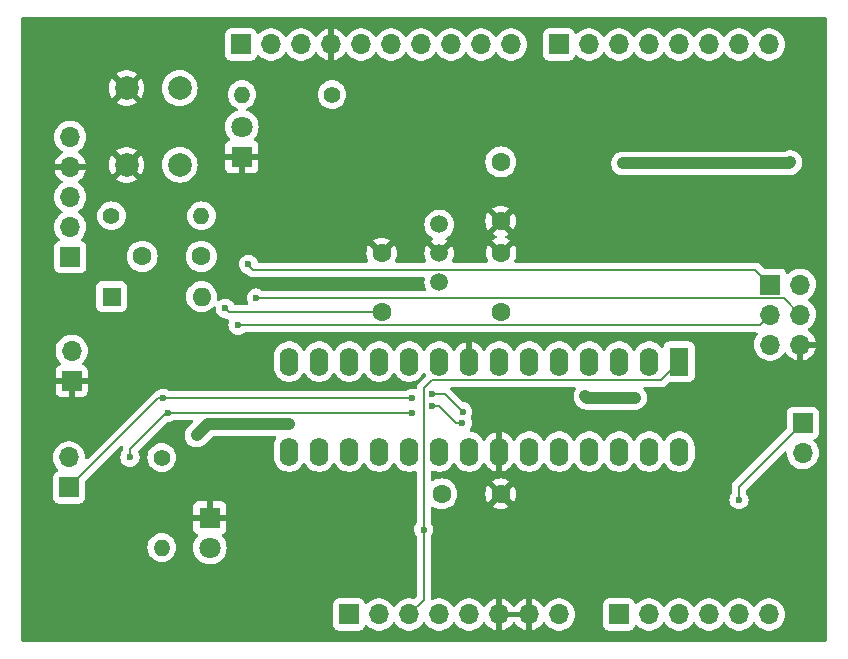
<source format=gbl>
G04 #@! TF.GenerationSoftware,KiCad,Pcbnew,8.0.7*
G04 #@! TF.CreationDate,2025-01-27T00:19:07+09:00*
G04 #@! TF.ProjectId,arduino_clone,61726475-696e-46f5-9f63-6c6f6e652e6b,rev?*
G04 #@! TF.SameCoordinates,Original*
G04 #@! TF.FileFunction,Copper,L2,Bot*
G04 #@! TF.FilePolarity,Positive*
%FSLAX46Y46*%
G04 Gerber Fmt 4.6, Leading zero omitted, Abs format (unit mm)*
G04 Created by KiCad (PCBNEW 8.0.7) date 2025-01-27 00:19:07*
%MOMM*%
%LPD*%
G01*
G04 APERTURE LIST*
G04 #@! TA.AperFunction,ComponentPad*
%ADD10C,2.000000*%
G04 #@! TD*
G04 #@! TA.AperFunction,ComponentPad*
%ADD11O,1.700000X1.700000*%
G04 #@! TD*
G04 #@! TA.AperFunction,ComponentPad*
%ADD12R,1.700000X1.700000*%
G04 #@! TD*
G04 #@! TA.AperFunction,ComponentPad*
%ADD13C,1.500000*%
G04 #@! TD*
G04 #@! TA.AperFunction,ComponentPad*
%ADD14R,1.600000X2.400000*%
G04 #@! TD*
G04 #@! TA.AperFunction,ComponentPad*
%ADD15O,1.600000X2.400000*%
G04 #@! TD*
G04 #@! TA.AperFunction,ComponentPad*
%ADD16C,1.400000*%
G04 #@! TD*
G04 #@! TA.AperFunction,ComponentPad*
%ADD17O,1.400000X1.400000*%
G04 #@! TD*
G04 #@! TA.AperFunction,ComponentPad*
%ADD18R,1.800000X1.800000*%
G04 #@! TD*
G04 #@! TA.AperFunction,ComponentPad*
%ADD19C,1.800000*%
G04 #@! TD*
G04 #@! TA.AperFunction,ComponentPad*
%ADD20R,1.600000X1.600000*%
G04 #@! TD*
G04 #@! TA.AperFunction,ComponentPad*
%ADD21O,1.600000X1.600000*%
G04 #@! TD*
G04 #@! TA.AperFunction,ComponentPad*
%ADD22C,1.600000*%
G04 #@! TD*
G04 #@! TA.AperFunction,ViaPad*
%ADD23C,0.600000*%
G04 #@! TD*
G04 #@! TA.AperFunction,Conductor*
%ADD24C,0.200000*%
G04 #@! TD*
G04 #@! TA.AperFunction,Conductor*
%ADD25C,1.000000*%
G04 #@! TD*
G04 APERTURE END LIST*
D10*
X113610000Y-52890000D03*
X113610000Y-59390000D03*
X109110000Y-52890000D03*
X109110000Y-59390000D03*
D11*
X166360000Y-83785000D03*
D12*
X166360000Y-81245000D03*
X104455000Y-77675000D03*
D11*
X104455000Y-75135000D03*
D13*
X135580000Y-64440000D03*
X135580000Y-66880000D03*
X135580000Y-69320000D03*
D14*
X155890000Y-76050000D03*
D15*
X153350000Y-76050000D03*
X150810000Y-76050000D03*
X148270000Y-76050000D03*
X145730000Y-76050000D03*
X143190000Y-76050000D03*
X140650000Y-76050000D03*
X138110000Y-76050000D03*
X135570000Y-76050000D03*
X133030000Y-76050000D03*
X130490000Y-76050000D03*
X127950000Y-76050000D03*
X125410000Y-76050000D03*
X122870000Y-76050000D03*
X122870000Y-83670000D03*
X125410000Y-83670000D03*
X127950000Y-83670000D03*
X130490000Y-83670000D03*
X133030000Y-83670000D03*
X135570000Y-83670000D03*
X138110000Y-83670000D03*
X140650000Y-83670000D03*
X143190000Y-83670000D03*
X145730000Y-83670000D03*
X148270000Y-83670000D03*
X150810000Y-83670000D03*
X153350000Y-83670000D03*
X155890000Y-83670000D03*
D16*
X126500000Y-53440000D03*
D17*
X118880000Y-53440000D03*
D16*
X107830000Y-63700000D03*
D17*
X115450000Y-63700000D03*
D16*
X112090000Y-84170000D03*
D17*
X112090000Y-91790000D03*
D12*
X104225000Y-86705000D03*
D11*
X104225000Y-84165000D03*
D12*
X163600000Y-69530000D03*
D11*
X166140000Y-69530000D03*
X163600000Y-72070000D03*
X166140000Y-72070000D03*
X163600000Y-74610000D03*
X166140000Y-74610000D03*
D12*
X104340000Y-67190000D03*
D11*
X104340000Y-64650000D03*
X104340000Y-62110000D03*
X104340000Y-59570000D03*
X104340000Y-57030000D03*
D18*
X118870000Y-58700000D03*
D19*
X118870000Y-56160000D03*
D20*
X107840000Y-70540000D03*
D21*
X115460000Y-70540000D03*
D18*
X116160000Y-89260000D03*
D19*
X116160000Y-91800000D03*
D22*
X110430000Y-67130000D03*
X115430000Y-67130000D03*
X130710000Y-71870000D03*
X130710000Y-66870000D03*
X140790000Y-64150000D03*
X140790000Y-59150000D03*
X140810000Y-71850000D03*
X140810000Y-66850000D03*
X135790000Y-87250000D03*
X140790000Y-87250000D03*
D12*
X127940000Y-97460000D03*
D11*
X130480000Y-97460000D03*
X133020000Y-97460000D03*
X135560000Y-97460000D03*
X138100000Y-97460000D03*
X140640000Y-97460000D03*
X143180000Y-97460000D03*
X145720000Y-97460000D03*
D12*
X150800000Y-97460000D03*
D11*
X153340000Y-97460000D03*
X155880000Y-97460000D03*
X158420000Y-97460000D03*
X160960000Y-97460000D03*
X163500000Y-97460000D03*
D12*
X118796000Y-49200000D03*
D11*
X121336000Y-49200000D03*
X123876000Y-49200000D03*
X126416000Y-49200000D03*
X128956000Y-49200000D03*
X131496000Y-49200000D03*
X134036000Y-49200000D03*
X136576000Y-49200000D03*
X139116000Y-49200000D03*
X141656000Y-49200000D03*
D12*
X145720000Y-49200000D03*
D11*
X148260000Y-49200000D03*
X150800000Y-49200000D03*
X153340000Y-49200000D03*
X155880000Y-49200000D03*
X158420000Y-49200000D03*
X160960000Y-49200000D03*
X163500000Y-49200000D03*
D23*
X138080000Y-79050000D03*
X115040000Y-82300000D03*
X122850000Y-81330000D03*
X147960000Y-78980000D03*
X152160000Y-79110000D03*
X151140000Y-59270000D03*
X165300000Y-59180000D03*
X134990000Y-79810000D03*
X134970000Y-78775635D03*
X137540000Y-81260000D03*
X137560000Y-80300000D03*
X134260000Y-90270000D03*
X117470000Y-71540000D03*
X112210000Y-79160000D03*
X112640000Y-80380000D03*
X109390000Y-84160000D03*
X133310000Y-80380000D03*
X133290000Y-79160000D03*
X120090000Y-70670000D03*
X119430000Y-67800000D03*
X118550000Y-72970000D03*
X160950000Y-87740000D03*
D24*
X104235000Y-86715000D02*
X104455000Y-86715000D01*
X111770000Y-79160000D02*
X104225000Y-86705000D01*
X104225000Y-86705000D02*
X104235000Y-86715000D01*
X112210000Y-79160000D02*
X111770000Y-79160000D01*
X112470000Y-80380000D02*
X112640000Y-80380000D01*
X109390000Y-84160000D02*
X109390000Y-83460000D01*
X109390000Y-83460000D02*
X112470000Y-80380000D01*
X136035635Y-78775635D02*
X134970000Y-78775635D01*
X137560000Y-80300000D02*
X136035635Y-78775635D01*
X136970000Y-81260000D02*
X135520000Y-79810000D01*
X135520000Y-79810000D02*
X134990000Y-79810000D01*
X137540000Y-81260000D02*
X136970000Y-81260000D01*
D25*
X122850000Y-81330000D02*
X116010000Y-81330000D01*
X116010000Y-81330000D02*
X115040000Y-82300000D01*
X148090000Y-79110000D02*
X147960000Y-78980000D01*
X152160000Y-79110000D02*
X148090000Y-79110000D01*
X165210000Y-59270000D02*
X151140000Y-59270000D01*
X165300000Y-59180000D02*
X165210000Y-59270000D01*
D24*
X154350000Y-77590000D02*
X155890000Y-76050000D01*
X134280000Y-78300000D02*
X134990000Y-77590000D01*
X134280000Y-96200000D02*
X134280000Y-78300000D01*
X134990000Y-77590000D02*
X154350000Y-77590000D01*
X133020000Y-97460000D02*
X134280000Y-96200000D01*
X133290000Y-79160000D02*
X112210000Y-79160000D01*
X133310000Y-80380000D02*
X112640000Y-80380000D01*
X117800000Y-71870000D02*
X117470000Y-71540000D01*
X130710000Y-71870000D02*
X117800000Y-71870000D01*
X164750000Y-70680000D02*
X120120000Y-70680000D01*
X166140000Y-72070000D02*
X164750000Y-70680000D01*
X119430000Y-67800000D02*
X119430000Y-67900000D01*
X119430000Y-67900000D02*
X119800000Y-68270000D01*
X162340000Y-68270000D02*
X119800000Y-68270000D01*
X163600000Y-69530000D02*
X162340000Y-68270000D01*
X162700000Y-72970000D02*
X118550000Y-72970000D01*
X163600000Y-72070000D02*
X162700000Y-72970000D01*
X160950000Y-86655000D02*
X160950000Y-87740000D01*
X166360000Y-81245000D02*
X160950000Y-86655000D01*
X110360000Y-67200000D02*
X110430000Y-67130000D01*
X135570000Y-66870000D02*
X135580000Y-66880000D01*
G04 #@! TA.AperFunction,Conductor*
G36*
X142714075Y-97267007D02*
G01*
X142680000Y-97394174D01*
X142680000Y-97525826D01*
X142714075Y-97652993D01*
X142746988Y-97710000D01*
X141073012Y-97710000D01*
X141105925Y-97652993D01*
X141140000Y-97525826D01*
X141140000Y-97394174D01*
X141105925Y-97267007D01*
X141073012Y-97210000D01*
X142746988Y-97210000D01*
X142714075Y-97267007D01*
G37*
G04 #@! TD.AperFunction*
G04 #@! TA.AperFunction,Conductor*
G36*
X168322539Y-46880185D02*
G01*
X168368294Y-46932989D01*
X168379500Y-46984500D01*
X168379500Y-99675500D01*
X168359815Y-99742539D01*
X168307011Y-99788294D01*
X168255500Y-99799500D01*
X100324500Y-99799500D01*
X100257461Y-99779815D01*
X100211706Y-99727011D01*
X100200500Y-99675500D01*
X100200500Y-91789998D01*
X110876884Y-91789998D01*
X110876884Y-91790001D01*
X110895313Y-92000649D01*
X110895315Y-92000660D01*
X110950041Y-92204902D01*
X110950043Y-92204906D01*
X110950044Y-92204910D01*
X111029391Y-92375071D01*
X111039410Y-92396556D01*
X111039411Y-92396558D01*
X111160700Y-92569778D01*
X111310221Y-92719299D01*
X111310224Y-92719301D01*
X111483442Y-92840589D01*
X111675090Y-92929956D01*
X111879345Y-92984686D01*
X112029812Y-92997850D01*
X112089998Y-93003116D01*
X112090000Y-93003116D01*
X112090002Y-93003116D01*
X112142663Y-92998508D01*
X112300655Y-92984686D01*
X112504910Y-92929956D01*
X112696558Y-92840589D01*
X112869776Y-92719301D01*
X113019301Y-92569776D01*
X113140589Y-92396558D01*
X113229956Y-92204910D01*
X113284686Y-92000655D01*
X113302242Y-91799994D01*
X114746673Y-91799994D01*
X114746673Y-91800005D01*
X114765948Y-92032622D01*
X114823251Y-92258907D01*
X114917015Y-92472668D01*
X115044686Y-92668084D01*
X115202776Y-92839814D01*
X115202780Y-92839818D01*
X115386983Y-92983190D01*
X115386985Y-92983191D01*
X115386988Y-92983193D01*
X115389747Y-92984686D01*
X115592273Y-93094287D01*
X115706914Y-93133643D01*
X115813045Y-93170079D01*
X115813047Y-93170079D01*
X115813049Y-93170080D01*
X116043288Y-93208500D01*
X116043289Y-93208500D01*
X116276711Y-93208500D01*
X116276712Y-93208500D01*
X116506951Y-93170080D01*
X116727727Y-93094287D01*
X116933017Y-92983190D01*
X117117220Y-92839818D01*
X117275314Y-92668083D01*
X117402984Y-92472669D01*
X117496749Y-92258907D01*
X117554051Y-92032626D01*
X117573327Y-91800000D01*
X117572498Y-91790001D01*
X117554051Y-91567377D01*
X117554051Y-91567374D01*
X117496749Y-91341093D01*
X117402984Y-91127331D01*
X117275316Y-90931919D01*
X117181926Y-90830471D01*
X117151004Y-90767816D01*
X117158864Y-90698390D01*
X117203011Y-90644235D01*
X117229824Y-90630306D01*
X117302084Y-90603355D01*
X117302093Y-90603350D01*
X117417187Y-90517190D01*
X117417190Y-90517187D01*
X117503350Y-90402093D01*
X117503354Y-90402086D01*
X117553596Y-90267379D01*
X117553598Y-90267372D01*
X117559999Y-90207844D01*
X117560000Y-90207827D01*
X117560000Y-89510000D01*
X116535278Y-89510000D01*
X116579333Y-89433694D01*
X116610000Y-89319244D01*
X116610000Y-89200756D01*
X116579333Y-89086306D01*
X116535278Y-89010000D01*
X117560000Y-89010000D01*
X117560000Y-88312172D01*
X117559999Y-88312155D01*
X117553598Y-88252627D01*
X117553596Y-88252620D01*
X117503354Y-88117913D01*
X117503350Y-88117906D01*
X117417190Y-88002812D01*
X117417187Y-88002809D01*
X117302093Y-87916649D01*
X117302086Y-87916645D01*
X117167379Y-87866403D01*
X117167372Y-87866401D01*
X117107844Y-87860000D01*
X116410000Y-87860000D01*
X116410000Y-88884722D01*
X116333694Y-88840667D01*
X116219244Y-88810000D01*
X116100756Y-88810000D01*
X115986306Y-88840667D01*
X115910000Y-88884722D01*
X115910000Y-87860000D01*
X115212155Y-87860000D01*
X115152627Y-87866401D01*
X115152620Y-87866403D01*
X115017913Y-87916645D01*
X115017906Y-87916649D01*
X114902812Y-88002809D01*
X114902809Y-88002812D01*
X114816649Y-88117906D01*
X114816645Y-88117913D01*
X114766403Y-88252620D01*
X114766401Y-88252627D01*
X114760000Y-88312155D01*
X114760000Y-89010000D01*
X115784722Y-89010000D01*
X115740667Y-89086306D01*
X115710000Y-89200756D01*
X115710000Y-89319244D01*
X115740667Y-89433694D01*
X115784722Y-89510000D01*
X114760000Y-89510000D01*
X114760000Y-90207844D01*
X114766401Y-90267372D01*
X114766403Y-90267379D01*
X114816645Y-90402086D01*
X114816649Y-90402093D01*
X114902809Y-90517187D01*
X114902812Y-90517190D01*
X115017906Y-90603350D01*
X115017915Y-90603355D01*
X115090175Y-90630306D01*
X115146109Y-90672177D01*
X115170527Y-90737641D01*
X115155676Y-90805914D01*
X115138073Y-90830470D01*
X115044686Y-90931916D01*
X114917015Y-91127331D01*
X114823251Y-91341092D01*
X114765948Y-91567377D01*
X114746673Y-91799994D01*
X113302242Y-91799994D01*
X113303116Y-91790000D01*
X113284686Y-91579345D01*
X113229956Y-91375090D01*
X113140589Y-91183442D01*
X113019301Y-91010224D01*
X113019299Y-91010221D01*
X112869778Y-90860700D01*
X112696558Y-90739411D01*
X112696556Y-90739410D01*
X112552374Y-90672177D01*
X112504910Y-90650044D01*
X112504906Y-90650043D01*
X112504902Y-90650041D01*
X112300660Y-90595315D01*
X112300656Y-90595314D01*
X112300655Y-90595314D01*
X112300654Y-90595313D01*
X112300649Y-90595313D01*
X112090002Y-90576884D01*
X112089998Y-90576884D01*
X111879350Y-90595313D01*
X111879339Y-90595315D01*
X111675097Y-90650041D01*
X111675088Y-90650045D01*
X111483443Y-90739410D01*
X111483441Y-90739411D01*
X111310221Y-90860700D01*
X111160700Y-91010221D01*
X111039411Y-91183441D01*
X111039410Y-91183443D01*
X110950045Y-91375088D01*
X110950041Y-91375097D01*
X110895315Y-91579339D01*
X110895313Y-91579350D01*
X110876884Y-91789998D01*
X100200500Y-91789998D01*
X100200500Y-84164994D01*
X102861844Y-84164994D01*
X102861844Y-84165005D01*
X102880434Y-84389359D01*
X102880436Y-84389371D01*
X102935703Y-84607614D01*
X103026140Y-84813792D01*
X103149276Y-85002265D01*
X103149284Y-85002276D01*
X103294489Y-85160008D01*
X103325412Y-85222662D01*
X103317552Y-85292088D01*
X103273405Y-85346244D01*
X103246596Y-85360172D01*
X103128794Y-85404111D01*
X103011739Y-85491739D01*
X102924111Y-85608795D01*
X102873011Y-85745795D01*
X102873011Y-85745797D01*
X102866500Y-85806345D01*
X102866500Y-87603654D01*
X102873011Y-87664202D01*
X102873011Y-87664204D01*
X102924111Y-87801204D01*
X103011739Y-87918261D01*
X103128796Y-88005889D01*
X103265799Y-88056989D01*
X103293050Y-88059918D01*
X103326345Y-88063499D01*
X103326362Y-88063500D01*
X105123638Y-88063500D01*
X105123654Y-88063499D01*
X105150692Y-88060591D01*
X105184201Y-88056989D01*
X105321204Y-88005889D01*
X105438261Y-87918261D01*
X105525889Y-87801204D01*
X105576989Y-87664201D01*
X105581446Y-87622741D01*
X105583499Y-87603654D01*
X105583500Y-87603637D01*
X105583500Y-86258410D01*
X105603185Y-86191371D01*
X105619814Y-86170734D01*
X108590009Y-83200539D01*
X108651329Y-83167056D01*
X108721021Y-83172040D01*
X108776954Y-83213912D01*
X108801371Y-83279376D01*
X108797462Y-83320314D01*
X108781500Y-83379887D01*
X108781500Y-83574706D01*
X108761815Y-83641745D01*
X108754451Y-83652014D01*
X108753890Y-83652716D01*
X108656958Y-83806982D01*
X108596782Y-83978953D01*
X108596781Y-83978958D01*
X108576384Y-84159996D01*
X108576384Y-84160003D01*
X108596781Y-84341041D01*
X108596782Y-84341046D01*
X108656958Y-84513017D01*
X108725605Y-84622268D01*
X108753889Y-84667281D01*
X108882719Y-84796111D01*
X109036985Y-84893043D01*
X109199119Y-84949776D01*
X109208953Y-84953217D01*
X109208958Y-84953218D01*
X109389996Y-84973616D01*
X109390000Y-84973616D01*
X109390004Y-84973616D01*
X109571041Y-84953218D01*
X109571044Y-84953217D01*
X109571047Y-84953217D01*
X109743015Y-84893043D01*
X109897281Y-84796111D01*
X110026111Y-84667281D01*
X110123043Y-84513015D01*
X110183217Y-84341047D01*
X110187373Y-84304164D01*
X110202490Y-84169998D01*
X110876884Y-84169998D01*
X110876884Y-84170001D01*
X110895313Y-84380649D01*
X110895315Y-84380660D01*
X110950041Y-84584902D01*
X110950043Y-84584906D01*
X110950044Y-84584910D01*
X111027655Y-84751347D01*
X111039410Y-84776556D01*
X111039411Y-84776558D01*
X111160700Y-84949778D01*
X111310221Y-85099299D01*
X111310224Y-85099301D01*
X111483442Y-85220589D01*
X111675090Y-85309956D01*
X111879345Y-85364686D01*
X112029812Y-85377850D01*
X112089998Y-85383116D01*
X112090000Y-85383116D01*
X112090002Y-85383116D01*
X112142761Y-85378500D01*
X112300655Y-85364686D01*
X112504910Y-85309956D01*
X112696558Y-85220589D01*
X112869776Y-85099301D01*
X113019301Y-84949776D01*
X113140589Y-84776558D01*
X113229956Y-84584910D01*
X113284686Y-84380655D01*
X113303116Y-84170000D01*
X113302241Y-84160003D01*
X113291982Y-84042741D01*
X113284686Y-83959345D01*
X113229956Y-83755090D01*
X113140589Y-83563442D01*
X113019301Y-83390224D01*
X113019299Y-83390221D01*
X112869778Y-83240700D01*
X112696558Y-83119411D01*
X112696556Y-83119410D01*
X112619225Y-83083350D01*
X112504910Y-83030044D01*
X112504906Y-83030043D01*
X112504902Y-83030041D01*
X112300660Y-82975315D01*
X112300656Y-82975314D01*
X112300655Y-82975314D01*
X112300654Y-82975313D01*
X112300649Y-82975313D01*
X112090002Y-82956884D01*
X112089998Y-82956884D01*
X111879350Y-82975313D01*
X111879339Y-82975315D01*
X111675097Y-83030041D01*
X111675088Y-83030045D01*
X111483443Y-83119410D01*
X111483441Y-83119411D01*
X111310221Y-83240700D01*
X111160700Y-83390221D01*
X111039411Y-83563441D01*
X111039410Y-83563443D01*
X110950045Y-83755088D01*
X110950041Y-83755097D01*
X110895315Y-83959339D01*
X110895313Y-83959350D01*
X110876884Y-84169998D01*
X110202490Y-84169998D01*
X110203616Y-84160003D01*
X110203616Y-84159996D01*
X110183218Y-83978958D01*
X110183216Y-83978950D01*
X110123043Y-83806985D01*
X110090961Y-83755926D01*
X110071961Y-83688689D01*
X110092329Y-83621854D01*
X110108269Y-83602278D01*
X112487171Y-81223376D01*
X112548492Y-81189893D01*
X112588732Y-81187839D01*
X112640000Y-81193616D01*
X112640003Y-81193616D01*
X112821041Y-81173218D01*
X112821044Y-81173217D01*
X112821047Y-81173217D01*
X112993015Y-81113043D01*
X113147281Y-81016111D01*
X113147286Y-81016105D01*
X113147977Y-81015555D01*
X113148515Y-81015335D01*
X113153177Y-81012406D01*
X113153690Y-81013222D01*
X113212663Y-80989145D01*
X113225293Y-80988500D01*
X114625904Y-80988500D01*
X114692943Y-81008185D01*
X114738698Y-81060989D01*
X114748642Y-81130147D01*
X114719617Y-81193703D01*
X114713585Y-81200181D01*
X114256649Y-81657115D01*
X114256646Y-81657119D01*
X114146282Y-81822289D01*
X114146277Y-81822298D01*
X114070256Y-82005831D01*
X114070254Y-82005839D01*
X114031500Y-82200666D01*
X114031500Y-82399333D01*
X114070254Y-82594160D01*
X114070256Y-82594168D01*
X114146277Y-82777701D01*
X114146282Y-82777710D01*
X114256646Y-82942880D01*
X114256649Y-82942884D01*
X114397115Y-83083350D01*
X114397119Y-83083353D01*
X114562289Y-83193717D01*
X114562295Y-83193720D01*
X114562296Y-83193721D01*
X114745832Y-83269744D01*
X114884159Y-83297259D01*
X114940666Y-83308499D01*
X114940669Y-83308500D01*
X114940671Y-83308500D01*
X115139331Y-83308500D01*
X115139332Y-83308499D01*
X115334168Y-83269744D01*
X115517704Y-83193721D01*
X115682881Y-83083353D01*
X116391415Y-82374819D01*
X116452738Y-82341334D01*
X116479096Y-82338500D01*
X121686016Y-82338500D01*
X121753055Y-82358185D01*
X121798810Y-82410989D01*
X121808754Y-82480147D01*
X121786334Y-82535385D01*
X121750873Y-82584193D01*
X121657367Y-82767705D01*
X121593719Y-82963591D01*
X121561500Y-83167019D01*
X121561500Y-84172980D01*
X121593719Y-84376408D01*
X121657367Y-84572294D01*
X121750873Y-84755806D01*
X121871926Y-84922423D01*
X121871930Y-84922428D01*
X122017571Y-85068069D01*
X122017576Y-85068073D01*
X122070390Y-85106444D01*
X122184197Y-85189129D01*
X122301128Y-85248709D01*
X122367705Y-85282632D01*
X122367707Y-85282632D01*
X122367710Y-85282634D01*
X122451805Y-85309958D01*
X122563591Y-85346280D01*
X122606089Y-85353011D01*
X122767019Y-85378500D01*
X122767020Y-85378500D01*
X122972980Y-85378500D01*
X122972981Y-85378500D01*
X123176408Y-85346280D01*
X123372290Y-85282634D01*
X123555803Y-85189129D01*
X123722430Y-85068068D01*
X123868068Y-84922430D01*
X123989129Y-84755803D01*
X124029515Y-84676540D01*
X124077490Y-84625745D01*
X124145311Y-84608950D01*
X124211446Y-84631487D01*
X124250485Y-84676541D01*
X124290873Y-84755806D01*
X124411926Y-84922423D01*
X124411930Y-84922428D01*
X124557571Y-85068069D01*
X124557576Y-85068073D01*
X124610390Y-85106444D01*
X124724197Y-85189129D01*
X124841128Y-85248709D01*
X124907705Y-85282632D01*
X124907707Y-85282632D01*
X124907710Y-85282634D01*
X124991805Y-85309958D01*
X125103591Y-85346280D01*
X125146089Y-85353011D01*
X125307019Y-85378500D01*
X125307020Y-85378500D01*
X125512980Y-85378500D01*
X125512981Y-85378500D01*
X125716408Y-85346280D01*
X125912290Y-85282634D01*
X126095803Y-85189129D01*
X126262430Y-85068068D01*
X126408068Y-84922430D01*
X126529129Y-84755803D01*
X126569515Y-84676540D01*
X126617490Y-84625745D01*
X126685311Y-84608950D01*
X126751446Y-84631487D01*
X126790485Y-84676541D01*
X126830873Y-84755806D01*
X126951926Y-84922423D01*
X126951930Y-84922428D01*
X127097571Y-85068069D01*
X127097576Y-85068073D01*
X127150390Y-85106444D01*
X127264197Y-85189129D01*
X127381128Y-85248709D01*
X127447705Y-85282632D01*
X127447707Y-85282632D01*
X127447710Y-85282634D01*
X127531805Y-85309958D01*
X127643591Y-85346280D01*
X127686089Y-85353011D01*
X127847019Y-85378500D01*
X127847020Y-85378500D01*
X128052980Y-85378500D01*
X128052981Y-85378500D01*
X128256408Y-85346280D01*
X128452290Y-85282634D01*
X128635803Y-85189129D01*
X128802430Y-85068068D01*
X128948068Y-84922430D01*
X129069129Y-84755803D01*
X129109515Y-84676540D01*
X129157490Y-84625745D01*
X129225311Y-84608950D01*
X129291446Y-84631487D01*
X129330485Y-84676541D01*
X129370873Y-84755806D01*
X129491926Y-84922423D01*
X129491930Y-84922428D01*
X129637571Y-85068069D01*
X129637576Y-85068073D01*
X129690390Y-85106444D01*
X129804197Y-85189129D01*
X129921128Y-85248709D01*
X129987705Y-85282632D01*
X129987707Y-85282632D01*
X129987710Y-85282634D01*
X130071805Y-85309958D01*
X130183591Y-85346280D01*
X130226089Y-85353011D01*
X130387019Y-85378500D01*
X130387020Y-85378500D01*
X130592980Y-85378500D01*
X130592981Y-85378500D01*
X130796408Y-85346280D01*
X130992290Y-85282634D01*
X131175803Y-85189129D01*
X131342430Y-85068068D01*
X131488068Y-84922430D01*
X131609129Y-84755803D01*
X131649515Y-84676540D01*
X131697490Y-84625745D01*
X131765311Y-84608950D01*
X131831446Y-84631487D01*
X131870485Y-84676541D01*
X131910873Y-84755806D01*
X132031926Y-84922423D01*
X132031930Y-84922428D01*
X132177571Y-85068069D01*
X132177576Y-85068073D01*
X132230390Y-85106444D01*
X132344197Y-85189129D01*
X132461128Y-85248709D01*
X132527705Y-85282632D01*
X132527707Y-85282632D01*
X132527710Y-85282634D01*
X132611805Y-85309958D01*
X132723591Y-85346280D01*
X132766089Y-85353011D01*
X132927019Y-85378500D01*
X132927020Y-85378500D01*
X133132980Y-85378500D01*
X133132981Y-85378500D01*
X133336408Y-85346280D01*
X133509182Y-85290141D01*
X133579022Y-85288147D01*
X133638855Y-85324227D01*
X133669684Y-85386928D01*
X133671500Y-85408073D01*
X133671500Y-89663746D01*
X133651815Y-89730785D01*
X133635181Y-89751427D01*
X133623889Y-89762718D01*
X133526958Y-89916982D01*
X133466782Y-90088953D01*
X133466781Y-90088958D01*
X133446384Y-90269996D01*
X133446384Y-90270003D01*
X133466781Y-90451041D01*
X133466782Y-90451046D01*
X133485911Y-90505713D01*
X133517264Y-90595315D01*
X133526958Y-90623017D01*
X133623889Y-90777281D01*
X133635181Y-90788573D01*
X133668666Y-90849896D01*
X133671500Y-90876254D01*
X133671500Y-95896588D01*
X133651815Y-95963627D01*
X133635181Y-95984270D01*
X133503360Y-96116090D01*
X133442037Y-96149574D01*
X133375420Y-96145690D01*
X133354638Y-96138556D01*
X133132569Y-96101500D01*
X132907431Y-96101500D01*
X132685362Y-96138556D01*
X132472430Y-96211656D01*
X132472419Y-96211661D01*
X132274427Y-96318808D01*
X132274422Y-96318812D01*
X132096761Y-96457092D01*
X132096756Y-96457097D01*
X131944284Y-96622723D01*
X131944276Y-96622734D01*
X131853808Y-96761206D01*
X131800662Y-96806562D01*
X131731431Y-96815986D01*
X131668095Y-96786484D01*
X131646192Y-96761206D01*
X131555723Y-96622734D01*
X131555715Y-96622723D01*
X131403243Y-96457097D01*
X131403238Y-96457092D01*
X131225577Y-96318812D01*
X131225572Y-96318808D01*
X131027580Y-96211661D01*
X131027577Y-96211659D01*
X131027574Y-96211658D01*
X131027571Y-96211657D01*
X131027569Y-96211656D01*
X130814637Y-96138556D01*
X130592569Y-96101500D01*
X130367431Y-96101500D01*
X130145362Y-96138556D01*
X129932430Y-96211656D01*
X129932419Y-96211661D01*
X129734427Y-96318808D01*
X129734422Y-96318812D01*
X129556761Y-96457092D01*
X129493548Y-96525760D01*
X129433661Y-96561750D01*
X129363823Y-96559649D01*
X129306207Y-96520124D01*
X129286138Y-96485110D01*
X129240889Y-96363796D01*
X129207214Y-96318812D01*
X129153261Y-96246739D01*
X129036204Y-96159111D01*
X129010635Y-96149574D01*
X128899203Y-96108011D01*
X128838654Y-96101500D01*
X128838638Y-96101500D01*
X127041362Y-96101500D01*
X127041345Y-96101500D01*
X126980797Y-96108011D01*
X126980795Y-96108011D01*
X126843795Y-96159111D01*
X126726739Y-96246739D01*
X126639111Y-96363795D01*
X126588011Y-96500795D01*
X126588011Y-96500797D01*
X126581500Y-96561345D01*
X126581500Y-98358654D01*
X126588011Y-98419202D01*
X126588011Y-98419204D01*
X126639111Y-98556204D01*
X126726739Y-98673261D01*
X126843796Y-98760889D01*
X126980799Y-98811989D01*
X127008050Y-98814918D01*
X127041345Y-98818499D01*
X127041362Y-98818500D01*
X128838638Y-98818500D01*
X128838654Y-98818499D01*
X128865692Y-98815591D01*
X128899201Y-98811989D01*
X129036204Y-98760889D01*
X129153261Y-98673261D01*
X129240889Y-98556204D01*
X129286138Y-98434887D01*
X129328009Y-98378956D01*
X129393474Y-98354539D01*
X129461746Y-98369391D01*
X129493545Y-98394236D01*
X129556760Y-98462906D01*
X129734424Y-98601189D01*
X129734425Y-98601189D01*
X129734427Y-98601191D01*
X129794314Y-98633600D01*
X129932426Y-98708342D01*
X130145365Y-98781444D01*
X130367431Y-98818500D01*
X130592569Y-98818500D01*
X130814635Y-98781444D01*
X131027574Y-98708342D01*
X131225576Y-98601189D01*
X131403240Y-98462906D01*
X131524594Y-98331082D01*
X131555715Y-98297276D01*
X131555715Y-98297275D01*
X131555722Y-98297268D01*
X131646193Y-98158790D01*
X131699338Y-98113437D01*
X131768569Y-98104013D01*
X131831905Y-98133515D01*
X131853804Y-98158787D01*
X131944278Y-98297268D01*
X131944283Y-98297273D01*
X131944284Y-98297276D01*
X132070968Y-98434889D01*
X132096760Y-98462906D01*
X132274424Y-98601189D01*
X132274425Y-98601189D01*
X132274427Y-98601191D01*
X132334314Y-98633600D01*
X132472426Y-98708342D01*
X132685365Y-98781444D01*
X132907431Y-98818500D01*
X133132569Y-98818500D01*
X133354635Y-98781444D01*
X133567574Y-98708342D01*
X133765576Y-98601189D01*
X133943240Y-98462906D01*
X134064594Y-98331082D01*
X134095715Y-98297276D01*
X134095715Y-98297275D01*
X134095722Y-98297268D01*
X134186193Y-98158790D01*
X134239338Y-98113437D01*
X134308569Y-98104013D01*
X134371905Y-98133515D01*
X134393804Y-98158787D01*
X134484278Y-98297268D01*
X134484283Y-98297273D01*
X134484284Y-98297276D01*
X134610968Y-98434889D01*
X134636760Y-98462906D01*
X134814424Y-98601189D01*
X134814425Y-98601189D01*
X134814427Y-98601191D01*
X134874314Y-98633600D01*
X135012426Y-98708342D01*
X135225365Y-98781444D01*
X135447431Y-98818500D01*
X135672569Y-98818500D01*
X135894635Y-98781444D01*
X136107574Y-98708342D01*
X136305576Y-98601189D01*
X136483240Y-98462906D01*
X136604594Y-98331082D01*
X136635715Y-98297276D01*
X136635715Y-98297275D01*
X136635722Y-98297268D01*
X136726193Y-98158790D01*
X136779338Y-98113437D01*
X136848569Y-98104013D01*
X136911905Y-98133515D01*
X136933804Y-98158787D01*
X137024278Y-98297268D01*
X137024283Y-98297273D01*
X137024284Y-98297276D01*
X137150968Y-98434889D01*
X137176760Y-98462906D01*
X137354424Y-98601189D01*
X137354425Y-98601189D01*
X137354427Y-98601191D01*
X137414314Y-98633600D01*
X137552426Y-98708342D01*
X137765365Y-98781444D01*
X137987431Y-98818500D01*
X138212569Y-98818500D01*
X138434635Y-98781444D01*
X138647574Y-98708342D01*
X138845576Y-98601189D01*
X139023240Y-98462906D01*
X139144594Y-98331082D01*
X139175715Y-98297276D01*
X139175715Y-98297275D01*
X139175722Y-98297268D01*
X139269749Y-98153347D01*
X139322894Y-98107994D01*
X139392125Y-98098570D01*
X139455461Y-98128072D01*
X139475130Y-98150048D01*
X139601890Y-98331078D01*
X139768917Y-98498105D01*
X139962421Y-98633600D01*
X140176507Y-98733429D01*
X140176516Y-98733433D01*
X140390000Y-98790634D01*
X140390000Y-97893012D01*
X140447007Y-97925925D01*
X140574174Y-97960000D01*
X140705826Y-97960000D01*
X140832993Y-97925925D01*
X140890000Y-97893012D01*
X140890000Y-98790633D01*
X141103483Y-98733433D01*
X141103492Y-98733429D01*
X141317578Y-98633600D01*
X141511082Y-98498105D01*
X141678105Y-98331082D01*
X141808425Y-98144968D01*
X141863002Y-98101344D01*
X141932501Y-98094151D01*
X141994855Y-98125673D01*
X142011575Y-98144968D01*
X142141894Y-98331082D01*
X142308917Y-98498105D01*
X142502421Y-98633600D01*
X142716507Y-98733429D01*
X142716516Y-98733433D01*
X142930000Y-98790634D01*
X142930000Y-97893012D01*
X142987007Y-97925925D01*
X143114174Y-97960000D01*
X143245826Y-97960000D01*
X143372993Y-97925925D01*
X143430000Y-97893012D01*
X143430000Y-98790633D01*
X143643483Y-98733433D01*
X143643492Y-98733429D01*
X143857578Y-98633600D01*
X144051082Y-98498105D01*
X144218105Y-98331082D01*
X144344868Y-98150048D01*
X144399445Y-98106423D01*
X144468944Y-98099231D01*
X144531298Y-98130753D01*
X144550251Y-98153350D01*
X144644276Y-98297265D01*
X144644284Y-98297276D01*
X144770968Y-98434889D01*
X144796760Y-98462906D01*
X144974424Y-98601189D01*
X144974425Y-98601189D01*
X144974427Y-98601191D01*
X145034314Y-98633600D01*
X145172426Y-98708342D01*
X145385365Y-98781444D01*
X145607431Y-98818500D01*
X145832569Y-98818500D01*
X146054635Y-98781444D01*
X146267574Y-98708342D01*
X146465576Y-98601189D01*
X146643240Y-98462906D01*
X146764594Y-98331082D01*
X146795715Y-98297276D01*
X146795717Y-98297273D01*
X146795722Y-98297268D01*
X146918860Y-98108791D01*
X147009296Y-97902616D01*
X147064564Y-97684368D01*
X147067164Y-97652993D01*
X147083156Y-97460005D01*
X147083156Y-97459994D01*
X147064565Y-97235640D01*
X147064563Y-97235628D01*
X147009296Y-97017385D01*
X146999071Y-96994075D01*
X146918860Y-96811209D01*
X146902706Y-96786484D01*
X146795723Y-96622734D01*
X146795715Y-96622723D01*
X146739212Y-96561345D01*
X149441500Y-96561345D01*
X149441500Y-98358654D01*
X149448011Y-98419202D01*
X149448011Y-98419204D01*
X149499111Y-98556204D01*
X149586739Y-98673261D01*
X149703796Y-98760889D01*
X149840799Y-98811989D01*
X149868050Y-98814918D01*
X149901345Y-98818499D01*
X149901362Y-98818500D01*
X151698638Y-98818500D01*
X151698654Y-98818499D01*
X151725692Y-98815591D01*
X151759201Y-98811989D01*
X151896204Y-98760889D01*
X152013261Y-98673261D01*
X152100889Y-98556204D01*
X152146138Y-98434887D01*
X152188009Y-98378956D01*
X152253474Y-98354539D01*
X152321746Y-98369391D01*
X152353545Y-98394236D01*
X152416760Y-98462906D01*
X152594424Y-98601189D01*
X152594425Y-98601189D01*
X152594427Y-98601191D01*
X152654314Y-98633600D01*
X152792426Y-98708342D01*
X153005365Y-98781444D01*
X153227431Y-98818500D01*
X153452569Y-98818500D01*
X153674635Y-98781444D01*
X153887574Y-98708342D01*
X154085576Y-98601189D01*
X154263240Y-98462906D01*
X154384594Y-98331082D01*
X154415715Y-98297276D01*
X154415715Y-98297275D01*
X154415722Y-98297268D01*
X154506193Y-98158790D01*
X154559338Y-98113437D01*
X154628569Y-98104013D01*
X154691905Y-98133515D01*
X154713804Y-98158787D01*
X154804278Y-98297268D01*
X154804283Y-98297273D01*
X154804284Y-98297276D01*
X154930968Y-98434889D01*
X154956760Y-98462906D01*
X155134424Y-98601189D01*
X155134425Y-98601189D01*
X155134427Y-98601191D01*
X155194314Y-98633600D01*
X155332426Y-98708342D01*
X155545365Y-98781444D01*
X155767431Y-98818500D01*
X155992569Y-98818500D01*
X156214635Y-98781444D01*
X156427574Y-98708342D01*
X156625576Y-98601189D01*
X156803240Y-98462906D01*
X156924594Y-98331082D01*
X156955715Y-98297276D01*
X156955715Y-98297275D01*
X156955722Y-98297268D01*
X157046193Y-98158790D01*
X157099338Y-98113437D01*
X157168569Y-98104013D01*
X157231905Y-98133515D01*
X157253804Y-98158787D01*
X157344278Y-98297268D01*
X157344283Y-98297273D01*
X157344284Y-98297276D01*
X157470968Y-98434889D01*
X157496760Y-98462906D01*
X157674424Y-98601189D01*
X157674425Y-98601189D01*
X157674427Y-98601191D01*
X157734314Y-98633600D01*
X157872426Y-98708342D01*
X158085365Y-98781444D01*
X158307431Y-98818500D01*
X158532569Y-98818500D01*
X158754635Y-98781444D01*
X158967574Y-98708342D01*
X159165576Y-98601189D01*
X159343240Y-98462906D01*
X159464594Y-98331082D01*
X159495715Y-98297276D01*
X159495715Y-98297275D01*
X159495722Y-98297268D01*
X159586193Y-98158790D01*
X159639338Y-98113437D01*
X159708569Y-98104013D01*
X159771905Y-98133515D01*
X159793804Y-98158787D01*
X159884278Y-98297268D01*
X159884283Y-98297273D01*
X159884284Y-98297276D01*
X160010968Y-98434889D01*
X160036760Y-98462906D01*
X160214424Y-98601189D01*
X160214425Y-98601189D01*
X160214427Y-98601191D01*
X160274314Y-98633600D01*
X160412426Y-98708342D01*
X160625365Y-98781444D01*
X160847431Y-98818500D01*
X161072569Y-98818500D01*
X161294635Y-98781444D01*
X161507574Y-98708342D01*
X161705576Y-98601189D01*
X161883240Y-98462906D01*
X162004594Y-98331082D01*
X162035715Y-98297276D01*
X162035715Y-98297275D01*
X162035722Y-98297268D01*
X162126193Y-98158790D01*
X162179338Y-98113437D01*
X162248569Y-98104013D01*
X162311905Y-98133515D01*
X162333804Y-98158787D01*
X162424278Y-98297268D01*
X162424283Y-98297273D01*
X162424284Y-98297276D01*
X162550968Y-98434889D01*
X162576760Y-98462906D01*
X162754424Y-98601189D01*
X162754425Y-98601189D01*
X162754427Y-98601191D01*
X162814314Y-98633600D01*
X162952426Y-98708342D01*
X163165365Y-98781444D01*
X163387431Y-98818500D01*
X163612569Y-98818500D01*
X163834635Y-98781444D01*
X164047574Y-98708342D01*
X164245576Y-98601189D01*
X164423240Y-98462906D01*
X164544594Y-98331082D01*
X164575715Y-98297276D01*
X164575717Y-98297273D01*
X164575722Y-98297268D01*
X164698860Y-98108791D01*
X164789296Y-97902616D01*
X164844564Y-97684368D01*
X164847164Y-97652993D01*
X164863156Y-97460005D01*
X164863156Y-97459994D01*
X164844565Y-97235640D01*
X164844563Y-97235628D01*
X164789296Y-97017385D01*
X164779071Y-96994075D01*
X164698860Y-96811209D01*
X164682706Y-96786484D01*
X164575723Y-96622734D01*
X164575715Y-96622723D01*
X164423243Y-96457097D01*
X164423238Y-96457092D01*
X164245577Y-96318812D01*
X164245572Y-96318808D01*
X164047580Y-96211661D01*
X164047577Y-96211659D01*
X164047574Y-96211658D01*
X164047571Y-96211657D01*
X164047569Y-96211656D01*
X163834637Y-96138556D01*
X163612569Y-96101500D01*
X163387431Y-96101500D01*
X163165362Y-96138556D01*
X162952430Y-96211656D01*
X162952419Y-96211661D01*
X162754427Y-96318808D01*
X162754422Y-96318812D01*
X162576761Y-96457092D01*
X162576756Y-96457097D01*
X162424284Y-96622723D01*
X162424276Y-96622734D01*
X162333808Y-96761206D01*
X162280662Y-96806562D01*
X162211431Y-96815986D01*
X162148095Y-96786484D01*
X162126192Y-96761206D01*
X162035723Y-96622734D01*
X162035715Y-96622723D01*
X161883243Y-96457097D01*
X161883238Y-96457092D01*
X161705577Y-96318812D01*
X161705572Y-96318808D01*
X161507580Y-96211661D01*
X161507577Y-96211659D01*
X161507574Y-96211658D01*
X161507571Y-96211657D01*
X161507569Y-96211656D01*
X161294637Y-96138556D01*
X161072569Y-96101500D01*
X160847431Y-96101500D01*
X160625362Y-96138556D01*
X160412430Y-96211656D01*
X160412419Y-96211661D01*
X160214427Y-96318808D01*
X160214422Y-96318812D01*
X160036761Y-96457092D01*
X160036756Y-96457097D01*
X159884284Y-96622723D01*
X159884276Y-96622734D01*
X159793808Y-96761206D01*
X159740662Y-96806562D01*
X159671431Y-96815986D01*
X159608095Y-96786484D01*
X159586192Y-96761206D01*
X159495723Y-96622734D01*
X159495715Y-96622723D01*
X159343243Y-96457097D01*
X159343238Y-96457092D01*
X159165577Y-96318812D01*
X159165572Y-96318808D01*
X158967580Y-96211661D01*
X158967577Y-96211659D01*
X158967574Y-96211658D01*
X158967571Y-96211657D01*
X158967569Y-96211656D01*
X158754637Y-96138556D01*
X158532569Y-96101500D01*
X158307431Y-96101500D01*
X158085362Y-96138556D01*
X157872430Y-96211656D01*
X157872419Y-96211661D01*
X157674427Y-96318808D01*
X157674422Y-96318812D01*
X157496761Y-96457092D01*
X157496756Y-96457097D01*
X157344284Y-96622723D01*
X157344276Y-96622734D01*
X157253808Y-96761206D01*
X157200662Y-96806562D01*
X157131431Y-96815986D01*
X157068095Y-96786484D01*
X157046192Y-96761206D01*
X156955723Y-96622734D01*
X156955715Y-96622723D01*
X156803243Y-96457097D01*
X156803238Y-96457092D01*
X156625577Y-96318812D01*
X156625572Y-96318808D01*
X156427580Y-96211661D01*
X156427577Y-96211659D01*
X156427574Y-96211658D01*
X156427571Y-96211657D01*
X156427569Y-96211656D01*
X156214637Y-96138556D01*
X155992569Y-96101500D01*
X155767431Y-96101500D01*
X155545362Y-96138556D01*
X155332430Y-96211656D01*
X155332419Y-96211661D01*
X155134427Y-96318808D01*
X155134422Y-96318812D01*
X154956761Y-96457092D01*
X154956756Y-96457097D01*
X154804284Y-96622723D01*
X154804276Y-96622734D01*
X154713808Y-96761206D01*
X154660662Y-96806562D01*
X154591431Y-96815986D01*
X154528095Y-96786484D01*
X154506192Y-96761206D01*
X154415723Y-96622734D01*
X154415715Y-96622723D01*
X154263243Y-96457097D01*
X154263238Y-96457092D01*
X154085577Y-96318812D01*
X154085572Y-96318808D01*
X153887580Y-96211661D01*
X153887577Y-96211659D01*
X153887574Y-96211658D01*
X153887571Y-96211657D01*
X153887569Y-96211656D01*
X153674637Y-96138556D01*
X153452569Y-96101500D01*
X153227431Y-96101500D01*
X153005362Y-96138556D01*
X152792430Y-96211656D01*
X152792419Y-96211661D01*
X152594427Y-96318808D01*
X152594422Y-96318812D01*
X152416761Y-96457092D01*
X152353548Y-96525760D01*
X152293661Y-96561750D01*
X152223823Y-96559649D01*
X152166207Y-96520124D01*
X152146138Y-96485110D01*
X152100889Y-96363796D01*
X152067214Y-96318812D01*
X152013261Y-96246739D01*
X151896204Y-96159111D01*
X151870635Y-96149574D01*
X151759203Y-96108011D01*
X151698654Y-96101500D01*
X151698638Y-96101500D01*
X149901362Y-96101500D01*
X149901345Y-96101500D01*
X149840797Y-96108011D01*
X149840795Y-96108011D01*
X149703795Y-96159111D01*
X149586739Y-96246739D01*
X149499111Y-96363795D01*
X149448011Y-96500795D01*
X149448011Y-96500797D01*
X149441500Y-96561345D01*
X146739212Y-96561345D01*
X146643243Y-96457097D01*
X146643238Y-96457092D01*
X146465577Y-96318812D01*
X146465572Y-96318808D01*
X146267580Y-96211661D01*
X146267577Y-96211659D01*
X146267574Y-96211658D01*
X146267571Y-96211657D01*
X146267569Y-96211656D01*
X146054637Y-96138556D01*
X145832569Y-96101500D01*
X145607431Y-96101500D01*
X145385362Y-96138556D01*
X145172430Y-96211656D01*
X145172419Y-96211661D01*
X144974427Y-96318808D01*
X144974422Y-96318812D01*
X144796761Y-96457092D01*
X144796756Y-96457097D01*
X144644284Y-96622723D01*
X144644276Y-96622734D01*
X144550251Y-96766650D01*
X144497105Y-96812007D01*
X144427873Y-96821430D01*
X144364538Y-96791928D01*
X144344868Y-96769951D01*
X144218113Y-96588926D01*
X144218108Y-96588920D01*
X144051082Y-96421894D01*
X143857578Y-96286399D01*
X143643492Y-96186570D01*
X143643486Y-96186567D01*
X143430000Y-96129364D01*
X143430000Y-97026988D01*
X143372993Y-96994075D01*
X143245826Y-96960000D01*
X143114174Y-96960000D01*
X142987007Y-96994075D01*
X142930000Y-97026988D01*
X142930000Y-96129364D01*
X142929999Y-96129364D01*
X142716513Y-96186567D01*
X142716507Y-96186570D01*
X142502422Y-96286399D01*
X142502420Y-96286400D01*
X142308926Y-96421886D01*
X142308920Y-96421891D01*
X142141891Y-96588920D01*
X142141890Y-96588922D01*
X142011575Y-96775031D01*
X141956998Y-96818655D01*
X141887499Y-96825848D01*
X141825145Y-96794326D01*
X141808425Y-96775031D01*
X141678109Y-96588922D01*
X141678108Y-96588920D01*
X141511082Y-96421894D01*
X141317578Y-96286399D01*
X141103492Y-96186570D01*
X141103486Y-96186567D01*
X140890000Y-96129364D01*
X140890000Y-97026988D01*
X140832993Y-96994075D01*
X140705826Y-96960000D01*
X140574174Y-96960000D01*
X140447007Y-96994075D01*
X140390000Y-97026988D01*
X140390000Y-96129364D01*
X140389999Y-96129364D01*
X140176513Y-96186567D01*
X140176507Y-96186570D01*
X139962422Y-96286399D01*
X139962420Y-96286400D01*
X139768926Y-96421886D01*
X139768920Y-96421891D01*
X139601891Y-96588920D01*
X139601890Y-96588922D01*
X139475131Y-96769952D01*
X139420554Y-96813577D01*
X139351055Y-96820769D01*
X139288701Y-96789247D01*
X139269752Y-96766656D01*
X139175722Y-96622732D01*
X139175715Y-96622725D01*
X139175715Y-96622723D01*
X139023243Y-96457097D01*
X139023238Y-96457092D01*
X138845577Y-96318812D01*
X138845572Y-96318808D01*
X138647580Y-96211661D01*
X138647577Y-96211659D01*
X138647574Y-96211658D01*
X138647571Y-96211657D01*
X138647569Y-96211656D01*
X138434637Y-96138556D01*
X138212569Y-96101500D01*
X137987431Y-96101500D01*
X137765362Y-96138556D01*
X137552430Y-96211656D01*
X137552419Y-96211661D01*
X137354427Y-96318808D01*
X137354422Y-96318812D01*
X137176761Y-96457092D01*
X137176756Y-96457097D01*
X137024284Y-96622723D01*
X137024276Y-96622734D01*
X136933808Y-96761206D01*
X136880662Y-96806562D01*
X136811431Y-96815986D01*
X136748095Y-96786484D01*
X136726192Y-96761206D01*
X136635723Y-96622734D01*
X136635715Y-96622723D01*
X136483243Y-96457097D01*
X136483238Y-96457092D01*
X136305577Y-96318812D01*
X136305572Y-96318808D01*
X136107580Y-96211661D01*
X136107577Y-96211659D01*
X136107574Y-96211658D01*
X136107571Y-96211657D01*
X136107569Y-96211656D01*
X135894637Y-96138556D01*
X135672569Y-96101500D01*
X135447431Y-96101500D01*
X135225362Y-96138556D01*
X135052763Y-96197810D01*
X134982964Y-96200960D01*
X134922543Y-96165874D01*
X134890682Y-96103691D01*
X134888500Y-96080529D01*
X134888500Y-90825117D01*
X134907507Y-90759144D01*
X134921019Y-90737641D01*
X134993043Y-90623015D01*
X135053217Y-90451047D01*
X135053218Y-90451041D01*
X135073616Y-90270003D01*
X135073616Y-90269996D01*
X135053218Y-90088958D01*
X135053217Y-90088953D01*
X134993043Y-89916985D01*
X134907505Y-89780853D01*
X134888500Y-89714882D01*
X134888500Y-88454348D01*
X134908185Y-88387309D01*
X134960989Y-88341554D01*
X135030147Y-88331610D01*
X135083621Y-88352772D01*
X135133251Y-88387523D01*
X135258091Y-88445736D01*
X135340750Y-88484281D01*
X135340752Y-88484281D01*
X135340757Y-88484284D01*
X135561913Y-88543543D01*
X135724832Y-88557796D01*
X135789998Y-88563498D01*
X135790000Y-88563498D01*
X135790002Y-88563498D01*
X135847021Y-88558509D01*
X136018087Y-88543543D01*
X136239243Y-88484284D01*
X136446749Y-88387523D01*
X136634300Y-88256198D01*
X136796198Y-88094300D01*
X136927523Y-87906749D01*
X137024284Y-87699243D01*
X137083543Y-87478087D01*
X137103498Y-87250000D01*
X137103498Y-87249997D01*
X139485034Y-87249997D01*
X139485034Y-87250002D01*
X139504858Y-87476599D01*
X139504860Y-87476610D01*
X139563730Y-87696317D01*
X139563735Y-87696331D01*
X139659863Y-87902478D01*
X139710974Y-87975472D01*
X140390000Y-87296446D01*
X140390000Y-87302661D01*
X140417259Y-87404394D01*
X140469920Y-87495606D01*
X140544394Y-87570080D01*
X140635606Y-87622741D01*
X140737339Y-87650000D01*
X140743553Y-87650000D01*
X140064526Y-88329025D01*
X140137513Y-88380132D01*
X140137521Y-88380136D01*
X140343668Y-88476264D01*
X140343682Y-88476269D01*
X140563389Y-88535139D01*
X140563400Y-88535141D01*
X140789998Y-88554966D01*
X140790002Y-88554966D01*
X141016599Y-88535141D01*
X141016610Y-88535139D01*
X141236317Y-88476269D01*
X141236331Y-88476264D01*
X141442478Y-88380136D01*
X141515471Y-88329024D01*
X140836447Y-87650000D01*
X140842661Y-87650000D01*
X140944394Y-87622741D01*
X141035606Y-87570080D01*
X141110080Y-87495606D01*
X141162741Y-87404394D01*
X141190000Y-87302661D01*
X141190000Y-87296447D01*
X141869024Y-87975471D01*
X141920136Y-87902478D01*
X141995903Y-87739996D01*
X160136384Y-87739996D01*
X160136384Y-87740003D01*
X160156781Y-87921041D01*
X160156782Y-87921046D01*
X160185394Y-88002812D01*
X160216957Y-88093015D01*
X160313889Y-88247281D01*
X160442719Y-88376111D01*
X160596985Y-88473043D01*
X160768953Y-88533217D01*
X160768958Y-88533218D01*
X160949996Y-88553616D01*
X160950000Y-88553616D01*
X160950004Y-88553616D01*
X161131041Y-88533218D01*
X161131044Y-88533217D01*
X161131047Y-88533217D01*
X161303015Y-88473043D01*
X161457281Y-88376111D01*
X161586111Y-88247281D01*
X161683043Y-88093015D01*
X161743217Y-87921047D01*
X161744828Y-87906749D01*
X161763616Y-87740003D01*
X161763616Y-87739996D01*
X161743218Y-87558958D01*
X161743217Y-87558953D01*
X161721051Y-87495606D01*
X161683043Y-87386985D01*
X161586111Y-87232719D01*
X161586110Y-87232718D01*
X161586109Y-87232716D01*
X161585549Y-87232014D01*
X161585328Y-87231474D01*
X161582406Y-87226823D01*
X161583221Y-87226310D01*
X161559144Y-87167326D01*
X161558500Y-87154706D01*
X161558500Y-86958410D01*
X161578185Y-86891371D01*
X161594814Y-86870734D01*
X164786231Y-83679316D01*
X164847552Y-83645833D01*
X164917244Y-83650817D01*
X164973177Y-83692689D01*
X164997594Y-83758153D01*
X164997487Y-83777233D01*
X164996844Y-83784997D01*
X164996844Y-83785005D01*
X165015434Y-84009359D01*
X165015436Y-84009371D01*
X165070703Y-84227614D01*
X165161140Y-84433792D01*
X165284276Y-84622265D01*
X165284284Y-84622276D01*
X165436756Y-84787902D01*
X165436761Y-84787907D01*
X165470017Y-84813791D01*
X165614424Y-84926189D01*
X165614425Y-84926189D01*
X165614427Y-84926191D01*
X165741135Y-84994761D01*
X165812426Y-85033342D01*
X166025365Y-85106444D01*
X166247431Y-85143500D01*
X166472569Y-85143500D01*
X166694635Y-85106444D01*
X166907574Y-85033342D01*
X167105576Y-84926189D01*
X167283240Y-84787906D01*
X167394377Y-84667180D01*
X167435715Y-84622276D01*
X167435716Y-84622274D01*
X167435722Y-84622268D01*
X167558860Y-84433791D01*
X167649296Y-84227616D01*
X167704564Y-84009368D01*
X167704565Y-84009359D01*
X167723156Y-83785005D01*
X167723156Y-83784994D01*
X167704565Y-83560640D01*
X167704563Y-83560628D01*
X167661410Y-83390221D01*
X167649296Y-83342384D01*
X167558860Y-83136209D01*
X167547885Y-83119411D01*
X167453742Y-82975314D01*
X167435722Y-82947732D01*
X167435719Y-82947729D01*
X167435715Y-82947723D01*
X167290510Y-82789991D01*
X167259587Y-82727337D01*
X167267447Y-82657911D01*
X167311594Y-82603755D01*
X167338405Y-82589827D01*
X167418584Y-82559920D01*
X167456204Y-82545889D01*
X167573261Y-82458261D01*
X167660889Y-82341204D01*
X167711989Y-82204201D01*
X167716941Y-82158140D01*
X167718499Y-82143654D01*
X167718500Y-82143637D01*
X167718500Y-80346362D01*
X167718499Y-80346345D01*
X167713516Y-80300003D01*
X167711989Y-80285799D01*
X167660889Y-80148796D01*
X167573261Y-80031739D01*
X167456204Y-79944111D01*
X167319203Y-79893011D01*
X167258654Y-79886500D01*
X167258638Y-79886500D01*
X165461362Y-79886500D01*
X165461345Y-79886500D01*
X165400797Y-79893011D01*
X165400795Y-79893011D01*
X165263795Y-79944111D01*
X165146739Y-80031739D01*
X165059111Y-80148795D01*
X165008011Y-80285795D01*
X165008011Y-80285797D01*
X165001500Y-80346345D01*
X165001500Y-81691589D01*
X164981815Y-81758628D01*
X164965181Y-81779270D01*
X160463080Y-86281370D01*
X160463076Y-86281376D01*
X160382967Y-86420126D01*
X160380844Y-86428053D01*
X160341500Y-86574889D01*
X160341500Y-87154706D01*
X160321815Y-87221745D01*
X160314451Y-87232014D01*
X160313890Y-87232716D01*
X160216958Y-87386982D01*
X160156782Y-87558953D01*
X160156781Y-87558958D01*
X160136384Y-87739996D01*
X141995903Y-87739996D01*
X142016264Y-87696331D01*
X142016269Y-87696317D01*
X142075139Y-87476610D01*
X142075141Y-87476599D01*
X142094966Y-87250002D01*
X142094966Y-87249997D01*
X142075141Y-87023400D01*
X142075139Y-87023389D01*
X142016269Y-86803682D01*
X142016264Y-86803668D01*
X141920136Y-86597521D01*
X141920132Y-86597513D01*
X141869025Y-86524526D01*
X141190000Y-87203551D01*
X141190000Y-87197339D01*
X141162741Y-87095606D01*
X141110080Y-87004394D01*
X141035606Y-86929920D01*
X140944394Y-86877259D01*
X140842661Y-86850000D01*
X140836445Y-86850000D01*
X141515472Y-86170974D01*
X141442478Y-86119863D01*
X141236331Y-86023735D01*
X141236317Y-86023730D01*
X141016610Y-85964860D01*
X141016599Y-85964858D01*
X140790002Y-85945034D01*
X140789998Y-85945034D01*
X140563400Y-85964858D01*
X140563389Y-85964860D01*
X140343682Y-86023730D01*
X140343673Y-86023734D01*
X140137516Y-86119866D01*
X140137512Y-86119868D01*
X140064526Y-86170973D01*
X140064526Y-86170974D01*
X140743553Y-86850000D01*
X140737339Y-86850000D01*
X140635606Y-86877259D01*
X140544394Y-86929920D01*
X140469920Y-87004394D01*
X140417259Y-87095606D01*
X140390000Y-87197339D01*
X140390000Y-87203552D01*
X139710974Y-86524526D01*
X139710973Y-86524526D01*
X139659868Y-86597512D01*
X139659866Y-86597516D01*
X139563734Y-86803673D01*
X139563730Y-86803682D01*
X139504860Y-87023389D01*
X139504858Y-87023400D01*
X139485034Y-87249997D01*
X137103498Y-87249997D01*
X137101924Y-87232014D01*
X137083543Y-87021918D01*
X137083543Y-87021913D01*
X137024284Y-86800757D01*
X136927523Y-86593251D01*
X136796198Y-86405700D01*
X136634300Y-86243802D01*
X136446749Y-86112477D01*
X136446745Y-86112475D01*
X136239249Y-86015718D01*
X136239238Y-86015714D01*
X136018089Y-85956457D01*
X136018081Y-85956456D01*
X135790002Y-85936502D01*
X135789998Y-85936502D01*
X135561918Y-85956456D01*
X135561910Y-85956457D01*
X135340761Y-86015714D01*
X135340750Y-86015718D01*
X135133254Y-86112475D01*
X135133246Y-86112480D01*
X135083623Y-86147226D01*
X135017416Y-86169553D01*
X134949649Y-86152542D01*
X134901837Y-86101594D01*
X134888500Y-86045651D01*
X134888500Y-85393670D01*
X134908185Y-85326631D01*
X134960989Y-85280876D01*
X135030147Y-85270932D01*
X135062973Y-85281344D01*
X135063211Y-85280770D01*
X135067706Y-85282632D01*
X135067710Y-85282634D01*
X135151805Y-85309958D01*
X135263591Y-85346280D01*
X135306089Y-85353011D01*
X135467019Y-85378500D01*
X135467020Y-85378500D01*
X135672980Y-85378500D01*
X135672981Y-85378500D01*
X135876408Y-85346280D01*
X136072290Y-85282634D01*
X136255803Y-85189129D01*
X136422430Y-85068068D01*
X136568068Y-84922430D01*
X136689129Y-84755803D01*
X136729515Y-84676540D01*
X136777490Y-84625745D01*
X136845311Y-84608950D01*
X136911446Y-84631487D01*
X136950485Y-84676541D01*
X136990873Y-84755806D01*
X137111926Y-84922423D01*
X137111930Y-84922428D01*
X137257571Y-85068069D01*
X137257576Y-85068073D01*
X137310390Y-85106444D01*
X137424197Y-85189129D01*
X137541128Y-85248709D01*
X137607705Y-85282632D01*
X137607707Y-85282632D01*
X137607710Y-85282634D01*
X137691805Y-85309958D01*
X137803591Y-85346280D01*
X137846089Y-85353011D01*
X138007019Y-85378500D01*
X138007020Y-85378500D01*
X138212980Y-85378500D01*
X138212981Y-85378500D01*
X138416408Y-85346280D01*
X138612290Y-85282634D01*
X138795803Y-85189129D01*
X138962430Y-85068068D01*
X139108068Y-84922430D01*
X139229129Y-84755803D01*
X139274284Y-84667180D01*
X139322258Y-84616384D01*
X139390079Y-84599589D01*
X139456214Y-84622126D01*
X139495254Y-84667180D01*
X139538140Y-84751349D01*
X139658417Y-84916894D01*
X139658417Y-84916895D01*
X139803104Y-85061582D01*
X139968650Y-85181859D01*
X140150968Y-85274754D01*
X140345578Y-85337988D01*
X140400000Y-85346607D01*
X140400000Y-83985686D01*
X140404394Y-83990080D01*
X140495606Y-84042741D01*
X140597339Y-84070000D01*
X140702661Y-84070000D01*
X140804394Y-84042741D01*
X140895606Y-83990080D01*
X140900000Y-83985686D01*
X140900000Y-85346606D01*
X140954421Y-85337988D01*
X141149031Y-85274754D01*
X141331349Y-85181859D01*
X141496894Y-85061582D01*
X141496895Y-85061582D01*
X141641582Y-84916895D01*
X141641582Y-84916894D01*
X141761861Y-84751347D01*
X141804745Y-84667181D01*
X141852718Y-84616385D01*
X141920539Y-84599589D01*
X141986674Y-84622126D01*
X142025715Y-84667180D01*
X142070873Y-84755806D01*
X142191926Y-84922423D01*
X142191930Y-84922428D01*
X142337571Y-85068069D01*
X142337576Y-85068073D01*
X142390390Y-85106444D01*
X142504197Y-85189129D01*
X142621128Y-85248709D01*
X142687705Y-85282632D01*
X142687707Y-85282632D01*
X142687710Y-85282634D01*
X142771805Y-85309958D01*
X142883591Y-85346280D01*
X142926089Y-85353011D01*
X143087019Y-85378500D01*
X143087020Y-85378500D01*
X143292980Y-85378500D01*
X143292981Y-85378500D01*
X143496408Y-85346280D01*
X143692290Y-85282634D01*
X143875803Y-85189129D01*
X144042430Y-85068068D01*
X144188068Y-84922430D01*
X144309129Y-84755803D01*
X144349515Y-84676540D01*
X144397490Y-84625745D01*
X144465311Y-84608950D01*
X144531446Y-84631487D01*
X144570485Y-84676541D01*
X144610873Y-84755806D01*
X144731926Y-84922423D01*
X144731930Y-84922428D01*
X144877571Y-85068069D01*
X144877576Y-85068073D01*
X144930390Y-85106444D01*
X145044197Y-85189129D01*
X145161128Y-85248709D01*
X145227705Y-85282632D01*
X145227707Y-85282632D01*
X145227710Y-85282634D01*
X145311805Y-85309958D01*
X145423591Y-85346280D01*
X145466089Y-85353011D01*
X145627019Y-85378500D01*
X145627020Y-85378500D01*
X145832980Y-85378500D01*
X145832981Y-85378500D01*
X146036408Y-85346280D01*
X146232290Y-85282634D01*
X146415803Y-85189129D01*
X146582430Y-85068068D01*
X146728068Y-84922430D01*
X146849129Y-84755803D01*
X146889515Y-84676540D01*
X146937490Y-84625745D01*
X147005311Y-84608950D01*
X147071446Y-84631487D01*
X147110485Y-84676541D01*
X147150873Y-84755806D01*
X147271926Y-84922423D01*
X147271930Y-84922428D01*
X147417571Y-85068069D01*
X147417576Y-85068073D01*
X147470390Y-85106444D01*
X147584197Y-85189129D01*
X147701128Y-85248709D01*
X147767705Y-85282632D01*
X147767707Y-85282632D01*
X147767710Y-85282634D01*
X147851805Y-85309958D01*
X147963591Y-85346280D01*
X148006089Y-85353011D01*
X148167019Y-85378500D01*
X148167020Y-85378500D01*
X148372980Y-85378500D01*
X148372981Y-85378500D01*
X148576408Y-85346280D01*
X148772290Y-85282634D01*
X148955803Y-85189129D01*
X149122430Y-85068068D01*
X149268068Y-84922430D01*
X149389129Y-84755803D01*
X149429515Y-84676540D01*
X149477490Y-84625745D01*
X149545311Y-84608950D01*
X149611446Y-84631487D01*
X149650485Y-84676541D01*
X149690873Y-84755806D01*
X149811926Y-84922423D01*
X149811930Y-84922428D01*
X149957571Y-85068069D01*
X149957576Y-85068073D01*
X150010390Y-85106444D01*
X150124197Y-85189129D01*
X150241128Y-85248709D01*
X150307705Y-85282632D01*
X150307707Y-85282632D01*
X150307710Y-85282634D01*
X150391805Y-85309958D01*
X150503591Y-85346280D01*
X150546089Y-85353011D01*
X150707019Y-85378500D01*
X150707020Y-85378500D01*
X150912980Y-85378500D01*
X150912981Y-85378500D01*
X151116408Y-85346280D01*
X151312290Y-85282634D01*
X151495803Y-85189129D01*
X151662430Y-85068068D01*
X151808068Y-84922430D01*
X151929129Y-84755803D01*
X151969515Y-84676540D01*
X152017490Y-84625745D01*
X152085311Y-84608950D01*
X152151446Y-84631487D01*
X152190485Y-84676541D01*
X152230873Y-84755806D01*
X152351926Y-84922423D01*
X152351930Y-84922428D01*
X152497571Y-85068069D01*
X152497576Y-85068073D01*
X152550390Y-85106444D01*
X152664197Y-85189129D01*
X152781128Y-85248709D01*
X152847705Y-85282632D01*
X152847707Y-85282632D01*
X152847710Y-85282634D01*
X152931805Y-85309958D01*
X153043591Y-85346280D01*
X153086089Y-85353011D01*
X153247019Y-85378500D01*
X153247020Y-85378500D01*
X153452980Y-85378500D01*
X153452981Y-85378500D01*
X153656408Y-85346280D01*
X153852290Y-85282634D01*
X154035803Y-85189129D01*
X154202430Y-85068068D01*
X154348068Y-84922430D01*
X154469129Y-84755803D01*
X154509515Y-84676540D01*
X154557490Y-84625745D01*
X154625311Y-84608950D01*
X154691446Y-84631487D01*
X154730485Y-84676541D01*
X154770873Y-84755806D01*
X154891926Y-84922423D01*
X154891930Y-84922428D01*
X155037571Y-85068069D01*
X155037576Y-85068073D01*
X155090390Y-85106444D01*
X155204197Y-85189129D01*
X155321128Y-85248709D01*
X155387705Y-85282632D01*
X155387707Y-85282632D01*
X155387710Y-85282634D01*
X155471805Y-85309958D01*
X155583591Y-85346280D01*
X155626089Y-85353011D01*
X155787019Y-85378500D01*
X155787020Y-85378500D01*
X155992980Y-85378500D01*
X155992981Y-85378500D01*
X156196408Y-85346280D01*
X156392290Y-85282634D01*
X156575803Y-85189129D01*
X156742430Y-85068068D01*
X156888068Y-84922430D01*
X157009129Y-84755803D01*
X157102634Y-84572290D01*
X157166280Y-84376408D01*
X157198500Y-84172981D01*
X157198500Y-83167019D01*
X157185727Y-83086373D01*
X157166280Y-82963591D01*
X157127278Y-82843556D01*
X157102634Y-82767710D01*
X157102632Y-82767707D01*
X157102632Y-82767705D01*
X157018964Y-82603500D01*
X157009129Y-82584197D01*
X156917631Y-82458260D01*
X156888073Y-82417576D01*
X156888069Y-82417571D01*
X156742428Y-82271930D01*
X156742423Y-82271926D01*
X156575806Y-82150873D01*
X156575805Y-82150872D01*
X156575803Y-82150871D01*
X156518496Y-82121671D01*
X156392294Y-82057367D01*
X156196408Y-81993719D01*
X156020794Y-81965905D01*
X155992981Y-81961500D01*
X155787019Y-81961500D01*
X155762550Y-81965375D01*
X155583591Y-81993719D01*
X155387705Y-82057367D01*
X155204193Y-82150873D01*
X155037576Y-82271926D01*
X155037571Y-82271930D01*
X154891930Y-82417571D01*
X154891926Y-82417576D01*
X154770871Y-82584195D01*
X154730484Y-82663459D01*
X154682510Y-82714254D01*
X154614689Y-82731049D01*
X154548554Y-82708511D01*
X154509516Y-82663459D01*
X154469128Y-82584195D01*
X154348073Y-82417576D01*
X154348069Y-82417571D01*
X154202428Y-82271930D01*
X154202423Y-82271926D01*
X154035806Y-82150873D01*
X154035805Y-82150872D01*
X154035803Y-82150871D01*
X153978496Y-82121671D01*
X153852294Y-82057367D01*
X153656408Y-81993719D01*
X153480794Y-81965905D01*
X153452981Y-81961500D01*
X153247019Y-81961500D01*
X153222550Y-81965375D01*
X153043591Y-81993719D01*
X152847705Y-82057367D01*
X152664193Y-82150873D01*
X152497576Y-82271926D01*
X152497571Y-82271930D01*
X152351930Y-82417571D01*
X152351926Y-82417576D01*
X152230871Y-82584195D01*
X152190484Y-82663459D01*
X152142510Y-82714254D01*
X152074689Y-82731049D01*
X152008554Y-82708511D01*
X151969516Y-82663459D01*
X151929128Y-82584195D01*
X151808073Y-82417576D01*
X151808069Y-82417571D01*
X151662428Y-82271930D01*
X151662423Y-82271926D01*
X151495806Y-82150873D01*
X151495805Y-82150872D01*
X151495803Y-82150871D01*
X151438496Y-82121671D01*
X151312294Y-82057367D01*
X151116408Y-81993719D01*
X150940794Y-81965905D01*
X150912981Y-81961500D01*
X150707019Y-81961500D01*
X150682550Y-81965375D01*
X150503591Y-81993719D01*
X150307705Y-82057367D01*
X150124193Y-82150873D01*
X149957576Y-82271926D01*
X149957571Y-82271930D01*
X149811930Y-82417571D01*
X149811926Y-82417576D01*
X149690871Y-82584195D01*
X149650484Y-82663459D01*
X149602510Y-82714254D01*
X149534689Y-82731049D01*
X149468554Y-82708511D01*
X149429516Y-82663459D01*
X149389128Y-82584195D01*
X149268073Y-82417576D01*
X149268069Y-82417571D01*
X149122428Y-82271930D01*
X149122423Y-82271926D01*
X148955806Y-82150873D01*
X148955805Y-82150872D01*
X148955803Y-82150871D01*
X148898496Y-82121671D01*
X148772294Y-82057367D01*
X148576408Y-81993719D01*
X148400794Y-81965905D01*
X148372981Y-81961500D01*
X148167019Y-81961500D01*
X148142550Y-81965375D01*
X147963591Y-81993719D01*
X147767705Y-82057367D01*
X147584193Y-82150873D01*
X147417576Y-82271926D01*
X147417571Y-82271930D01*
X147271930Y-82417571D01*
X147271926Y-82417576D01*
X147150871Y-82584195D01*
X147110484Y-82663459D01*
X147062510Y-82714254D01*
X146994689Y-82731049D01*
X146928554Y-82708511D01*
X146889516Y-82663459D01*
X146849128Y-82584195D01*
X146728073Y-82417576D01*
X146728069Y-82417571D01*
X146582428Y-82271930D01*
X146582423Y-82271926D01*
X146415806Y-82150873D01*
X146415805Y-82150872D01*
X146415803Y-82150871D01*
X146358496Y-82121671D01*
X146232294Y-82057367D01*
X146036408Y-81993719D01*
X145860794Y-81965905D01*
X145832981Y-81961500D01*
X145627019Y-81961500D01*
X145602550Y-81965375D01*
X145423591Y-81993719D01*
X145227705Y-82057367D01*
X145044193Y-82150873D01*
X144877576Y-82271926D01*
X144877571Y-82271930D01*
X144731930Y-82417571D01*
X144731926Y-82417576D01*
X144610871Y-82584195D01*
X144570484Y-82663459D01*
X144522510Y-82714254D01*
X144454689Y-82731049D01*
X144388554Y-82708511D01*
X144349516Y-82663459D01*
X144309128Y-82584195D01*
X144188073Y-82417576D01*
X144188069Y-82417571D01*
X144042428Y-82271930D01*
X144042423Y-82271926D01*
X143875806Y-82150873D01*
X143875805Y-82150872D01*
X143875803Y-82150871D01*
X143818496Y-82121671D01*
X143692294Y-82057367D01*
X143496408Y-81993719D01*
X143320794Y-81965905D01*
X143292981Y-81961500D01*
X143087019Y-81961500D01*
X143062550Y-81965375D01*
X142883591Y-81993719D01*
X142687705Y-82057367D01*
X142504193Y-82150873D01*
X142337576Y-82271926D01*
X142337571Y-82271930D01*
X142191930Y-82417571D01*
X142191926Y-82417576D01*
X142070871Y-82584195D01*
X142025714Y-82672820D01*
X141977740Y-82723615D01*
X141909918Y-82740410D01*
X141843784Y-82717872D01*
X141804745Y-82672818D01*
X141761861Y-82588652D01*
X141641582Y-82423105D01*
X141641582Y-82423104D01*
X141496895Y-82278417D01*
X141331349Y-82158140D01*
X141149029Y-82065244D01*
X140954413Y-82002009D01*
X140900000Y-81993390D01*
X140900000Y-83354314D01*
X140895606Y-83349920D01*
X140804394Y-83297259D01*
X140702661Y-83270000D01*
X140597339Y-83270000D01*
X140495606Y-83297259D01*
X140404394Y-83349920D01*
X140400000Y-83354314D01*
X140400000Y-81993390D01*
X140345586Y-82002009D01*
X140150970Y-82065244D01*
X139968650Y-82158140D01*
X139803105Y-82278417D01*
X139803104Y-82278417D01*
X139658417Y-82423104D01*
X139658417Y-82423105D01*
X139538140Y-82588650D01*
X139495254Y-82672819D01*
X139447279Y-82723615D01*
X139379458Y-82740410D01*
X139313323Y-82717872D01*
X139274284Y-82672819D01*
X139229129Y-82584197D01*
X139137631Y-82458260D01*
X139108073Y-82417576D01*
X139108069Y-82417571D01*
X138962428Y-82271930D01*
X138962423Y-82271926D01*
X138795806Y-82150873D01*
X138795805Y-82150872D01*
X138795803Y-82150871D01*
X138738496Y-82121671D01*
X138612294Y-82057367D01*
X138416408Y-81993719D01*
X138253039Y-81967844D01*
X138189904Y-81937915D01*
X138152973Y-81878603D01*
X138153971Y-81808740D01*
X138172690Y-81773355D01*
X138172406Y-81773177D01*
X138174801Y-81769364D01*
X138175498Y-81768048D01*
X138176102Y-81767289D01*
X138176111Y-81767281D01*
X138273043Y-81613015D01*
X138333217Y-81441047D01*
X138334537Y-81429333D01*
X138353616Y-81260003D01*
X138353616Y-81259996D01*
X138333218Y-81078958D01*
X138333216Y-81078950D01*
X138273043Y-80906985D01*
X138244705Y-80861885D01*
X138225705Y-80794648D01*
X138244705Y-80729942D01*
X138293043Y-80653015D01*
X138353217Y-80481047D01*
X138353218Y-80481041D01*
X138373616Y-80300003D01*
X138373616Y-80299996D01*
X138353218Y-80118958D01*
X138353217Y-80118953D01*
X138350914Y-80112372D01*
X138293043Y-79946985D01*
X138196111Y-79792719D01*
X138067281Y-79663889D01*
X137913016Y-79566957D01*
X137741041Y-79506781D01*
X137656007Y-79497200D01*
X137591593Y-79470133D01*
X137582210Y-79461661D01*
X136530730Y-78410181D01*
X136497245Y-78348858D01*
X136502229Y-78279166D01*
X136544101Y-78223233D01*
X136609565Y-78198816D01*
X136618411Y-78198500D01*
X147037281Y-78198500D01*
X147104320Y-78218185D01*
X147150075Y-78270989D01*
X147160019Y-78340147D01*
X147140383Y-78391391D01*
X147066282Y-78502289D01*
X147066277Y-78502298D01*
X146990256Y-78685831D01*
X146990254Y-78685839D01*
X146951500Y-78880666D01*
X146951500Y-79079333D01*
X146990254Y-79274160D01*
X146990256Y-79274168D01*
X147066277Y-79457701D01*
X147066282Y-79457710D01*
X147176646Y-79622880D01*
X147176649Y-79622884D01*
X147447115Y-79893351D01*
X147447123Y-79893357D01*
X147612286Y-80003715D01*
X147612290Y-80003717D01*
X147612297Y-80003722D01*
X147679937Y-80031739D01*
X147795831Y-80079744D01*
X147990666Y-80118499D01*
X147990670Y-80118500D01*
X147990671Y-80118500D01*
X152259330Y-80118500D01*
X152259331Y-80118499D01*
X152454169Y-80079744D01*
X152637704Y-80003721D01*
X152802881Y-79893353D01*
X152943353Y-79752881D01*
X153053721Y-79587704D01*
X153129744Y-79404169D01*
X153168500Y-79209329D01*
X153168500Y-79010671D01*
X153129744Y-78815831D01*
X153070614Y-78673079D01*
X153053722Y-78632298D01*
X153053717Y-78632289D01*
X152943353Y-78467119D01*
X152943350Y-78467115D01*
X152886416Y-78410181D01*
X152852931Y-78348858D01*
X152857915Y-78279166D01*
X152899787Y-78223233D01*
X152965251Y-78198816D01*
X152974097Y-78198500D01*
X154430109Y-78198500D01*
X154430110Y-78198500D01*
X154430111Y-78198500D01*
X154507491Y-78177766D01*
X154584873Y-78157032D01*
X154723627Y-78076922D01*
X155005730Y-77794819D01*
X155067053Y-77761334D01*
X155093411Y-77758500D01*
X156738638Y-77758500D01*
X156738654Y-77758499D01*
X156765692Y-77755591D01*
X156799201Y-77751989D01*
X156936204Y-77700889D01*
X157053261Y-77613261D01*
X157140889Y-77496204D01*
X157191989Y-77359201D01*
X157195591Y-77325692D01*
X157198499Y-77298654D01*
X157198500Y-77298637D01*
X157198500Y-74801362D01*
X157198499Y-74801345D01*
X157193827Y-74757898D01*
X157191989Y-74740799D01*
X157189453Y-74734000D01*
X157167755Y-74675826D01*
X157140889Y-74603796D01*
X157053261Y-74486739D01*
X156936204Y-74399111D01*
X156799203Y-74348011D01*
X156738654Y-74341500D01*
X156738638Y-74341500D01*
X155041362Y-74341500D01*
X155041345Y-74341500D01*
X154980797Y-74348011D01*
X154980795Y-74348011D01*
X154843795Y-74399111D01*
X154726739Y-74486739D01*
X154639111Y-74603795D01*
X154588011Y-74740795D01*
X154588011Y-74740796D01*
X154586172Y-74757898D01*
X154559431Y-74822448D01*
X154502037Y-74862294D01*
X154432212Y-74864785D01*
X154372124Y-74829130D01*
X154362563Y-74817521D01*
X154348069Y-74797571D01*
X154202428Y-74651930D01*
X154202423Y-74651926D01*
X154035806Y-74530873D01*
X154035805Y-74530872D01*
X154035803Y-74530871D01*
X153978496Y-74501671D01*
X153852294Y-74437367D01*
X153656408Y-74373719D01*
X153480794Y-74345905D01*
X153452981Y-74341500D01*
X153247019Y-74341500D01*
X153222550Y-74345375D01*
X153043591Y-74373719D01*
X152847705Y-74437367D01*
X152664193Y-74530873D01*
X152497576Y-74651926D01*
X152497571Y-74651930D01*
X152351930Y-74797571D01*
X152351926Y-74797576D01*
X152230871Y-74964195D01*
X152190484Y-75043459D01*
X152142510Y-75094254D01*
X152074689Y-75111049D01*
X152008554Y-75088511D01*
X151969516Y-75043459D01*
X151929128Y-74964195D01*
X151808073Y-74797576D01*
X151808069Y-74797571D01*
X151662428Y-74651930D01*
X151662423Y-74651926D01*
X151495806Y-74530873D01*
X151495805Y-74530872D01*
X151495803Y-74530871D01*
X151438496Y-74501671D01*
X151312294Y-74437367D01*
X151116408Y-74373719D01*
X150940794Y-74345905D01*
X150912981Y-74341500D01*
X150707019Y-74341500D01*
X150682550Y-74345375D01*
X150503591Y-74373719D01*
X150307705Y-74437367D01*
X150124193Y-74530873D01*
X149957576Y-74651926D01*
X149957571Y-74651930D01*
X149811930Y-74797571D01*
X149811926Y-74797576D01*
X149690871Y-74964195D01*
X149650484Y-75043459D01*
X149602510Y-75094254D01*
X149534689Y-75111049D01*
X149468554Y-75088511D01*
X149429516Y-75043459D01*
X149389128Y-74964195D01*
X149268073Y-74797576D01*
X149268069Y-74797571D01*
X149122428Y-74651930D01*
X149122423Y-74651926D01*
X148955806Y-74530873D01*
X148955805Y-74530872D01*
X148955803Y-74530871D01*
X148898496Y-74501671D01*
X148772294Y-74437367D01*
X148576408Y-74373719D01*
X148400794Y-74345905D01*
X148372981Y-74341500D01*
X148167019Y-74341500D01*
X148142550Y-74345375D01*
X147963591Y-74373719D01*
X147767705Y-74437367D01*
X147584193Y-74530873D01*
X147417576Y-74651926D01*
X147417571Y-74651930D01*
X147271930Y-74797571D01*
X147271926Y-74797576D01*
X147150871Y-74964195D01*
X147110484Y-75043459D01*
X147062510Y-75094254D01*
X146994689Y-75111049D01*
X146928554Y-75088511D01*
X146889516Y-75043459D01*
X146849128Y-74964195D01*
X146728073Y-74797576D01*
X146728069Y-74797571D01*
X146582428Y-74651930D01*
X146582423Y-74651926D01*
X146415806Y-74530873D01*
X146415805Y-74530872D01*
X146415803Y-74530871D01*
X146358496Y-74501671D01*
X146232294Y-74437367D01*
X146036408Y-74373719D01*
X145860794Y-74345905D01*
X145832981Y-74341500D01*
X145627019Y-74341500D01*
X145602550Y-74345375D01*
X145423591Y-74373719D01*
X145227705Y-74437367D01*
X145044193Y-74530873D01*
X144877576Y-74651926D01*
X144877571Y-74651930D01*
X144731930Y-74797571D01*
X144731926Y-74797576D01*
X144610871Y-74964195D01*
X144570484Y-75043459D01*
X144522510Y-75094254D01*
X144454689Y-75111049D01*
X144388554Y-75088511D01*
X144349516Y-75043459D01*
X144309128Y-74964195D01*
X144188073Y-74797576D01*
X144188069Y-74797571D01*
X144042428Y-74651930D01*
X144042423Y-74651926D01*
X143875806Y-74530873D01*
X143875805Y-74530872D01*
X143875803Y-74530871D01*
X143818496Y-74501671D01*
X143692294Y-74437367D01*
X143496408Y-74373719D01*
X143320794Y-74345905D01*
X143292981Y-74341500D01*
X143087019Y-74341500D01*
X143062550Y-74345375D01*
X142883591Y-74373719D01*
X142687705Y-74437367D01*
X142504193Y-74530873D01*
X142337576Y-74651926D01*
X142337571Y-74651930D01*
X142191930Y-74797571D01*
X142191926Y-74797576D01*
X142070871Y-74964195D01*
X142030484Y-75043459D01*
X141982510Y-75094254D01*
X141914689Y-75111049D01*
X141848554Y-75088511D01*
X141809516Y-75043459D01*
X141769128Y-74964195D01*
X141648073Y-74797576D01*
X141648069Y-74797571D01*
X141502428Y-74651930D01*
X141502423Y-74651926D01*
X141335806Y-74530873D01*
X141335805Y-74530872D01*
X141335803Y-74530871D01*
X141278496Y-74501671D01*
X141152294Y-74437367D01*
X140956408Y-74373719D01*
X140780794Y-74345905D01*
X140752981Y-74341500D01*
X140547019Y-74341500D01*
X140522550Y-74345375D01*
X140343591Y-74373719D01*
X140147705Y-74437367D01*
X139964193Y-74530873D01*
X139797576Y-74651926D01*
X139797571Y-74651930D01*
X139651930Y-74797571D01*
X139651926Y-74797576D01*
X139530871Y-74964195D01*
X139485714Y-75052820D01*
X139437740Y-75103615D01*
X139369918Y-75120410D01*
X139303784Y-75097872D01*
X139264745Y-75052818D01*
X139221861Y-74968652D01*
X139101582Y-74803105D01*
X139101582Y-74803104D01*
X138956895Y-74658417D01*
X138791349Y-74538140D01*
X138609029Y-74445244D01*
X138414413Y-74382009D01*
X138360000Y-74373390D01*
X138360000Y-75734314D01*
X138355606Y-75729920D01*
X138264394Y-75677259D01*
X138162661Y-75650000D01*
X138057339Y-75650000D01*
X137955606Y-75677259D01*
X137864394Y-75729920D01*
X137860000Y-75734314D01*
X137860000Y-74373390D01*
X137805586Y-74382009D01*
X137610970Y-74445244D01*
X137428650Y-74538140D01*
X137263105Y-74658417D01*
X137263104Y-74658417D01*
X137118417Y-74803104D01*
X137118417Y-74803105D01*
X136998140Y-74968650D01*
X136955254Y-75052819D01*
X136907279Y-75103615D01*
X136839458Y-75120410D01*
X136773323Y-75097872D01*
X136734284Y-75052819D01*
X136689129Y-74964197D01*
X136650209Y-74910628D01*
X136568073Y-74797576D01*
X136568069Y-74797571D01*
X136422428Y-74651930D01*
X136422423Y-74651926D01*
X136255806Y-74530873D01*
X136255805Y-74530872D01*
X136255803Y-74530871D01*
X136198496Y-74501671D01*
X136072294Y-74437367D01*
X135876408Y-74373719D01*
X135700794Y-74345905D01*
X135672981Y-74341500D01*
X135467019Y-74341500D01*
X135442550Y-74345375D01*
X135263591Y-74373719D01*
X135067705Y-74437367D01*
X134884193Y-74530873D01*
X134717576Y-74651926D01*
X134717571Y-74651930D01*
X134571930Y-74797571D01*
X134571926Y-74797576D01*
X134450871Y-74964195D01*
X134410484Y-75043459D01*
X134362510Y-75094254D01*
X134294689Y-75111049D01*
X134228554Y-75088511D01*
X134189516Y-75043459D01*
X134149128Y-74964195D01*
X134028073Y-74797576D01*
X134028069Y-74797571D01*
X133882428Y-74651930D01*
X133882423Y-74651926D01*
X133715806Y-74530873D01*
X133715805Y-74530872D01*
X133715803Y-74530871D01*
X133658496Y-74501671D01*
X133532294Y-74437367D01*
X133336408Y-74373719D01*
X133160794Y-74345905D01*
X133132981Y-74341500D01*
X132927019Y-74341500D01*
X132902550Y-74345375D01*
X132723591Y-74373719D01*
X132527705Y-74437367D01*
X132344193Y-74530873D01*
X132177576Y-74651926D01*
X132177571Y-74651930D01*
X132031930Y-74797571D01*
X132031926Y-74797576D01*
X131910871Y-74964195D01*
X131870484Y-75043459D01*
X131822510Y-75094254D01*
X131754689Y-75111049D01*
X131688554Y-75088511D01*
X131649516Y-75043459D01*
X131609128Y-74964195D01*
X131488073Y-74797576D01*
X131488069Y-74797571D01*
X131342428Y-74651930D01*
X131342423Y-74651926D01*
X131175806Y-74530873D01*
X131175805Y-74530872D01*
X131175803Y-74530871D01*
X131118496Y-74501671D01*
X130992294Y-74437367D01*
X130796408Y-74373719D01*
X130620794Y-74345905D01*
X130592981Y-74341500D01*
X130387019Y-74341500D01*
X130362550Y-74345375D01*
X130183591Y-74373719D01*
X129987705Y-74437367D01*
X129804193Y-74530873D01*
X129637576Y-74651926D01*
X129637571Y-74651930D01*
X129491930Y-74797571D01*
X129491926Y-74797576D01*
X129370871Y-74964195D01*
X129330484Y-75043459D01*
X129282510Y-75094254D01*
X129214689Y-75111049D01*
X129148554Y-75088511D01*
X129109516Y-75043459D01*
X129069128Y-74964195D01*
X128948073Y-74797576D01*
X128948069Y-74797571D01*
X128802428Y-74651930D01*
X128802423Y-74651926D01*
X128635806Y-74530873D01*
X128635805Y-74530872D01*
X128635803Y-74530871D01*
X128578496Y-74501671D01*
X128452294Y-74437367D01*
X128256408Y-74373719D01*
X128080794Y-74345905D01*
X128052981Y-74341500D01*
X127847019Y-74341500D01*
X127822550Y-74345375D01*
X127643591Y-74373719D01*
X127447705Y-74437367D01*
X127264193Y-74530873D01*
X127097576Y-74651926D01*
X127097571Y-74651930D01*
X126951930Y-74797571D01*
X126951926Y-74797576D01*
X126830871Y-74964195D01*
X126790484Y-75043459D01*
X126742510Y-75094254D01*
X126674689Y-75111049D01*
X126608554Y-75088511D01*
X126569516Y-75043459D01*
X126529128Y-74964195D01*
X126408073Y-74797576D01*
X126408069Y-74797571D01*
X126262428Y-74651930D01*
X126262423Y-74651926D01*
X126095806Y-74530873D01*
X126095805Y-74530872D01*
X126095803Y-74530871D01*
X126038496Y-74501671D01*
X125912294Y-74437367D01*
X125716408Y-74373719D01*
X125540794Y-74345905D01*
X125512981Y-74341500D01*
X125307019Y-74341500D01*
X125282550Y-74345375D01*
X125103591Y-74373719D01*
X124907705Y-74437367D01*
X124724193Y-74530873D01*
X124557576Y-74651926D01*
X124557571Y-74651930D01*
X124411930Y-74797571D01*
X124411926Y-74797576D01*
X124290871Y-74964195D01*
X124250484Y-75043459D01*
X124202510Y-75094254D01*
X124134689Y-75111049D01*
X124068554Y-75088511D01*
X124029516Y-75043459D01*
X123989128Y-74964195D01*
X123868073Y-74797576D01*
X123868069Y-74797571D01*
X123722428Y-74651930D01*
X123722423Y-74651926D01*
X123555806Y-74530873D01*
X123555805Y-74530872D01*
X123555803Y-74530871D01*
X123498496Y-74501671D01*
X123372294Y-74437367D01*
X123176408Y-74373719D01*
X123000794Y-74345905D01*
X122972981Y-74341500D01*
X122767019Y-74341500D01*
X122742550Y-74345375D01*
X122563591Y-74373719D01*
X122367705Y-74437367D01*
X122184193Y-74530873D01*
X122017576Y-74651926D01*
X122017571Y-74651930D01*
X121871930Y-74797571D01*
X121871926Y-74797576D01*
X121750873Y-74964193D01*
X121657367Y-75147705D01*
X121593719Y-75343591D01*
X121561500Y-75547019D01*
X121561500Y-76552980D01*
X121593719Y-76756408D01*
X121657367Y-76952294D01*
X121750873Y-77135806D01*
X121871926Y-77302423D01*
X121871930Y-77302428D01*
X122017571Y-77448069D01*
X122017576Y-77448073D01*
X122162908Y-77553661D01*
X122184197Y-77569129D01*
X122270809Y-77613260D01*
X122367705Y-77662632D01*
X122367707Y-77662632D01*
X122367710Y-77662634D01*
X122472707Y-77696749D01*
X122563591Y-77726280D01*
X122655431Y-77740826D01*
X122767019Y-77758500D01*
X122767020Y-77758500D01*
X122972980Y-77758500D01*
X122972981Y-77758500D01*
X123176408Y-77726280D01*
X123372290Y-77662634D01*
X123555803Y-77569129D01*
X123722430Y-77448068D01*
X123868068Y-77302430D01*
X123989129Y-77135803D01*
X124029515Y-77056540D01*
X124077490Y-77005745D01*
X124145311Y-76988950D01*
X124211446Y-77011487D01*
X124250485Y-77056541D01*
X124290873Y-77135806D01*
X124411926Y-77302423D01*
X124411930Y-77302428D01*
X124557571Y-77448069D01*
X124557576Y-77448073D01*
X124702908Y-77553661D01*
X124724197Y-77569129D01*
X124810809Y-77613260D01*
X124907705Y-77662632D01*
X124907707Y-77662632D01*
X124907710Y-77662634D01*
X125012707Y-77696749D01*
X125103591Y-77726280D01*
X125195431Y-77740826D01*
X125307019Y-77758500D01*
X125307020Y-77758500D01*
X125512980Y-77758500D01*
X125512981Y-77758500D01*
X125716408Y-77726280D01*
X125912290Y-77662634D01*
X126095803Y-77569129D01*
X126262430Y-77448068D01*
X126408068Y-77302430D01*
X126529129Y-77135803D01*
X126569515Y-77056540D01*
X126617490Y-77005745D01*
X126685311Y-76988950D01*
X126751446Y-77011487D01*
X126790485Y-77056541D01*
X126830873Y-77135806D01*
X126951926Y-77302423D01*
X126951930Y-77302428D01*
X127097571Y-77448069D01*
X127097576Y-77448073D01*
X127242908Y-77553661D01*
X127264197Y-77569129D01*
X127350809Y-77613260D01*
X127447705Y-77662632D01*
X127447707Y-77662632D01*
X127447710Y-77662634D01*
X127552707Y-77696749D01*
X127643591Y-77726280D01*
X127735431Y-77740826D01*
X127847019Y-77758500D01*
X127847020Y-77758500D01*
X128052980Y-77758500D01*
X128052981Y-77758500D01*
X128256408Y-77726280D01*
X128452290Y-77662634D01*
X128635803Y-77569129D01*
X128802430Y-77448068D01*
X128948068Y-77302430D01*
X129069129Y-77135803D01*
X129109515Y-77056540D01*
X129157490Y-77005745D01*
X129225311Y-76988950D01*
X129291446Y-77011487D01*
X129330485Y-77056541D01*
X129370873Y-77135806D01*
X129491926Y-77302423D01*
X129491930Y-77302428D01*
X129637571Y-77448069D01*
X129637576Y-77448073D01*
X129782908Y-77553661D01*
X129804197Y-77569129D01*
X129890809Y-77613260D01*
X129987705Y-77662632D01*
X129987707Y-77662632D01*
X129987710Y-77662634D01*
X130092707Y-77696749D01*
X130183591Y-77726280D01*
X130275431Y-77740826D01*
X130387019Y-77758500D01*
X130387020Y-77758500D01*
X130592980Y-77758500D01*
X130592981Y-77758500D01*
X130796408Y-77726280D01*
X130992290Y-77662634D01*
X131175803Y-77569129D01*
X131342430Y-77448068D01*
X131488068Y-77302430D01*
X131609129Y-77135803D01*
X131649515Y-77056540D01*
X131697490Y-77005745D01*
X131765311Y-76988950D01*
X131831446Y-77011487D01*
X131870485Y-77056541D01*
X131910873Y-77135806D01*
X132031926Y-77302423D01*
X132031930Y-77302428D01*
X132177571Y-77448069D01*
X132177576Y-77448073D01*
X132322908Y-77553661D01*
X132344197Y-77569129D01*
X132430809Y-77613260D01*
X132527705Y-77662632D01*
X132527707Y-77662632D01*
X132527710Y-77662634D01*
X132632707Y-77696749D01*
X132723591Y-77726280D01*
X132815431Y-77740826D01*
X132927019Y-77758500D01*
X132927020Y-77758500D01*
X133132980Y-77758500D01*
X133132981Y-77758500D01*
X133336408Y-77726280D01*
X133532290Y-77662634D01*
X133715803Y-77569129D01*
X133882430Y-77448068D01*
X134028068Y-77302430D01*
X134149129Y-77135803D01*
X134189515Y-77056540D01*
X134237490Y-77005745D01*
X134305311Y-76988950D01*
X134371446Y-77011487D01*
X134410485Y-77056541D01*
X134453083Y-77140144D01*
X134451861Y-77140766D01*
X134468489Y-77202217D01*
X134447378Y-77268821D01*
X134432198Y-77287251D01*
X133793080Y-77926370D01*
X133793078Y-77926373D01*
X133760958Y-77982007D01*
X133712968Y-78065127D01*
X133703222Y-78101500D01*
X133677231Y-78198499D01*
X133671500Y-78219889D01*
X133671500Y-78262162D01*
X133651815Y-78329201D01*
X133599011Y-78374956D01*
X133529853Y-78384900D01*
X133506546Y-78379204D01*
X133471049Y-78366783D01*
X133471041Y-78366781D01*
X133290004Y-78346384D01*
X133289996Y-78346384D01*
X133108958Y-78366781D01*
X133108953Y-78366782D01*
X132936982Y-78426958D01*
X132782722Y-78523886D01*
X132782023Y-78524445D01*
X132781484Y-78524664D01*
X132776823Y-78527594D01*
X132776309Y-78526777D01*
X132717337Y-78550855D01*
X132704707Y-78551500D01*
X112795293Y-78551500D01*
X112728254Y-78531815D01*
X112717977Y-78524445D01*
X112717277Y-78523886D01*
X112563017Y-78426958D01*
X112563016Y-78426957D01*
X112563015Y-78426957D01*
X112508693Y-78407949D01*
X112391046Y-78366782D01*
X112391041Y-78366781D01*
X112210004Y-78346384D01*
X112209996Y-78346384D01*
X112028958Y-78366781D01*
X112028953Y-78366782D01*
X111856982Y-78426958D01*
X111702719Y-78523889D01*
X111702715Y-78523891D01*
X111693189Y-78533418D01*
X111637606Y-78565508D01*
X111612509Y-78572233D01*
X111612508Y-78572234D01*
X111535127Y-78592968D01*
X111535125Y-78592968D01*
X111535125Y-78592969D01*
X111396372Y-78673079D01*
X111396369Y-78673081D01*
X105798770Y-84270679D01*
X105737447Y-84304164D01*
X105667755Y-84299180D01*
X105611822Y-84257308D01*
X105587405Y-84191844D01*
X105587512Y-84172760D01*
X105588156Y-84165000D01*
X105587741Y-84159996D01*
X105569565Y-83940640D01*
X105569563Y-83940628D01*
X105530154Y-83785005D01*
X105514296Y-83722384D01*
X105423860Y-83516209D01*
X105300722Y-83327732D01*
X105300719Y-83327729D01*
X105300715Y-83327723D01*
X105148243Y-83162097D01*
X105148238Y-83162092D01*
X104970577Y-83023812D01*
X104970572Y-83023808D01*
X104772580Y-82916661D01*
X104772577Y-82916659D01*
X104772574Y-82916658D01*
X104772571Y-82916657D01*
X104772569Y-82916656D01*
X104559637Y-82843556D01*
X104337569Y-82806500D01*
X104112431Y-82806500D01*
X103890362Y-82843556D01*
X103677430Y-82916656D01*
X103677419Y-82916661D01*
X103479427Y-83023808D01*
X103479422Y-83023812D01*
X103301761Y-83162092D01*
X103301756Y-83162097D01*
X103149284Y-83327723D01*
X103149276Y-83327734D01*
X103026140Y-83516207D01*
X102935703Y-83722385D01*
X102880436Y-83940628D01*
X102880434Y-83940640D01*
X102861844Y-84164994D01*
X100200500Y-84164994D01*
X100200500Y-75134994D01*
X103091844Y-75134994D01*
X103091844Y-75135005D01*
X103110434Y-75359359D01*
X103110436Y-75359371D01*
X103165703Y-75577614D01*
X103256140Y-75783792D01*
X103376816Y-75968500D01*
X103379278Y-75972268D01*
X103530707Y-76136762D01*
X103561629Y-76199415D01*
X103553769Y-76268841D01*
X103509622Y-76322997D01*
X103482811Y-76336926D01*
X103362912Y-76381646D01*
X103362906Y-76381649D01*
X103247812Y-76467809D01*
X103247809Y-76467812D01*
X103161649Y-76582906D01*
X103161645Y-76582913D01*
X103111403Y-76717620D01*
X103111401Y-76717627D01*
X103105000Y-76777155D01*
X103105000Y-77425000D01*
X104021988Y-77425000D01*
X103989075Y-77482007D01*
X103955000Y-77609174D01*
X103955000Y-77740826D01*
X103989075Y-77867993D01*
X104021988Y-77925000D01*
X103105000Y-77925000D01*
X103105000Y-78572844D01*
X103111401Y-78632372D01*
X103111403Y-78632379D01*
X103161645Y-78767086D01*
X103161649Y-78767093D01*
X103247809Y-78882187D01*
X103247812Y-78882190D01*
X103362906Y-78968350D01*
X103362913Y-78968354D01*
X103497620Y-79018596D01*
X103497627Y-79018598D01*
X103557155Y-79024999D01*
X103557172Y-79025000D01*
X104205000Y-79025000D01*
X104205000Y-78108012D01*
X104262007Y-78140925D01*
X104389174Y-78175000D01*
X104520826Y-78175000D01*
X104647993Y-78140925D01*
X104705000Y-78108012D01*
X104705000Y-79025000D01*
X105352828Y-79025000D01*
X105352844Y-79024999D01*
X105412372Y-79018598D01*
X105412379Y-79018596D01*
X105547086Y-78968354D01*
X105547093Y-78968350D01*
X105662187Y-78882190D01*
X105662190Y-78882187D01*
X105748350Y-78767093D01*
X105748354Y-78767086D01*
X105798596Y-78632379D01*
X105798598Y-78632372D01*
X105804999Y-78572844D01*
X105805000Y-78572827D01*
X105805000Y-77925000D01*
X104888012Y-77925000D01*
X104920925Y-77867993D01*
X104955000Y-77740826D01*
X104955000Y-77609174D01*
X104920925Y-77482007D01*
X104888012Y-77425000D01*
X105805000Y-77425000D01*
X105805000Y-76777172D01*
X105804999Y-76777155D01*
X105798598Y-76717627D01*
X105798596Y-76717620D01*
X105748354Y-76582913D01*
X105748350Y-76582906D01*
X105662190Y-76467812D01*
X105662187Y-76467809D01*
X105547093Y-76381649D01*
X105547088Y-76381646D01*
X105427188Y-76336926D01*
X105371255Y-76295054D01*
X105346838Y-76229590D01*
X105361690Y-76161317D01*
X105379286Y-76136769D01*
X105530722Y-75972268D01*
X105653860Y-75783791D01*
X105744296Y-75577616D01*
X105799564Y-75359368D01*
X105799565Y-75359359D01*
X105818156Y-75135005D01*
X105818156Y-75134994D01*
X105799565Y-74910640D01*
X105799563Y-74910628D01*
X105756556Y-74740797D01*
X105744296Y-74692384D01*
X105653860Y-74486209D01*
X105530722Y-74297732D01*
X105530719Y-74297729D01*
X105530715Y-74297723D01*
X105378243Y-74132097D01*
X105378238Y-74132092D01*
X105200577Y-73993812D01*
X105200572Y-73993808D01*
X105002580Y-73886661D01*
X105002577Y-73886659D01*
X105002574Y-73886658D01*
X105002571Y-73886657D01*
X105002569Y-73886656D01*
X104789637Y-73813556D01*
X104567569Y-73776500D01*
X104342431Y-73776500D01*
X104120362Y-73813556D01*
X103907430Y-73886656D01*
X103907419Y-73886661D01*
X103709427Y-73993808D01*
X103709422Y-73993812D01*
X103531761Y-74132092D01*
X103531756Y-74132097D01*
X103379284Y-74297723D01*
X103379276Y-74297734D01*
X103256140Y-74486207D01*
X103165703Y-74692385D01*
X103110436Y-74910628D01*
X103110434Y-74910640D01*
X103091844Y-75134994D01*
X100200500Y-75134994D01*
X100200500Y-69691345D01*
X106531500Y-69691345D01*
X106531500Y-71388654D01*
X106538011Y-71449202D01*
X106538011Y-71449204D01*
X106574189Y-71546198D01*
X106589111Y-71586204D01*
X106676739Y-71703261D01*
X106793796Y-71790889D01*
X106930799Y-71841989D01*
X106958050Y-71844918D01*
X106991345Y-71848499D01*
X106991362Y-71848500D01*
X108688638Y-71848500D01*
X108688654Y-71848499D01*
X108715692Y-71845591D01*
X108749201Y-71841989D01*
X108886204Y-71790889D01*
X109003261Y-71703261D01*
X109090889Y-71586204D01*
X109141989Y-71449201D01*
X109147196Y-71400771D01*
X109148499Y-71388654D01*
X109148500Y-71388637D01*
X109148500Y-70539998D01*
X114146502Y-70539998D01*
X114146502Y-70540001D01*
X114166456Y-70768081D01*
X114166457Y-70768089D01*
X114225714Y-70989238D01*
X114225718Y-70989249D01*
X114264085Y-71071527D01*
X114322477Y-71196749D01*
X114453802Y-71384300D01*
X114615700Y-71546198D01*
X114803251Y-71677523D01*
X114858445Y-71703260D01*
X115010750Y-71774281D01*
X115010752Y-71774281D01*
X115010757Y-71774284D01*
X115231913Y-71833543D01*
X115370183Y-71845640D01*
X115459998Y-71853498D01*
X115460000Y-71853498D01*
X115460002Y-71853498D01*
X115517139Y-71848499D01*
X115688087Y-71833543D01*
X115909243Y-71774284D01*
X116116749Y-71677523D01*
X116304300Y-71546198D01*
X116449729Y-71400768D01*
X116511048Y-71367286D01*
X116580740Y-71372270D01*
X116636674Y-71414141D01*
X116661091Y-71479606D01*
X116660627Y-71502334D01*
X116656384Y-71539994D01*
X116656384Y-71540003D01*
X116676781Y-71721041D01*
X116676782Y-71721046D01*
X116716147Y-71833542D01*
X116736957Y-71893015D01*
X116833889Y-72047281D01*
X116962719Y-72176111D01*
X117116985Y-72273043D01*
X117288953Y-72333217D01*
X117382973Y-72343810D01*
X117431082Y-72359640D01*
X117565128Y-72437032D01*
X117719889Y-72478500D01*
X117719892Y-72478500D01*
X117723852Y-72479561D01*
X117783513Y-72515926D01*
X117814042Y-72578773D01*
X117808801Y-72640290D01*
X117756783Y-72788950D01*
X117756781Y-72788958D01*
X117736384Y-72969996D01*
X117736384Y-72970003D01*
X117756781Y-73151041D01*
X117756782Y-73151046D01*
X117777828Y-73211190D01*
X117816957Y-73323015D01*
X117913889Y-73477281D01*
X118042719Y-73606111D01*
X118196985Y-73703043D01*
X118368953Y-73763217D01*
X118368958Y-73763218D01*
X118549996Y-73783616D01*
X118550000Y-73783616D01*
X118550004Y-73783616D01*
X118731041Y-73763218D01*
X118731044Y-73763217D01*
X118731047Y-73763217D01*
X118903015Y-73703043D01*
X119057281Y-73606111D01*
X119057286Y-73606105D01*
X119057977Y-73605555D01*
X119058515Y-73605335D01*
X119063177Y-73602406D01*
X119063690Y-73603222D01*
X119122663Y-73579145D01*
X119135293Y-73578500D01*
X162422045Y-73578500D01*
X162489084Y-73598185D01*
X162534839Y-73650989D01*
X162544783Y-73720147D01*
X162525853Y-73770322D01*
X162524279Y-73772730D01*
X162524278Y-73772732D01*
X162517167Y-73783616D01*
X162401140Y-73961207D01*
X162310703Y-74167385D01*
X162255436Y-74385628D01*
X162255434Y-74385640D01*
X162236844Y-74609994D01*
X162236844Y-74610000D01*
X162255434Y-74834359D01*
X162255436Y-74834371D01*
X162310703Y-75052614D01*
X162401140Y-75258792D01*
X162524276Y-75447265D01*
X162524284Y-75447276D01*
X162676756Y-75612902D01*
X162676760Y-75612906D01*
X162854424Y-75751189D01*
X162854425Y-75751189D01*
X162854427Y-75751191D01*
X162981135Y-75819761D01*
X163052426Y-75858342D01*
X163265365Y-75931444D01*
X163487431Y-75968500D01*
X163712569Y-75968500D01*
X163934635Y-75931444D01*
X164147574Y-75858342D01*
X164345576Y-75751189D01*
X164523240Y-75612906D01*
X164644594Y-75481082D01*
X164675715Y-75447276D01*
X164675715Y-75447275D01*
X164675722Y-75447268D01*
X164769749Y-75303347D01*
X164822894Y-75257994D01*
X164892125Y-75248570D01*
X164955461Y-75278072D01*
X164975130Y-75300048D01*
X165101890Y-75481078D01*
X165268917Y-75648105D01*
X165462421Y-75783600D01*
X165676507Y-75883429D01*
X165676516Y-75883433D01*
X165890000Y-75940634D01*
X165890000Y-75043012D01*
X165947007Y-75075925D01*
X166074174Y-75110000D01*
X166205826Y-75110000D01*
X166332993Y-75075925D01*
X166390000Y-75043012D01*
X166390000Y-75940633D01*
X166603483Y-75883433D01*
X166603492Y-75883429D01*
X166817578Y-75783600D01*
X167011082Y-75648105D01*
X167178105Y-75481082D01*
X167313600Y-75287578D01*
X167413429Y-75073492D01*
X167413432Y-75073486D01*
X167470636Y-74860000D01*
X166573012Y-74860000D01*
X166605925Y-74802993D01*
X166640000Y-74675826D01*
X166640000Y-74544174D01*
X166605925Y-74417007D01*
X166573012Y-74360000D01*
X167470636Y-74360000D01*
X167470635Y-74359999D01*
X167413432Y-74146513D01*
X167413429Y-74146507D01*
X167313600Y-73932422D01*
X167313599Y-73932420D01*
X167178113Y-73738926D01*
X167178108Y-73738920D01*
X167011082Y-73571894D01*
X166830197Y-73445236D01*
X166786572Y-73390659D01*
X166779380Y-73321160D01*
X166810902Y-73258806D01*
X166842300Y-73234608D01*
X166885576Y-73211189D01*
X167063240Y-73072906D01*
X167215722Y-72907268D01*
X167338860Y-72718791D01*
X167429296Y-72512616D01*
X167484564Y-72294368D01*
X167491936Y-72205406D01*
X167503156Y-72070005D01*
X167503156Y-72069994D01*
X167484565Y-71845640D01*
X167484563Y-71845628D01*
X167441993Y-71677523D01*
X167429296Y-71627384D01*
X167338860Y-71421209D01*
X167334242Y-71414141D01*
X167234517Y-71261500D01*
X167215722Y-71232732D01*
X167215719Y-71232729D01*
X167215715Y-71232723D01*
X167063243Y-71067097D01*
X167063238Y-71067092D01*
X166885577Y-70928812D01*
X166885578Y-70928812D01*
X166885576Y-70928811D01*
X166849070Y-70909055D01*
X166799479Y-70859836D01*
X166784371Y-70791619D01*
X166808541Y-70726064D01*
X166849070Y-70690945D01*
X166849084Y-70690936D01*
X166885576Y-70671189D01*
X167063240Y-70532906D01*
X167215722Y-70367268D01*
X167338860Y-70178791D01*
X167429296Y-69972616D01*
X167484564Y-69754368D01*
X167484754Y-69752076D01*
X167503156Y-69530005D01*
X167503156Y-69529994D01*
X167484565Y-69305640D01*
X167484563Y-69305628D01*
X167465791Y-69231500D01*
X167429296Y-69087384D01*
X167338860Y-68881209D01*
X167337089Y-68878499D01*
X167215723Y-68692734D01*
X167215715Y-68692723D01*
X167063243Y-68527097D01*
X167063238Y-68527092D01*
X166885577Y-68388812D01*
X166885572Y-68388808D01*
X166687580Y-68281661D01*
X166687577Y-68281659D01*
X166687574Y-68281658D01*
X166687571Y-68281657D01*
X166687569Y-68281656D01*
X166474637Y-68208556D01*
X166252569Y-68171500D01*
X166027431Y-68171500D01*
X165805362Y-68208556D01*
X165592430Y-68281656D01*
X165592419Y-68281661D01*
X165394427Y-68388808D01*
X165394422Y-68388812D01*
X165216761Y-68527092D01*
X165153548Y-68595760D01*
X165093661Y-68631750D01*
X165023823Y-68629649D01*
X164966207Y-68590124D01*
X164946138Y-68555110D01*
X164900889Y-68433796D01*
X164893213Y-68423542D01*
X164813261Y-68316739D01*
X164696204Y-68229111D01*
X164559203Y-68178011D01*
X164498654Y-68171500D01*
X164498638Y-68171500D01*
X163153411Y-68171500D01*
X163086372Y-68151815D01*
X163065730Y-68135181D01*
X162713629Y-67783080D01*
X162713627Y-67783078D01*
X162574873Y-67702968D01*
X162497491Y-67682234D01*
X162497490Y-67682233D01*
X162440844Y-67667055D01*
X162420111Y-67661500D01*
X162420110Y-67661500D01*
X142060624Y-67661500D01*
X141993585Y-67641815D01*
X141947830Y-67589011D01*
X141937886Y-67519853D01*
X141948242Y-67485095D01*
X142036265Y-67296326D01*
X142036269Y-67296317D01*
X142095139Y-67076610D01*
X142095141Y-67076599D01*
X142114966Y-66850000D01*
X142114966Y-66849997D01*
X142095141Y-66623400D01*
X142095139Y-66623389D01*
X142036269Y-66403682D01*
X142036264Y-66403668D01*
X141940136Y-66197521D01*
X141940132Y-66197513D01*
X141889025Y-66124526D01*
X141210000Y-66803551D01*
X141210000Y-66797339D01*
X141182741Y-66695606D01*
X141130080Y-66604394D01*
X141055606Y-66529920D01*
X140964394Y-66477259D01*
X140862661Y-66450000D01*
X140856445Y-66450000D01*
X141535472Y-65770974D01*
X141462478Y-65719863D01*
X141256331Y-65623735D01*
X141256322Y-65623732D01*
X141231552Y-65617095D01*
X141171892Y-65580729D01*
X141141364Y-65517882D01*
X141149659Y-65448506D01*
X141194145Y-65394629D01*
X141231562Y-65377543D01*
X141236319Y-65376268D01*
X141236331Y-65376264D01*
X141442478Y-65280136D01*
X141515471Y-65229024D01*
X140836447Y-64550000D01*
X140842661Y-64550000D01*
X140944394Y-64522741D01*
X141035606Y-64470080D01*
X141110080Y-64395606D01*
X141162741Y-64304394D01*
X141190000Y-64202661D01*
X141190000Y-64196447D01*
X141869024Y-64875471D01*
X141920136Y-64802478D01*
X142016264Y-64596331D01*
X142016269Y-64596317D01*
X142075139Y-64376610D01*
X142075141Y-64376599D01*
X142094966Y-64150002D01*
X142094966Y-64149997D01*
X142075141Y-63923400D01*
X142075139Y-63923389D01*
X142016269Y-63703682D01*
X142016264Y-63703668D01*
X141920136Y-63497521D01*
X141920132Y-63497513D01*
X141869025Y-63424526D01*
X141190000Y-64103551D01*
X141190000Y-64097339D01*
X141162741Y-63995606D01*
X141110080Y-63904394D01*
X141035606Y-63829920D01*
X140944394Y-63777259D01*
X140842661Y-63750000D01*
X140836445Y-63750000D01*
X141515472Y-63070974D01*
X141442478Y-63019863D01*
X141236331Y-62923735D01*
X141236317Y-62923730D01*
X141016610Y-62864860D01*
X141016599Y-62864858D01*
X140790002Y-62845034D01*
X140789998Y-62845034D01*
X140563400Y-62864858D01*
X140563389Y-62864860D01*
X140343682Y-62923730D01*
X140343673Y-62923734D01*
X140137516Y-63019866D01*
X140137512Y-63019868D01*
X140064526Y-63070973D01*
X140064526Y-63070974D01*
X140743553Y-63750000D01*
X140737339Y-63750000D01*
X140635606Y-63777259D01*
X140544394Y-63829920D01*
X140469920Y-63904394D01*
X140417259Y-63995606D01*
X140390000Y-64097339D01*
X140390000Y-64103552D01*
X139710974Y-63424526D01*
X139710973Y-63424526D01*
X139659868Y-63497512D01*
X139659866Y-63497516D01*
X139563734Y-63703673D01*
X139563730Y-63703682D01*
X139504860Y-63923389D01*
X139504858Y-63923400D01*
X139485034Y-64149997D01*
X139485034Y-64150002D01*
X139504858Y-64376599D01*
X139504860Y-64376610D01*
X139563730Y-64596317D01*
X139563735Y-64596331D01*
X139659863Y-64802478D01*
X139710974Y-64875472D01*
X140390000Y-64196446D01*
X140390000Y-64202661D01*
X140417259Y-64304394D01*
X140469920Y-64395606D01*
X140544394Y-64470080D01*
X140635606Y-64522741D01*
X140737339Y-64550000D01*
X140743553Y-64550000D01*
X140064526Y-65229025D01*
X140137513Y-65280132D01*
X140137521Y-65280136D01*
X140343668Y-65376264D01*
X140343684Y-65376270D01*
X140368444Y-65382904D01*
X140428105Y-65419268D01*
X140458635Y-65482114D01*
X140450341Y-65551490D01*
X140405856Y-65605368D01*
X140368451Y-65622452D01*
X140363689Y-65623728D01*
X140363673Y-65623734D01*
X140157516Y-65719866D01*
X140157512Y-65719868D01*
X140084526Y-65770973D01*
X140084526Y-65770974D01*
X140763553Y-66450000D01*
X140757339Y-66450000D01*
X140655606Y-66477259D01*
X140564394Y-66529920D01*
X140489920Y-66604394D01*
X140437259Y-66695606D01*
X140410000Y-66797339D01*
X140410000Y-66803552D01*
X139730974Y-66124526D01*
X139730973Y-66124526D01*
X139679868Y-66197512D01*
X139679866Y-66197516D01*
X139583734Y-66403673D01*
X139583730Y-66403682D01*
X139524860Y-66623389D01*
X139524858Y-66623400D01*
X139505034Y-66849997D01*
X139505034Y-66850000D01*
X139524858Y-67076599D01*
X139524860Y-67076610D01*
X139583730Y-67296317D01*
X139583734Y-67296326D01*
X139671758Y-67485095D01*
X139682250Y-67554173D01*
X139653730Y-67617957D01*
X139595254Y-67656196D01*
X139559376Y-67661500D01*
X136789444Y-67661500D01*
X136722405Y-67641815D01*
X136676650Y-67589011D01*
X136666706Y-67519853D01*
X136677062Y-67485095D01*
X136759101Y-67309159D01*
X136759105Y-67309150D01*
X136815710Y-67097894D01*
X136815712Y-67097884D01*
X136834775Y-66880000D01*
X136834775Y-66879999D01*
X136815712Y-66662115D01*
X136815710Y-66662105D01*
X136759105Y-66450849D01*
X136759101Y-66450840D01*
X136666668Y-66252615D01*
X136623123Y-66190428D01*
X135980000Y-66833551D01*
X135980000Y-66827339D01*
X135952741Y-66725606D01*
X135900080Y-66634394D01*
X135825606Y-66559920D01*
X135734394Y-66507259D01*
X135632661Y-66480000D01*
X135626447Y-66480000D01*
X136269571Y-65836874D01*
X136207386Y-65793332D01*
X136207384Y-65793331D01*
X136172514Y-65777071D01*
X136120074Y-65730899D01*
X136100922Y-65663706D01*
X136121137Y-65596824D01*
X136172511Y-65552308D01*
X136211654Y-65534056D01*
X136392038Y-65407749D01*
X136547749Y-65252038D01*
X136674056Y-65071654D01*
X136767120Y-64872076D01*
X136824115Y-64659371D01*
X136843307Y-64440000D01*
X136824115Y-64220629D01*
X136767120Y-64007924D01*
X136674056Y-63808347D01*
X136674054Y-63808344D01*
X136674053Y-63808342D01*
X136598191Y-63700001D01*
X136547749Y-63627962D01*
X136392038Y-63472251D01*
X136211654Y-63345944D01*
X136211650Y-63345942D01*
X136012081Y-63252882D01*
X136012079Y-63252881D01*
X136012076Y-63252880D01*
X135860777Y-63212339D01*
X135799372Y-63195885D01*
X135799365Y-63195884D01*
X135580002Y-63176693D01*
X135579998Y-63176693D01*
X135360634Y-63195884D01*
X135360627Y-63195885D01*
X135147920Y-63252881D01*
X134948346Y-63345944D01*
X134948342Y-63345946D01*
X134767967Y-63472247D01*
X134767960Y-63472252D01*
X134612252Y-63627960D01*
X134612247Y-63627967D01*
X134485946Y-63808342D01*
X134485944Y-63808346D01*
X134392881Y-64007920D01*
X134335885Y-64220627D01*
X134335884Y-64220634D01*
X134316693Y-64439997D01*
X134316693Y-64440002D01*
X134335065Y-64650005D01*
X134335885Y-64659371D01*
X134392880Y-64872076D01*
X134392881Y-64872079D01*
X134392882Y-64872081D01*
X134403422Y-64894684D01*
X134485944Y-65071654D01*
X134500622Y-65092616D01*
X134612251Y-65252038D01*
X134767961Y-65407748D01*
X134948346Y-65534056D01*
X134987486Y-65552307D01*
X135039925Y-65598479D01*
X135059077Y-65665673D01*
X135038861Y-65732554D01*
X134987487Y-65777070D01*
X134952619Y-65793329D01*
X134952612Y-65793333D01*
X134890428Y-65836875D01*
X134890427Y-65836875D01*
X135533554Y-66480000D01*
X135527339Y-66480000D01*
X135425606Y-66507259D01*
X135334394Y-66559920D01*
X135259920Y-66634394D01*
X135207259Y-66725606D01*
X135180000Y-66827339D01*
X135180000Y-66833552D01*
X134536875Y-66190427D01*
X134536875Y-66190428D01*
X134493333Y-66252612D01*
X134493332Y-66252614D01*
X134400898Y-66450840D01*
X134400894Y-66450849D01*
X134344289Y-66662105D01*
X134344287Y-66662115D01*
X134325225Y-66879999D01*
X134325225Y-66880000D01*
X134344287Y-67097884D01*
X134344289Y-67097894D01*
X134400894Y-67309150D01*
X134400898Y-67309159D01*
X134482938Y-67485095D01*
X134493430Y-67554173D01*
X134464910Y-67617957D01*
X134406434Y-67656196D01*
X134370556Y-67661500D01*
X131969950Y-67661500D01*
X131902911Y-67641815D01*
X131857156Y-67589011D01*
X131847212Y-67519853D01*
X131857568Y-67485095D01*
X131936265Y-67316326D01*
X131936269Y-67316317D01*
X131995139Y-67096610D01*
X131995141Y-67096599D01*
X132014966Y-66870000D01*
X132014966Y-66869997D01*
X131995141Y-66643400D01*
X131995139Y-66643389D01*
X131936269Y-66423682D01*
X131936264Y-66423668D01*
X131840136Y-66217521D01*
X131840132Y-66217513D01*
X131789025Y-66144526D01*
X131110000Y-66823551D01*
X131110000Y-66817339D01*
X131082741Y-66715606D01*
X131030080Y-66624394D01*
X130955606Y-66549920D01*
X130864394Y-66497259D01*
X130762661Y-66470000D01*
X130756445Y-66470000D01*
X131435472Y-65790974D01*
X131362478Y-65739863D01*
X131156331Y-65643735D01*
X131156317Y-65643730D01*
X130936610Y-65584860D01*
X130936599Y-65584858D01*
X130710002Y-65565034D01*
X130709998Y-65565034D01*
X130483400Y-65584858D01*
X130483389Y-65584860D01*
X130263682Y-65643730D01*
X130263673Y-65643734D01*
X130057516Y-65739866D01*
X130057512Y-65739868D01*
X129984526Y-65790973D01*
X129984526Y-65790974D01*
X130663553Y-66470000D01*
X130657339Y-66470000D01*
X130555606Y-66497259D01*
X130464394Y-66549920D01*
X130389920Y-66624394D01*
X130337259Y-66715606D01*
X130310000Y-66817339D01*
X130310000Y-66823552D01*
X129630974Y-66144526D01*
X129630973Y-66144526D01*
X129579868Y-66217512D01*
X129579866Y-66217516D01*
X129483734Y-66423673D01*
X129483730Y-66423682D01*
X129424860Y-66643389D01*
X129424858Y-66643400D01*
X129405034Y-66869997D01*
X129405034Y-66870000D01*
X129424858Y-67096599D01*
X129424860Y-67096610D01*
X129483730Y-67316317D01*
X129483734Y-67316326D01*
X129562432Y-67485095D01*
X129572924Y-67554173D01*
X129544404Y-67617957D01*
X129485928Y-67656196D01*
X129450050Y-67661500D01*
X120326087Y-67661500D01*
X120259048Y-67641815D01*
X120213293Y-67589011D01*
X120209051Y-67578469D01*
X120163043Y-67446985D01*
X120066111Y-67292719D01*
X119937281Y-67163889D01*
X119832235Y-67097884D01*
X119783017Y-67066958D01*
X119783016Y-67066957D01*
X119783015Y-67066957D01*
X119728693Y-67047949D01*
X119611046Y-67006782D01*
X119611041Y-67006781D01*
X119430004Y-66986384D01*
X119429996Y-66986384D01*
X119248958Y-67006781D01*
X119248953Y-67006782D01*
X119076982Y-67066958D01*
X118922718Y-67163889D01*
X118793889Y-67292718D01*
X118696958Y-67446982D01*
X118636782Y-67618953D01*
X118636781Y-67618958D01*
X118616384Y-67799996D01*
X118616384Y-67800003D01*
X118636781Y-67981041D01*
X118636782Y-67981046D01*
X118674430Y-68088637D01*
X118696957Y-68153015D01*
X118793889Y-68307281D01*
X118922719Y-68436111D01*
X119076985Y-68533043D01*
X119243337Y-68591252D01*
X119290065Y-68620614D01*
X119313073Y-68643623D01*
X119313077Y-68643626D01*
X119313079Y-68643628D01*
X119426372Y-68756921D01*
X119495750Y-68796976D01*
X119565127Y-68837032D01*
X119642508Y-68857766D01*
X119719889Y-68878500D01*
X119719890Y-68878500D01*
X119880110Y-68878500D01*
X134233805Y-68878500D01*
X134300844Y-68898185D01*
X134346599Y-68950989D01*
X134356543Y-69020147D01*
X134353583Y-69034579D01*
X134340499Y-69083411D01*
X134335885Y-69100630D01*
X134335884Y-69100634D01*
X134316693Y-69319997D01*
X134316693Y-69320002D01*
X134335397Y-69533802D01*
X134335885Y-69539371D01*
X134376611Y-69691362D01*
X134392881Y-69752079D01*
X134393950Y-69754371D01*
X134459571Y-69895097D01*
X134470063Y-69964173D01*
X134441543Y-70027957D01*
X134383067Y-70066196D01*
X134347189Y-70071500D01*
X120686254Y-70071500D01*
X120619215Y-70051815D01*
X120598573Y-70035181D01*
X120597281Y-70033889D01*
X120443017Y-69936958D01*
X120443016Y-69936957D01*
X120443015Y-69936957D01*
X120388693Y-69917949D01*
X120271046Y-69876782D01*
X120271041Y-69876781D01*
X120090004Y-69856384D01*
X120089996Y-69856384D01*
X119908958Y-69876781D01*
X119908953Y-69876782D01*
X119736982Y-69936958D01*
X119582718Y-70033889D01*
X119453889Y-70162718D01*
X119356958Y-70316982D01*
X119296782Y-70488953D01*
X119296781Y-70488958D01*
X119276384Y-70669996D01*
X119276384Y-70670003D01*
X119296781Y-70851041D01*
X119296782Y-70851046D01*
X119356958Y-71023018D01*
X119387439Y-71071527D01*
X119406440Y-71138764D01*
X119386073Y-71205599D01*
X119332805Y-71250814D01*
X119282446Y-71261500D01*
X118316843Y-71261500D01*
X118249804Y-71241815D01*
X118205126Y-71191307D01*
X118203047Y-71186992D01*
X118196945Y-71177281D01*
X118106111Y-71032719D01*
X117977281Y-70903889D01*
X117864884Y-70833265D01*
X117823017Y-70806958D01*
X117823016Y-70806957D01*
X117823015Y-70806957D01*
X117741238Y-70778342D01*
X117651046Y-70746782D01*
X117651041Y-70746781D01*
X117470004Y-70726384D01*
X117469996Y-70726384D01*
X117288958Y-70746781D01*
X117288953Y-70746782D01*
X117116982Y-70806958D01*
X116962719Y-70903888D01*
X116954499Y-70912109D01*
X116893174Y-70945591D01*
X116823483Y-70940604D01*
X116767551Y-70898731D01*
X116743137Y-70833265D01*
X116747046Y-70792331D01*
X116753543Y-70768087D01*
X116773498Y-70540000D01*
X116772877Y-70532907D01*
X116767796Y-70474832D01*
X116753543Y-70311913D01*
X116694284Y-70090757D01*
X116685304Y-70071500D01*
X116635257Y-69964173D01*
X116597523Y-69883251D01*
X116466198Y-69695700D01*
X116304300Y-69533802D01*
X116116749Y-69402477D01*
X116116745Y-69402475D01*
X115909249Y-69305718D01*
X115909238Y-69305714D01*
X115688089Y-69246457D01*
X115688081Y-69246456D01*
X115460002Y-69226502D01*
X115459998Y-69226502D01*
X115231918Y-69246456D01*
X115231910Y-69246457D01*
X115010761Y-69305714D01*
X115010750Y-69305718D01*
X114803254Y-69402475D01*
X114803252Y-69402476D01*
X114803251Y-69402477D01*
X114615700Y-69533802D01*
X114615698Y-69533803D01*
X114615695Y-69533806D01*
X114453806Y-69695695D01*
X114453803Y-69695698D01*
X114453802Y-69695700D01*
X114412722Y-69754368D01*
X114322476Y-69883252D01*
X114322475Y-69883254D01*
X114225718Y-70090750D01*
X114225714Y-70090761D01*
X114166457Y-70311910D01*
X114166456Y-70311918D01*
X114146502Y-70539998D01*
X109148500Y-70539998D01*
X109148500Y-69691362D01*
X109148499Y-69691345D01*
X109145157Y-69660270D01*
X109141989Y-69630799D01*
X109090889Y-69493796D01*
X109003261Y-69376739D01*
X108886204Y-69289111D01*
X108749203Y-69238011D01*
X108688654Y-69231500D01*
X108688638Y-69231500D01*
X106991362Y-69231500D01*
X106991345Y-69231500D01*
X106930797Y-69238011D01*
X106930795Y-69238011D01*
X106793795Y-69289111D01*
X106676739Y-69376739D01*
X106589111Y-69493795D01*
X106538011Y-69630795D01*
X106538011Y-69630797D01*
X106531500Y-69691345D01*
X100200500Y-69691345D01*
X100200500Y-57029994D01*
X102976844Y-57029994D01*
X102976844Y-57030005D01*
X102995434Y-57254359D01*
X102995436Y-57254371D01*
X103050703Y-57472614D01*
X103141140Y-57678792D01*
X103264276Y-57867265D01*
X103264284Y-57867276D01*
X103416756Y-58032902D01*
X103416761Y-58032907D01*
X103428134Y-58041759D01*
X103594424Y-58171189D01*
X103637693Y-58194605D01*
X103637695Y-58194606D01*
X103687286Y-58243825D01*
X103702394Y-58312042D01*
X103678224Y-58377597D01*
X103649802Y-58405236D01*
X103468922Y-58531890D01*
X103468920Y-58531891D01*
X103301891Y-58698920D01*
X103301886Y-58698926D01*
X103166400Y-58892420D01*
X103166399Y-58892422D01*
X103066570Y-59106507D01*
X103066567Y-59106513D01*
X103009364Y-59319999D01*
X103009364Y-59320000D01*
X103906988Y-59320000D01*
X103874075Y-59377007D01*
X103840000Y-59504174D01*
X103840000Y-59635826D01*
X103874075Y-59762993D01*
X103906988Y-59820000D01*
X103009364Y-59820000D01*
X103066567Y-60033486D01*
X103066570Y-60033492D01*
X103166399Y-60247578D01*
X103301894Y-60441082D01*
X103468917Y-60608105D01*
X103649802Y-60734763D01*
X103693427Y-60789340D01*
X103700619Y-60858839D01*
X103669097Y-60921193D01*
X103637697Y-60945392D01*
X103594427Y-60968809D01*
X103594422Y-60968812D01*
X103416761Y-61107092D01*
X103416756Y-61107097D01*
X103264284Y-61272723D01*
X103264276Y-61272734D01*
X103141140Y-61461207D01*
X103050703Y-61667385D01*
X102995436Y-61885628D01*
X102995434Y-61885640D01*
X102976844Y-62109994D01*
X102976844Y-62110005D01*
X102995434Y-62334359D01*
X102995436Y-62334371D01*
X103050703Y-62552614D01*
X103141140Y-62758792D01*
X103264276Y-62947265D01*
X103264284Y-62947276D01*
X103416756Y-63112902D01*
X103416760Y-63112906D01*
X103594424Y-63251189D01*
X103594429Y-63251191D01*
X103594431Y-63251193D01*
X103630930Y-63270946D01*
X103680520Y-63320165D01*
X103695628Y-63388382D01*
X103671457Y-63453937D01*
X103630930Y-63489054D01*
X103594431Y-63508806D01*
X103594422Y-63508812D01*
X103416761Y-63647092D01*
X103416756Y-63647097D01*
X103264284Y-63812723D01*
X103264276Y-63812734D01*
X103141140Y-64001207D01*
X103050703Y-64207385D01*
X102995436Y-64425628D01*
X102995434Y-64425640D01*
X102976844Y-64649994D01*
X102976844Y-64650005D01*
X102995434Y-64874359D01*
X102995436Y-64874371D01*
X103050703Y-65092614D01*
X103141140Y-65298792D01*
X103264276Y-65487265D01*
X103264284Y-65487276D01*
X103409489Y-65645008D01*
X103440412Y-65707662D01*
X103432552Y-65777088D01*
X103388405Y-65831244D01*
X103361596Y-65845172D01*
X103243794Y-65889111D01*
X103126739Y-65976739D01*
X103039111Y-66093795D01*
X102988011Y-66230795D01*
X102988011Y-66230797D01*
X102981500Y-66291345D01*
X102981500Y-68088654D01*
X102988011Y-68149202D01*
X102988011Y-68149204D01*
X103039111Y-68286204D01*
X103126739Y-68403261D01*
X103243796Y-68490889D01*
X103380799Y-68541989D01*
X103408050Y-68544918D01*
X103441345Y-68548499D01*
X103441362Y-68548500D01*
X105238638Y-68548500D01*
X105238654Y-68548499D01*
X105265692Y-68545591D01*
X105299201Y-68541989D01*
X105436204Y-68490889D01*
X105553261Y-68403261D01*
X105640889Y-68286204D01*
X105690566Y-68153017D01*
X105691988Y-68149204D01*
X105691988Y-68149203D01*
X105691989Y-68149201D01*
X105695591Y-68115692D01*
X105698499Y-68088654D01*
X105698500Y-68088637D01*
X105698500Y-67129998D01*
X109116502Y-67129998D01*
X109116502Y-67130001D01*
X109136456Y-67358081D01*
X109136457Y-67358089D01*
X109195714Y-67579238D01*
X109195718Y-67579249D01*
X109253410Y-67702969D01*
X109292477Y-67786749D01*
X109423802Y-67974300D01*
X109585700Y-68136198D01*
X109773251Y-68267523D01*
X109813313Y-68286204D01*
X109980750Y-68364281D01*
X109980752Y-68364281D01*
X109980757Y-68364284D01*
X110201913Y-68423543D01*
X110364832Y-68437796D01*
X110429998Y-68443498D01*
X110430000Y-68443498D01*
X110430002Y-68443498D01*
X110487021Y-68438509D01*
X110658087Y-68423543D01*
X110879243Y-68364284D01*
X111086749Y-68267523D01*
X111274300Y-68136198D01*
X111436198Y-67974300D01*
X111567523Y-67786749D01*
X111664284Y-67579243D01*
X111723543Y-67358087D01*
X111743498Y-67130000D01*
X111743498Y-67129998D01*
X114116502Y-67129998D01*
X114116502Y-67130001D01*
X114136456Y-67358081D01*
X114136457Y-67358089D01*
X114195714Y-67579238D01*
X114195718Y-67579249D01*
X114253410Y-67702969D01*
X114292477Y-67786749D01*
X114423802Y-67974300D01*
X114585700Y-68136198D01*
X114773251Y-68267523D01*
X114813313Y-68286204D01*
X114980750Y-68364281D01*
X114980752Y-68364281D01*
X114980757Y-68364284D01*
X115201913Y-68423543D01*
X115364832Y-68437796D01*
X115429998Y-68443498D01*
X115430000Y-68443498D01*
X115430002Y-68443498D01*
X115487021Y-68438509D01*
X115658087Y-68423543D01*
X115879243Y-68364284D01*
X116086749Y-68267523D01*
X116274300Y-68136198D01*
X116436198Y-67974300D01*
X116567523Y-67786749D01*
X116664284Y-67579243D01*
X116723543Y-67358087D01*
X116743498Y-67130000D01*
X116723543Y-66901913D01*
X116664284Y-66680757D01*
X116655586Y-66662105D01*
X116567524Y-66473254D01*
X116567523Y-66473252D01*
X116567523Y-66473251D01*
X116436198Y-66285700D01*
X116274300Y-66123802D01*
X116086749Y-65992477D01*
X116052999Y-65976739D01*
X115879249Y-65895718D01*
X115879238Y-65895714D01*
X115658089Y-65836457D01*
X115658081Y-65836456D01*
X115430002Y-65816502D01*
X115429998Y-65816502D01*
X115201918Y-65836456D01*
X115201910Y-65836457D01*
X114980761Y-65895714D01*
X114980750Y-65895718D01*
X114773254Y-65992475D01*
X114773252Y-65992476D01*
X114773251Y-65992477D01*
X114585700Y-66123802D01*
X114585698Y-66123803D01*
X114585695Y-66123806D01*
X114423806Y-66285695D01*
X114423803Y-66285698D01*
X114423802Y-66285700D01*
X114341767Y-66402856D01*
X114292476Y-66473252D01*
X114292475Y-66473254D01*
X114195718Y-66680750D01*
X114195714Y-66680761D01*
X114136457Y-66901910D01*
X114136456Y-66901918D01*
X114116502Y-67129998D01*
X111743498Y-67129998D01*
X111723543Y-66901913D01*
X111664284Y-66680757D01*
X111655586Y-66662105D01*
X111567524Y-66473254D01*
X111567523Y-66473252D01*
X111567523Y-66473251D01*
X111436198Y-66285700D01*
X111274300Y-66123802D01*
X111086749Y-65992477D01*
X111052999Y-65976739D01*
X110879249Y-65895718D01*
X110879238Y-65895714D01*
X110658089Y-65836457D01*
X110658081Y-65836456D01*
X110430002Y-65816502D01*
X110429998Y-65816502D01*
X110201918Y-65836456D01*
X110201910Y-65836457D01*
X109980761Y-65895714D01*
X109980750Y-65895718D01*
X109773254Y-65992475D01*
X109773252Y-65992476D01*
X109773251Y-65992477D01*
X109585700Y-66123802D01*
X109585698Y-66123803D01*
X109585695Y-66123806D01*
X109423806Y-66285695D01*
X109423803Y-66285698D01*
X109423802Y-66285700D01*
X109341767Y-66402856D01*
X109292476Y-66473252D01*
X109292475Y-66473254D01*
X109195718Y-66680750D01*
X109195714Y-66680761D01*
X109136457Y-66901910D01*
X109136456Y-66901918D01*
X109116502Y-67129998D01*
X105698500Y-67129998D01*
X105698500Y-66291362D01*
X105698499Y-66291345D01*
X105694334Y-66252612D01*
X105691989Y-66230799D01*
X105687033Y-66217512D01*
X105669522Y-66170564D01*
X105640889Y-66093796D01*
X105553261Y-65976739D01*
X105436204Y-65889111D01*
X105318404Y-65845172D01*
X105262471Y-65803300D01*
X105238055Y-65737835D01*
X105252908Y-65669562D01*
X105270504Y-65645014D01*
X105415722Y-65487268D01*
X105538860Y-65298791D01*
X105629296Y-65092616D01*
X105684564Y-64874368D01*
X105684754Y-64872076D01*
X105703156Y-64650005D01*
X105703156Y-64649994D01*
X105684565Y-64425640D01*
X105684563Y-64425628D01*
X105632650Y-64220629D01*
X105629296Y-64207384D01*
X105538860Y-64001209D01*
X105535199Y-63995606D01*
X105415723Y-63812734D01*
X105415715Y-63812723D01*
X105311943Y-63699998D01*
X106616884Y-63699998D01*
X106616884Y-63700001D01*
X106635313Y-63910649D01*
X106635315Y-63910660D01*
X106690041Y-64114902D01*
X106690043Y-64114906D01*
X106690044Y-64114910D01*
X106733166Y-64207385D01*
X106779410Y-64306556D01*
X106779411Y-64306558D01*
X106900700Y-64479778D01*
X107050221Y-64629299D01*
X107093160Y-64659365D01*
X107223442Y-64750589D01*
X107415090Y-64839956D01*
X107619345Y-64894686D01*
X107769812Y-64907850D01*
X107829998Y-64913116D01*
X107830000Y-64913116D01*
X107830002Y-64913116D01*
X107882663Y-64908508D01*
X108040655Y-64894686D01*
X108244910Y-64839956D01*
X108436558Y-64750589D01*
X108609776Y-64629301D01*
X108759301Y-64479776D01*
X108880589Y-64306558D01*
X108969956Y-64114910D01*
X109024686Y-63910655D01*
X109043116Y-63700000D01*
X109043116Y-63699998D01*
X114236884Y-63699998D01*
X114236884Y-63700001D01*
X114255313Y-63910649D01*
X114255315Y-63910660D01*
X114310041Y-64114902D01*
X114310043Y-64114906D01*
X114310044Y-64114910D01*
X114353166Y-64207385D01*
X114399410Y-64306556D01*
X114399411Y-64306558D01*
X114520700Y-64479778D01*
X114670221Y-64629299D01*
X114713160Y-64659365D01*
X114843442Y-64750589D01*
X115035090Y-64839956D01*
X115239345Y-64894686D01*
X115389812Y-64907850D01*
X115449998Y-64913116D01*
X115450000Y-64913116D01*
X115450002Y-64913116D01*
X115502663Y-64908508D01*
X115660655Y-64894686D01*
X115864910Y-64839956D01*
X116056558Y-64750589D01*
X116229776Y-64629301D01*
X116379301Y-64479776D01*
X116500589Y-64306558D01*
X116589956Y-64114910D01*
X116644686Y-63910655D01*
X116663116Y-63700000D01*
X116644686Y-63489345D01*
X116589956Y-63285090D01*
X116500589Y-63093442D01*
X116398235Y-62947265D01*
X116379299Y-62920221D01*
X116229778Y-62770700D01*
X116056558Y-62649411D01*
X116056556Y-62649410D01*
X116035071Y-62639391D01*
X115864910Y-62560044D01*
X115864906Y-62560043D01*
X115864902Y-62560041D01*
X115660660Y-62505315D01*
X115660656Y-62505314D01*
X115660655Y-62505314D01*
X115660654Y-62505313D01*
X115660649Y-62505313D01*
X115450002Y-62486884D01*
X115449998Y-62486884D01*
X115239350Y-62505313D01*
X115239339Y-62505315D01*
X115035097Y-62560041D01*
X115035088Y-62560045D01*
X114843443Y-62649410D01*
X114843441Y-62649411D01*
X114670221Y-62770700D01*
X114520700Y-62920221D01*
X114399411Y-63093441D01*
X114399410Y-63093443D01*
X114310045Y-63285088D01*
X114310041Y-63285097D01*
X114255315Y-63489339D01*
X114255313Y-63489350D01*
X114236884Y-63699998D01*
X109043116Y-63699998D01*
X109024686Y-63489345D01*
X108969956Y-63285090D01*
X108880589Y-63093442D01*
X108778235Y-62947265D01*
X108759299Y-62920221D01*
X108609778Y-62770700D01*
X108436558Y-62649411D01*
X108436556Y-62649410D01*
X108415071Y-62639391D01*
X108244910Y-62560044D01*
X108244906Y-62560043D01*
X108244902Y-62560041D01*
X108040660Y-62505315D01*
X108040656Y-62505314D01*
X108040655Y-62505314D01*
X108040654Y-62505313D01*
X108040649Y-62505313D01*
X107830002Y-62486884D01*
X107829998Y-62486884D01*
X107619350Y-62505313D01*
X107619339Y-62505315D01*
X107415097Y-62560041D01*
X107415088Y-62560045D01*
X107223443Y-62649410D01*
X107223441Y-62649411D01*
X107050221Y-62770700D01*
X106900700Y-62920221D01*
X106779411Y-63093441D01*
X106779410Y-63093443D01*
X106690045Y-63285088D01*
X106690041Y-63285097D01*
X106635315Y-63489339D01*
X106635313Y-63489350D01*
X106616884Y-63699998D01*
X105311943Y-63699998D01*
X105263243Y-63647097D01*
X105263238Y-63647092D01*
X105085577Y-63508812D01*
X105085578Y-63508812D01*
X105085576Y-63508811D01*
X105049070Y-63489055D01*
X104999479Y-63439836D01*
X104984371Y-63371619D01*
X105008541Y-63306064D01*
X105049070Y-63270945D01*
X105049084Y-63270936D01*
X105085576Y-63251189D01*
X105263240Y-63112906D01*
X105415722Y-62947268D01*
X105538860Y-62758791D01*
X105629296Y-62552616D01*
X105684564Y-62334368D01*
X105703156Y-62110000D01*
X105684564Y-61885632D01*
X105629296Y-61667384D01*
X105538860Y-61461209D01*
X105415722Y-61272732D01*
X105415719Y-61272729D01*
X105415715Y-61272723D01*
X105263243Y-61107097D01*
X105263238Y-61107092D01*
X105085577Y-60968812D01*
X105085577Y-60968811D01*
X105042303Y-60945393D01*
X104992713Y-60896173D01*
X104977605Y-60827957D01*
X105001775Y-60762401D01*
X105030198Y-60734763D01*
X105211079Y-60608108D01*
X105378105Y-60441082D01*
X105513600Y-60247578D01*
X105613429Y-60033492D01*
X105613432Y-60033486D01*
X105670636Y-59820000D01*
X104773012Y-59820000D01*
X104805925Y-59762993D01*
X104840000Y-59635826D01*
X104840000Y-59504174D01*
X104809405Y-59389994D01*
X107604859Y-59389994D01*
X107604859Y-59390005D01*
X107625385Y-59637729D01*
X107625387Y-59637738D01*
X107686412Y-59878717D01*
X107786267Y-60106367D01*
X107886562Y-60259881D01*
X108586212Y-59560233D01*
X108597482Y-59602292D01*
X108669890Y-59727708D01*
X108772292Y-59830110D01*
X108897708Y-59902518D01*
X108939766Y-59913787D01*
X108239943Y-60613609D01*
X108286768Y-60650055D01*
X108286771Y-60650057D01*
X108505385Y-60768364D01*
X108505396Y-60768369D01*
X108740506Y-60849083D01*
X108985707Y-60890000D01*
X109234293Y-60890000D01*
X109479493Y-60849083D01*
X109714603Y-60768369D01*
X109714614Y-60768364D01*
X109933230Y-60650056D01*
X109933236Y-60650051D01*
X109980055Y-60613610D01*
X109980056Y-60613609D01*
X109280233Y-59913787D01*
X109322292Y-59902518D01*
X109447708Y-59830110D01*
X109550110Y-59727708D01*
X109622518Y-59602292D01*
X109633787Y-59560234D01*
X110333435Y-60259882D01*
X110433733Y-60106364D01*
X110533587Y-59878717D01*
X110594612Y-59637738D01*
X110594614Y-59637729D01*
X110615141Y-59390005D01*
X110615141Y-59390000D01*
X112096835Y-59390000D01*
X112115465Y-59626714D01*
X112170895Y-59857595D01*
X112170895Y-59857597D01*
X112261757Y-60076959D01*
X112261759Y-60076962D01*
X112385820Y-60279410D01*
X112385821Y-60279413D01*
X112385824Y-60279416D01*
X112540031Y-60459969D01*
X112679797Y-60579340D01*
X112720586Y-60614178D01*
X112720589Y-60614179D01*
X112923037Y-60738240D01*
X112923040Y-60738242D01*
X113142403Y-60829104D01*
X113142404Y-60829104D01*
X113142406Y-60829105D01*
X113373289Y-60884535D01*
X113610000Y-60903165D01*
X113846711Y-60884535D01*
X114077594Y-60829105D01*
X114077596Y-60829104D01*
X114077597Y-60829104D01*
X114296959Y-60738242D01*
X114296960Y-60738241D01*
X114296963Y-60738240D01*
X114499416Y-60614176D01*
X114679969Y-60459969D01*
X114834176Y-60279416D01*
X114958240Y-60076963D01*
X114972162Y-60043354D01*
X115049104Y-59857597D01*
X115049104Y-59857596D01*
X115049105Y-59857594D01*
X115104535Y-59626711D01*
X115123165Y-59390000D01*
X115104535Y-59153289D01*
X115049105Y-58922406D01*
X115049104Y-58922403D01*
X115049104Y-58922402D01*
X114958242Y-58703040D01*
X114958240Y-58703037D01*
X114853360Y-58531890D01*
X114834178Y-58500588D01*
X114834178Y-58500586D01*
X114790973Y-58450000D01*
X114679969Y-58320031D01*
X114551437Y-58210254D01*
X114499413Y-58165821D01*
X114499410Y-58165820D01*
X114296962Y-58041759D01*
X114296959Y-58041757D01*
X114077596Y-57950895D01*
X113846714Y-57895465D01*
X113610000Y-57876835D01*
X113373285Y-57895465D01*
X113142404Y-57950895D01*
X113142402Y-57950895D01*
X112923040Y-58041757D01*
X112923037Y-58041759D01*
X112720589Y-58165820D01*
X112720586Y-58165821D01*
X112540031Y-58320031D01*
X112385821Y-58500586D01*
X112385820Y-58500589D01*
X112261759Y-58703037D01*
X112261757Y-58703040D01*
X112170895Y-58922402D01*
X112170895Y-58922404D01*
X112115465Y-59153285D01*
X112096835Y-59390000D01*
X110615141Y-59390000D01*
X110615141Y-59389994D01*
X110594614Y-59142270D01*
X110594612Y-59142261D01*
X110533587Y-58901282D01*
X110433732Y-58673632D01*
X110333435Y-58520116D01*
X109633787Y-59219765D01*
X109622518Y-59177708D01*
X109550110Y-59052292D01*
X109447708Y-58949890D01*
X109322292Y-58877482D01*
X109280233Y-58866212D01*
X109980055Y-58166389D01*
X109980055Y-58166388D01*
X109933236Y-58129947D01*
X109933231Y-58129944D01*
X109714614Y-58011635D01*
X109714603Y-58011630D01*
X109479493Y-57930916D01*
X109234293Y-57890000D01*
X108985707Y-57890000D01*
X108740506Y-57930916D01*
X108505396Y-58011630D01*
X108505385Y-58011635D01*
X108286770Y-58129943D01*
X108239943Y-58166389D01*
X108939766Y-58866212D01*
X108897708Y-58877482D01*
X108772292Y-58949890D01*
X108669890Y-59052292D01*
X108597482Y-59177708D01*
X108586212Y-59219766D01*
X107886563Y-58520117D01*
X107786267Y-58673633D01*
X107786265Y-58673637D01*
X107686412Y-58901282D01*
X107625387Y-59142261D01*
X107625385Y-59142270D01*
X107604859Y-59389994D01*
X104809405Y-59389994D01*
X104805925Y-59377007D01*
X104773012Y-59320000D01*
X105670636Y-59320000D01*
X105670635Y-59319999D01*
X105613432Y-59106513D01*
X105613429Y-59106507D01*
X105513600Y-58892422D01*
X105513599Y-58892420D01*
X105378113Y-58698926D01*
X105378108Y-58698920D01*
X105211082Y-58531894D01*
X105030197Y-58405236D01*
X104986572Y-58350659D01*
X104979380Y-58281160D01*
X105010902Y-58218806D01*
X105042300Y-58194608D01*
X105085576Y-58171189D01*
X105263240Y-58032906D01*
X105415722Y-57867268D01*
X105538860Y-57678791D01*
X105629296Y-57472616D01*
X105684564Y-57254368D01*
X105687217Y-57222357D01*
X105703156Y-57030005D01*
X105703156Y-57029994D01*
X105684565Y-56805640D01*
X105684563Y-56805628D01*
X105629296Y-56587385D01*
X105538859Y-56381207D01*
X105415723Y-56192734D01*
X105415715Y-56192723D01*
X105385585Y-56159994D01*
X117456673Y-56159994D01*
X117456673Y-56160005D01*
X117475948Y-56392622D01*
X117533251Y-56618907D01*
X117627015Y-56832668D01*
X117754683Y-57028080D01*
X117848073Y-57129528D01*
X117878995Y-57192183D01*
X117871135Y-57261609D01*
X117826988Y-57315764D01*
X117800177Y-57329693D01*
X117727911Y-57356646D01*
X117727906Y-57356649D01*
X117612812Y-57442809D01*
X117612809Y-57442812D01*
X117526649Y-57557906D01*
X117526645Y-57557913D01*
X117476403Y-57692620D01*
X117476401Y-57692627D01*
X117470000Y-57752155D01*
X117470000Y-58450000D01*
X118494722Y-58450000D01*
X118450667Y-58526306D01*
X118420000Y-58640756D01*
X118420000Y-58759244D01*
X118450667Y-58873694D01*
X118494722Y-58950000D01*
X117470000Y-58950000D01*
X117470000Y-59647844D01*
X117476401Y-59707372D01*
X117476403Y-59707379D01*
X117526645Y-59842086D01*
X117526649Y-59842093D01*
X117612809Y-59957187D01*
X117612812Y-59957190D01*
X117727906Y-60043350D01*
X117727913Y-60043354D01*
X117862620Y-60093596D01*
X117862627Y-60093598D01*
X117922155Y-60099999D01*
X117922172Y-60100000D01*
X118620000Y-60100000D01*
X118620000Y-59075277D01*
X118696306Y-59119333D01*
X118810756Y-59150000D01*
X118929244Y-59150000D01*
X119043694Y-59119333D01*
X119120000Y-59075277D01*
X119120000Y-60100000D01*
X119817828Y-60100000D01*
X119817844Y-60099999D01*
X119877372Y-60093598D01*
X119877379Y-60093596D01*
X120012086Y-60043354D01*
X120012093Y-60043350D01*
X120127187Y-59957190D01*
X120127190Y-59957187D01*
X120213350Y-59842093D01*
X120213354Y-59842086D01*
X120263596Y-59707379D01*
X120263598Y-59707372D01*
X120269999Y-59647844D01*
X120270000Y-59647827D01*
X120270000Y-59149998D01*
X139476502Y-59149998D01*
X139476502Y-59150001D01*
X139496456Y-59378081D01*
X139496457Y-59378089D01*
X139555714Y-59599238D01*
X139555718Y-59599249D01*
X139624944Y-59747704D01*
X139652477Y-59806749D01*
X139783802Y-59994300D01*
X139945700Y-60156198D01*
X140133251Y-60287523D01*
X140258091Y-60345736D01*
X140340750Y-60384281D01*
X140340752Y-60384281D01*
X140340757Y-60384284D01*
X140561913Y-60443543D01*
X140724832Y-60457796D01*
X140789998Y-60463498D01*
X140790000Y-60463498D01*
X140790002Y-60463498D01*
X140847021Y-60458509D01*
X141018087Y-60443543D01*
X141239243Y-60384284D01*
X141446749Y-60287523D01*
X141634300Y-60156198D01*
X141796198Y-59994300D01*
X141927523Y-59806749D01*
X142024284Y-59599243D01*
X142083543Y-59378087D01*
X142101690Y-59170666D01*
X150131500Y-59170666D01*
X150131500Y-59369333D01*
X150170254Y-59564161D01*
X150170256Y-59564169D01*
X150246277Y-59747701D01*
X150246282Y-59747710D01*
X150356646Y-59912880D01*
X150356649Y-59912884D01*
X150497115Y-60053350D01*
X150497119Y-60053353D01*
X150662289Y-60163717D01*
X150662295Y-60163720D01*
X150662296Y-60163721D01*
X150845831Y-60239744D01*
X151040666Y-60278499D01*
X151040670Y-60278500D01*
X151040671Y-60278500D01*
X165309330Y-60278500D01*
X165309331Y-60278499D01*
X165504169Y-60239744D01*
X165687704Y-60163721D01*
X165852881Y-60053353D01*
X165993353Y-59912881D01*
X166083353Y-59822881D01*
X166193721Y-59657704D01*
X166269744Y-59474169D01*
X166308500Y-59279329D01*
X166308500Y-59080671D01*
X166308500Y-59080668D01*
X166308499Y-59080666D01*
X166277019Y-58922406D01*
X166269744Y-58885832D01*
X166193721Y-58702296D01*
X166193720Y-58702295D01*
X166193717Y-58702289D01*
X166083353Y-58537119D01*
X166083350Y-58537115D01*
X165942884Y-58396649D01*
X165942880Y-58396646D01*
X165777710Y-58286282D01*
X165777701Y-58286277D01*
X165594168Y-58210256D01*
X165594160Y-58210254D01*
X165399332Y-58171500D01*
X165399329Y-58171500D01*
X165200671Y-58171500D01*
X165200666Y-58171500D01*
X165005838Y-58210254D01*
X165005830Y-58210256D01*
X164934504Y-58239800D01*
X164909882Y-58250000D01*
X164904906Y-58252061D01*
X164857453Y-58261500D01*
X151040666Y-58261500D01*
X150845838Y-58300254D01*
X150845830Y-58300256D01*
X150662298Y-58376277D01*
X150662289Y-58376282D01*
X150497119Y-58486646D01*
X150497115Y-58486649D01*
X150356649Y-58627115D01*
X150356646Y-58627119D01*
X150246282Y-58792289D01*
X150246277Y-58792298D01*
X150170256Y-58975830D01*
X150170254Y-58975838D01*
X150131500Y-59170666D01*
X142101690Y-59170666D01*
X142103498Y-59150000D01*
X142083543Y-58921913D01*
X142024284Y-58700757D01*
X142023427Y-58698920D01*
X141945541Y-58531891D01*
X141927523Y-58493251D01*
X141796198Y-58305700D01*
X141634300Y-58143802D01*
X141446749Y-58012477D01*
X141446745Y-58012475D01*
X141239249Y-57915718D01*
X141239238Y-57915714D01*
X141018089Y-57856457D01*
X141018081Y-57856456D01*
X140790002Y-57836502D01*
X140789998Y-57836502D01*
X140561918Y-57856456D01*
X140561910Y-57856457D01*
X140340761Y-57915714D01*
X140340750Y-57915718D01*
X140133254Y-58012475D01*
X140133252Y-58012476D01*
X140062856Y-58061767D01*
X139945700Y-58143802D01*
X139945698Y-58143803D01*
X139945695Y-58143806D01*
X139783806Y-58305695D01*
X139783803Y-58305698D01*
X139783802Y-58305700D01*
X139734382Y-58376279D01*
X139652476Y-58493252D01*
X139652475Y-58493254D01*
X139555718Y-58700750D01*
X139555714Y-58700761D01*
X139496457Y-58921910D01*
X139496456Y-58921918D01*
X139476502Y-59149998D01*
X120270000Y-59149998D01*
X120270000Y-58950000D01*
X119245278Y-58950000D01*
X119289333Y-58873694D01*
X119320000Y-58759244D01*
X119320000Y-58640756D01*
X119289333Y-58526306D01*
X119245278Y-58450000D01*
X120270000Y-58450000D01*
X120270000Y-57752172D01*
X120269999Y-57752155D01*
X120263598Y-57692627D01*
X120263596Y-57692620D01*
X120213354Y-57557913D01*
X120213350Y-57557906D01*
X120127190Y-57442812D01*
X120127187Y-57442809D01*
X120012093Y-57356649D01*
X120012086Y-57356645D01*
X119939823Y-57329693D01*
X119883889Y-57287822D01*
X119859472Y-57222357D01*
X119874324Y-57154084D01*
X119891927Y-57129528D01*
X119985313Y-57028084D01*
X119985316Y-57028080D01*
X120112984Y-56832669D01*
X120206749Y-56618907D01*
X120264051Y-56392626D01*
X120280615Y-56192732D01*
X120283327Y-56160005D01*
X120283327Y-56159994D01*
X120264051Y-55927377D01*
X120264051Y-55927374D01*
X120206749Y-55701093D01*
X120112984Y-55487331D01*
X119985314Y-55291917D01*
X119985313Y-55291915D01*
X119827223Y-55120185D01*
X119827222Y-55120184D01*
X119827220Y-55120182D01*
X119643017Y-54976810D01*
X119643015Y-54976809D01*
X119643014Y-54976808D01*
X119643011Y-54976806D01*
X119437733Y-54865716D01*
X119437730Y-54865715D01*
X119437727Y-54865713D01*
X119437721Y-54865711D01*
X119437719Y-54865710D01*
X119291867Y-54815638D01*
X119234851Y-54775252D01*
X119208721Y-54710453D01*
X119221773Y-54641813D01*
X119269862Y-54591125D01*
X119290159Y-54582752D01*
X119289816Y-54581810D01*
X119294893Y-54579960D01*
X119294910Y-54579956D01*
X119486558Y-54490589D01*
X119659776Y-54369301D01*
X119809301Y-54219776D01*
X119930589Y-54046558D01*
X120019956Y-53854910D01*
X120074686Y-53650655D01*
X120093116Y-53440000D01*
X120093116Y-53439998D01*
X125286884Y-53439998D01*
X125286884Y-53440001D01*
X125305313Y-53650649D01*
X125305315Y-53650660D01*
X125360041Y-53854902D01*
X125360043Y-53854906D01*
X125360044Y-53854910D01*
X125409034Y-53959969D01*
X125449410Y-54046556D01*
X125449411Y-54046558D01*
X125570700Y-54219778D01*
X125720221Y-54369299D01*
X125749785Y-54390000D01*
X125893442Y-54490589D01*
X126085090Y-54579956D01*
X126085096Y-54579957D01*
X126085097Y-54579958D01*
X126126773Y-54591125D01*
X126289345Y-54634686D01*
X126439812Y-54647850D01*
X126499998Y-54653116D01*
X126500000Y-54653116D01*
X126500002Y-54653116D01*
X126552663Y-54648508D01*
X126710655Y-54634686D01*
X126914910Y-54579956D01*
X127106558Y-54490589D01*
X127279776Y-54369301D01*
X127429301Y-54219776D01*
X127550589Y-54046558D01*
X127639956Y-53854910D01*
X127694686Y-53650655D01*
X127713116Y-53440000D01*
X127694686Y-53229345D01*
X127639956Y-53025090D01*
X127550589Y-52833442D01*
X127429301Y-52660224D01*
X127429299Y-52660221D01*
X127279778Y-52510700D01*
X127106558Y-52389411D01*
X127106556Y-52389410D01*
X127080976Y-52377482D01*
X126914910Y-52300044D01*
X126914906Y-52300043D01*
X126914902Y-52300041D01*
X126710660Y-52245315D01*
X126710656Y-52245314D01*
X126710655Y-52245314D01*
X126710654Y-52245313D01*
X126710649Y-52245313D01*
X126500002Y-52226884D01*
X126499998Y-52226884D01*
X126289350Y-52245313D01*
X126289339Y-52245315D01*
X126085097Y-52300041D01*
X126085088Y-52300045D01*
X125893443Y-52389410D01*
X125893441Y-52389411D01*
X125720221Y-52510700D01*
X125570700Y-52660221D01*
X125449411Y-52833441D01*
X125449410Y-52833443D01*
X125360045Y-53025088D01*
X125360041Y-53025097D01*
X125305315Y-53229339D01*
X125305313Y-53229350D01*
X125286884Y-53439998D01*
X120093116Y-53439998D01*
X120074686Y-53229345D01*
X120019956Y-53025090D01*
X119930589Y-52833442D01*
X119809301Y-52660224D01*
X119809299Y-52660221D01*
X119659778Y-52510700D01*
X119486558Y-52389411D01*
X119486556Y-52389410D01*
X119460976Y-52377482D01*
X119294910Y-52300044D01*
X119294906Y-52300043D01*
X119294902Y-52300041D01*
X119090660Y-52245315D01*
X119090656Y-52245314D01*
X119090655Y-52245314D01*
X119090654Y-52245313D01*
X119090649Y-52245313D01*
X118880002Y-52226884D01*
X118879998Y-52226884D01*
X118669350Y-52245313D01*
X118669339Y-52245315D01*
X118465097Y-52300041D01*
X118465088Y-52300045D01*
X118273443Y-52389410D01*
X118273441Y-52389411D01*
X118100221Y-52510700D01*
X117950700Y-52660221D01*
X117829411Y-52833441D01*
X117829410Y-52833443D01*
X117740045Y-53025088D01*
X117740041Y-53025097D01*
X117685315Y-53229339D01*
X117685313Y-53229350D01*
X117666884Y-53439998D01*
X117666884Y-53440001D01*
X117685313Y-53650649D01*
X117685315Y-53650660D01*
X117740041Y-53854902D01*
X117740043Y-53854906D01*
X117740044Y-53854910D01*
X117789034Y-53959969D01*
X117829410Y-54046556D01*
X117829411Y-54046558D01*
X117950700Y-54219778D01*
X118100221Y-54369299D01*
X118129785Y-54390000D01*
X118273442Y-54490589D01*
X118465086Y-54579954D01*
X118469997Y-54582244D01*
X118468945Y-54584499D01*
X118516779Y-54619675D01*
X118541752Y-54684929D01*
X118527482Y-54753326D01*
X118478500Y-54803150D01*
X118458412Y-54812109D01*
X118302277Y-54865711D01*
X118302266Y-54865716D01*
X118096988Y-54976806D01*
X118096985Y-54976808D01*
X117912781Y-55120181D01*
X117912776Y-55120185D01*
X117754686Y-55291915D01*
X117627015Y-55487331D01*
X117533251Y-55701092D01*
X117475948Y-55927377D01*
X117456673Y-56159994D01*
X105385585Y-56159994D01*
X105263243Y-56027097D01*
X105263238Y-56027092D01*
X105085577Y-55888812D01*
X105085572Y-55888808D01*
X104887580Y-55781661D01*
X104887577Y-55781659D01*
X104887574Y-55781658D01*
X104887571Y-55781657D01*
X104887569Y-55781656D01*
X104674637Y-55708556D01*
X104452569Y-55671500D01*
X104227431Y-55671500D01*
X104005362Y-55708556D01*
X103792430Y-55781656D01*
X103792419Y-55781661D01*
X103594427Y-55888808D01*
X103594422Y-55888812D01*
X103416761Y-56027092D01*
X103416756Y-56027097D01*
X103264284Y-56192723D01*
X103264276Y-56192734D01*
X103141140Y-56381207D01*
X103050703Y-56587385D01*
X102995436Y-56805628D01*
X102995434Y-56805640D01*
X102976844Y-57029994D01*
X100200500Y-57029994D01*
X100200500Y-52889994D01*
X107604859Y-52889994D01*
X107604859Y-52890005D01*
X107625385Y-53137729D01*
X107625387Y-53137738D01*
X107686412Y-53378717D01*
X107786267Y-53606367D01*
X107886562Y-53759881D01*
X108586212Y-53060233D01*
X108597482Y-53102292D01*
X108669890Y-53227708D01*
X108772292Y-53330110D01*
X108897708Y-53402518D01*
X108939766Y-53413787D01*
X108239943Y-54113609D01*
X108286768Y-54150055D01*
X108286771Y-54150057D01*
X108505385Y-54268364D01*
X108505396Y-54268369D01*
X108740506Y-54349083D01*
X108985707Y-54390000D01*
X109234293Y-54390000D01*
X109479493Y-54349083D01*
X109714603Y-54268369D01*
X109714614Y-54268364D01*
X109933230Y-54150056D01*
X109933236Y-54150051D01*
X109980055Y-54113610D01*
X109980056Y-54113609D01*
X109280233Y-53413787D01*
X109322292Y-53402518D01*
X109447708Y-53330110D01*
X109550110Y-53227708D01*
X109622518Y-53102292D01*
X109633787Y-53060234D01*
X110333435Y-53759882D01*
X110433733Y-53606364D01*
X110533587Y-53378717D01*
X110594612Y-53137738D01*
X110594614Y-53137729D01*
X110615141Y-52890005D01*
X110615141Y-52890000D01*
X112096835Y-52890000D01*
X112115465Y-53126714D01*
X112170895Y-53357595D01*
X112170895Y-53357597D01*
X112261757Y-53576959D01*
X112261759Y-53576962D01*
X112385820Y-53779410D01*
X112385821Y-53779413D01*
X112385824Y-53779416D01*
X112540031Y-53959969D01*
X112641414Y-54046558D01*
X112720586Y-54114178D01*
X112720589Y-54114179D01*
X112923037Y-54238240D01*
X112923040Y-54238242D01*
X113142403Y-54329104D01*
X113142404Y-54329104D01*
X113142406Y-54329105D01*
X113373289Y-54384535D01*
X113610000Y-54403165D01*
X113846711Y-54384535D01*
X114077594Y-54329105D01*
X114077596Y-54329104D01*
X114077597Y-54329104D01*
X114296959Y-54238242D01*
X114296960Y-54238241D01*
X114296963Y-54238240D01*
X114499416Y-54114176D01*
X114679969Y-53959969D01*
X114834176Y-53779416D01*
X114958240Y-53576963D01*
X115014973Y-53439998D01*
X115049104Y-53357597D01*
X115049104Y-53357596D01*
X115049105Y-53357594D01*
X115104535Y-53126711D01*
X115123165Y-52890000D01*
X115104535Y-52653289D01*
X115049105Y-52422406D01*
X115049104Y-52422403D01*
X115049104Y-52422402D01*
X114958242Y-52203040D01*
X114958240Y-52203037D01*
X114834179Y-52000589D01*
X114834178Y-52000586D01*
X114799340Y-51959797D01*
X114679969Y-51820031D01*
X114500078Y-51666389D01*
X114499413Y-51665821D01*
X114499410Y-51665820D01*
X114296962Y-51541759D01*
X114296959Y-51541757D01*
X114077596Y-51450895D01*
X113846714Y-51395465D01*
X113610000Y-51376835D01*
X113373285Y-51395465D01*
X113142404Y-51450895D01*
X113142402Y-51450895D01*
X112923040Y-51541757D01*
X112923037Y-51541759D01*
X112720589Y-51665820D01*
X112720586Y-51665821D01*
X112540031Y-51820031D01*
X112385821Y-52000586D01*
X112385820Y-52000589D01*
X112261759Y-52203037D01*
X112261757Y-52203040D01*
X112170895Y-52422402D01*
X112170895Y-52422404D01*
X112115465Y-52653285D01*
X112096835Y-52890000D01*
X110615141Y-52890000D01*
X110615141Y-52889994D01*
X110594614Y-52642270D01*
X110594612Y-52642261D01*
X110533587Y-52401282D01*
X110433732Y-52173632D01*
X110333435Y-52020116D01*
X109633787Y-52719765D01*
X109622518Y-52677708D01*
X109550110Y-52552292D01*
X109447708Y-52449890D01*
X109322292Y-52377482D01*
X109280233Y-52366212D01*
X109980055Y-51666389D01*
X109980055Y-51666388D01*
X109933236Y-51629947D01*
X109933231Y-51629944D01*
X109714614Y-51511635D01*
X109714603Y-51511630D01*
X109479493Y-51430916D01*
X109234293Y-51390000D01*
X108985707Y-51390000D01*
X108740506Y-51430916D01*
X108505396Y-51511630D01*
X108505385Y-51511635D01*
X108286770Y-51629943D01*
X108239943Y-51666389D01*
X108939766Y-52366212D01*
X108897708Y-52377482D01*
X108772292Y-52449890D01*
X108669890Y-52552292D01*
X108597482Y-52677708D01*
X108586212Y-52719766D01*
X107886563Y-52020117D01*
X107786267Y-52173633D01*
X107786265Y-52173637D01*
X107686412Y-52401282D01*
X107625387Y-52642261D01*
X107625385Y-52642270D01*
X107604859Y-52889994D01*
X100200500Y-52889994D01*
X100200500Y-48301345D01*
X117437500Y-48301345D01*
X117437500Y-50098654D01*
X117444011Y-50159202D01*
X117444011Y-50159204D01*
X117495111Y-50296204D01*
X117582739Y-50413261D01*
X117699796Y-50500889D01*
X117836799Y-50551989D01*
X117864050Y-50554918D01*
X117897345Y-50558499D01*
X117897362Y-50558500D01*
X119694638Y-50558500D01*
X119694654Y-50558499D01*
X119721692Y-50555591D01*
X119755201Y-50551989D01*
X119892204Y-50500889D01*
X120009261Y-50413261D01*
X120096889Y-50296204D01*
X120142138Y-50174887D01*
X120184009Y-50118956D01*
X120249474Y-50094539D01*
X120317746Y-50109391D01*
X120349545Y-50134236D01*
X120412760Y-50202906D01*
X120590424Y-50341189D01*
X120590425Y-50341189D01*
X120590427Y-50341191D01*
X120650314Y-50373600D01*
X120788426Y-50448342D01*
X121001365Y-50521444D01*
X121223431Y-50558500D01*
X121448569Y-50558500D01*
X121670635Y-50521444D01*
X121883574Y-50448342D01*
X122081576Y-50341189D01*
X122259240Y-50202906D01*
X122380594Y-50071082D01*
X122411715Y-50037276D01*
X122411715Y-50037275D01*
X122411722Y-50037268D01*
X122502193Y-49898790D01*
X122555338Y-49853437D01*
X122624569Y-49844013D01*
X122687905Y-49873515D01*
X122709804Y-49898787D01*
X122800278Y-50037268D01*
X122800283Y-50037273D01*
X122800284Y-50037276D01*
X122926968Y-50174889D01*
X122952760Y-50202906D01*
X123130424Y-50341189D01*
X123130425Y-50341189D01*
X123130427Y-50341191D01*
X123190314Y-50373600D01*
X123328426Y-50448342D01*
X123541365Y-50521444D01*
X123763431Y-50558500D01*
X123988569Y-50558500D01*
X124210635Y-50521444D01*
X124423574Y-50448342D01*
X124621576Y-50341189D01*
X124799240Y-50202906D01*
X124920594Y-50071082D01*
X124951715Y-50037276D01*
X124951715Y-50037275D01*
X124951722Y-50037268D01*
X125045749Y-49893347D01*
X125098894Y-49847994D01*
X125168125Y-49838570D01*
X125231461Y-49868072D01*
X125251130Y-49890048D01*
X125377890Y-50071078D01*
X125544917Y-50238105D01*
X125738421Y-50373600D01*
X125952507Y-50473429D01*
X125952516Y-50473433D01*
X126166000Y-50530634D01*
X126166000Y-49633012D01*
X126223007Y-49665925D01*
X126350174Y-49700000D01*
X126481826Y-49700000D01*
X126608993Y-49665925D01*
X126666000Y-49633012D01*
X126666000Y-50530633D01*
X126879483Y-50473433D01*
X126879492Y-50473429D01*
X127093578Y-50373600D01*
X127287082Y-50238105D01*
X127454105Y-50071082D01*
X127580868Y-49890048D01*
X127635445Y-49846423D01*
X127704944Y-49839231D01*
X127767298Y-49870753D01*
X127786251Y-49893350D01*
X127880276Y-50037265D01*
X127880284Y-50037276D01*
X128006968Y-50174889D01*
X128032760Y-50202906D01*
X128210424Y-50341189D01*
X128210425Y-50341189D01*
X128210427Y-50341191D01*
X128270314Y-50373600D01*
X128408426Y-50448342D01*
X128621365Y-50521444D01*
X128843431Y-50558500D01*
X129068569Y-50558500D01*
X129290635Y-50521444D01*
X129503574Y-50448342D01*
X129701576Y-50341189D01*
X129879240Y-50202906D01*
X130000594Y-50071082D01*
X130031715Y-50037276D01*
X130031715Y-50037275D01*
X130031722Y-50037268D01*
X130122193Y-49898790D01*
X130175338Y-49853437D01*
X130244569Y-49844013D01*
X130307905Y-49873515D01*
X130329804Y-49898787D01*
X130420278Y-50037268D01*
X130420283Y-50037273D01*
X130420284Y-50037276D01*
X130546968Y-50174889D01*
X130572760Y-50202906D01*
X130750424Y-50341189D01*
X130750425Y-50341189D01*
X130750427Y-50341191D01*
X130810314Y-50373600D01*
X130948426Y-50448342D01*
X131161365Y-50521444D01*
X131383431Y-50558500D01*
X131608569Y-50558500D01*
X131830635Y-50521444D01*
X132043574Y-50448342D01*
X132241576Y-50341189D01*
X132419240Y-50202906D01*
X132540594Y-50071082D01*
X132571715Y-50037276D01*
X132571715Y-50037275D01*
X132571722Y-50037268D01*
X132662193Y-49898790D01*
X132715338Y-49853437D01*
X132784569Y-49844013D01*
X132847905Y-49873515D01*
X132869804Y-49898787D01*
X132960278Y-50037268D01*
X132960283Y-50037273D01*
X132960284Y-50037276D01*
X133086968Y-50174889D01*
X133112760Y-50202906D01*
X133290424Y-50341189D01*
X133290425Y-50341189D01*
X133290427Y-50341191D01*
X133350314Y-50373600D01*
X133488426Y-50448342D01*
X133701365Y-50521444D01*
X133923431Y-50558500D01*
X134148569Y-50558500D01*
X134370635Y-50521444D01*
X134583574Y-50448342D01*
X134781576Y-50341189D01*
X134959240Y-50202906D01*
X135080594Y-50071082D01*
X135111715Y-50037276D01*
X135111715Y-50037275D01*
X135111722Y-50037268D01*
X135202193Y-49898790D01*
X135255338Y-49853437D01*
X135324569Y-49844013D01*
X135387905Y-49873515D01*
X135409804Y-49898787D01*
X135500278Y-50037268D01*
X135500283Y-50037273D01*
X135500284Y-50037276D01*
X135626968Y-50174889D01*
X135652760Y-50202906D01*
X135830424Y-50341189D01*
X135830425Y-50341189D01*
X135830427Y-50341191D01*
X135890314Y-50373600D01*
X136028426Y-50448342D01*
X136241365Y-50521444D01*
X136463431Y-50558500D01*
X136688569Y-50558500D01*
X136910635Y-50521444D01*
X137123574Y-50448342D01*
X137321576Y-50341189D01*
X137499240Y-50202906D01*
X137620594Y-50071082D01*
X137651715Y-50037276D01*
X137651715Y-50037275D01*
X137651722Y-50037268D01*
X137742193Y-49898790D01*
X137795338Y-49853437D01*
X137864569Y-49844013D01*
X137927905Y-49873515D01*
X137949804Y-49898787D01*
X138040278Y-50037268D01*
X138040283Y-50037273D01*
X138040284Y-50037276D01*
X138166968Y-50174889D01*
X138192760Y-50202906D01*
X138370424Y-50341189D01*
X138370425Y-50341189D01*
X138370427Y-50341191D01*
X138430314Y-50373600D01*
X138568426Y-50448342D01*
X138781365Y-50521444D01*
X139003431Y-50558500D01*
X139228569Y-50558500D01*
X139450635Y-50521444D01*
X139663574Y-50448342D01*
X139861576Y-50341189D01*
X140039240Y-50202906D01*
X140160594Y-50071082D01*
X140191715Y-50037276D01*
X140191715Y-50037275D01*
X140191722Y-50037268D01*
X140282193Y-49898790D01*
X140335338Y-49853437D01*
X140404569Y-49844013D01*
X140467905Y-49873515D01*
X140489804Y-49898787D01*
X140580278Y-50037268D01*
X140580283Y-50037273D01*
X140580284Y-50037276D01*
X140706968Y-50174889D01*
X140732760Y-50202906D01*
X140910424Y-50341189D01*
X140910425Y-50341189D01*
X140910427Y-50341191D01*
X140970314Y-50373600D01*
X141108426Y-50448342D01*
X141321365Y-50521444D01*
X141543431Y-50558500D01*
X141768569Y-50558500D01*
X141990635Y-50521444D01*
X142203574Y-50448342D01*
X142401576Y-50341189D01*
X142579240Y-50202906D01*
X142700594Y-50071082D01*
X142731715Y-50037276D01*
X142731717Y-50037273D01*
X142731722Y-50037268D01*
X142854860Y-49848791D01*
X142945296Y-49642616D01*
X143000564Y-49424368D01*
X143003164Y-49392993D01*
X143019156Y-49200005D01*
X143019156Y-49199994D01*
X143000565Y-48975640D01*
X143000563Y-48975628D01*
X142945296Y-48757385D01*
X142935071Y-48734075D01*
X142854860Y-48551209D01*
X142838706Y-48526484D01*
X142731723Y-48362734D01*
X142731715Y-48362723D01*
X142675212Y-48301345D01*
X144361500Y-48301345D01*
X144361500Y-50098654D01*
X144368011Y-50159202D01*
X144368011Y-50159204D01*
X144419111Y-50296204D01*
X144506739Y-50413261D01*
X144623796Y-50500889D01*
X144760799Y-50551989D01*
X144788050Y-50554918D01*
X144821345Y-50558499D01*
X144821362Y-50558500D01*
X146618638Y-50558500D01*
X146618654Y-50558499D01*
X146645692Y-50555591D01*
X146679201Y-50551989D01*
X146816204Y-50500889D01*
X146933261Y-50413261D01*
X147020889Y-50296204D01*
X147066138Y-50174887D01*
X147108009Y-50118956D01*
X147173474Y-50094539D01*
X147241746Y-50109391D01*
X147273545Y-50134236D01*
X147336760Y-50202906D01*
X147514424Y-50341189D01*
X147514425Y-50341189D01*
X147514427Y-50341191D01*
X147574314Y-50373600D01*
X147712426Y-50448342D01*
X147925365Y-50521444D01*
X148147431Y-50558500D01*
X148372569Y-50558500D01*
X148594635Y-50521444D01*
X148807574Y-50448342D01*
X149005576Y-50341189D01*
X149183240Y-50202906D01*
X149304594Y-50071082D01*
X149335715Y-50037276D01*
X149335715Y-50037275D01*
X149335722Y-50037268D01*
X149426193Y-49898790D01*
X149479338Y-49853437D01*
X149548569Y-49844013D01*
X149611905Y-49873515D01*
X149633804Y-49898787D01*
X149724278Y-50037268D01*
X149724283Y-50037273D01*
X149724284Y-50037276D01*
X149850968Y-50174889D01*
X149876760Y-50202906D01*
X150054424Y-50341189D01*
X150054425Y-50341189D01*
X150054427Y-50341191D01*
X150114314Y-50373600D01*
X150252426Y-50448342D01*
X150465365Y-50521444D01*
X150687431Y-50558500D01*
X150912569Y-50558500D01*
X151134635Y-50521444D01*
X151347574Y-50448342D01*
X151545576Y-50341189D01*
X151723240Y-50202906D01*
X151844594Y-50071082D01*
X151875715Y-50037276D01*
X151875715Y-50037275D01*
X151875722Y-50037268D01*
X151966193Y-49898790D01*
X152019338Y-49853437D01*
X152088569Y-49844013D01*
X152151905Y-49873515D01*
X152173804Y-49898787D01*
X152264278Y-50037268D01*
X152264283Y-50037273D01*
X152264284Y-50037276D01*
X152390968Y-50174889D01*
X152416760Y-50202906D01*
X152594424Y-50341189D01*
X152594425Y-50341189D01*
X152594427Y-50341191D01*
X152654314Y-50373600D01*
X152792426Y-50448342D01*
X153005365Y-50521444D01*
X153227431Y-50558500D01*
X153452569Y-50558500D01*
X153674635Y-50521444D01*
X153887574Y-50448342D01*
X154085576Y-50341189D01*
X154263240Y-50202906D01*
X154384594Y-50071082D01*
X154415715Y-50037276D01*
X154415715Y-50037275D01*
X154415722Y-50037268D01*
X154506193Y-49898790D01*
X154559338Y-49853437D01*
X154628569Y-49844013D01*
X154691905Y-49873515D01*
X154713804Y-49898787D01*
X154804278Y-50037268D01*
X154804283Y-50037273D01*
X154804284Y-50037276D01*
X154930968Y-50174889D01*
X154956760Y-50202906D01*
X155134424Y-50341189D01*
X155134425Y-50341189D01*
X155134427Y-50341191D01*
X155194314Y-50373600D01*
X155332426Y-50448342D01*
X155545365Y-50521444D01*
X155767431Y-50558500D01*
X155992569Y-50558500D01*
X156214635Y-50521444D01*
X156427574Y-50448342D01*
X156625576Y-50341189D01*
X156803240Y-50202906D01*
X156924594Y-50071082D01*
X156955715Y-50037276D01*
X156955715Y-50037275D01*
X156955722Y-50037268D01*
X157046193Y-49898790D01*
X157099338Y-49853437D01*
X157168569Y-49844013D01*
X157231905Y-49873515D01*
X157253804Y-49898787D01*
X157344278Y-50037268D01*
X157344283Y-50037273D01*
X157344284Y-50037276D01*
X157470968Y-50174889D01*
X157496760Y-50202906D01*
X157674424Y-50341189D01*
X157674425Y-50341189D01*
X157674427Y-50341191D01*
X157734314Y-50373600D01*
X157872426Y-50448342D01*
X158085365Y-50521444D01*
X158307431Y-50558500D01*
X158532569Y-50558500D01*
X158754635Y-50521444D01*
X158967574Y-50448342D01*
X159165576Y-50341189D01*
X159343240Y-50202906D01*
X159464594Y-50071082D01*
X159495715Y-50037276D01*
X159495715Y-50037275D01*
X159495722Y-50037268D01*
X159586193Y-49898790D01*
X159639338Y-49853437D01*
X159708569Y-49844013D01*
X159771905Y-49873515D01*
X159793804Y-49898787D01*
X159884278Y-50037268D01*
X159884283Y-50037273D01*
X159884284Y-50037276D01*
X160010968Y-50174889D01*
X160036760Y-50202906D01*
X160214424Y-50341189D01*
X160214425Y-50341189D01*
X160214427Y-50341191D01*
X160274314Y-50373600D01*
X160412426Y-50448342D01*
X160625365Y-50521444D01*
X160847431Y-50558500D01*
X161072569Y-50558500D01*
X161294635Y-50521444D01*
X161507574Y-50448342D01*
X161705576Y-50341189D01*
X161883240Y-50202906D01*
X162004594Y-50071082D01*
X162035715Y-50037276D01*
X162035715Y-50037275D01*
X162035722Y-50037268D01*
X162126193Y-49898790D01*
X162179338Y-49853437D01*
X162248569Y-49844013D01*
X162311905Y-49873515D01*
X162333804Y-49898787D01*
X162424278Y-50037268D01*
X162424283Y-50037273D01*
X162424284Y-50037276D01*
X162550968Y-50174889D01*
X162576760Y-50202906D01*
X162754424Y-50341189D01*
X162754425Y-50341189D01*
X162754427Y-50341191D01*
X162814314Y-50373600D01*
X162952426Y-50448342D01*
X163165365Y-50521444D01*
X163387431Y-50558500D01*
X163612569Y-50558500D01*
X163834635Y-50521444D01*
X164047574Y-50448342D01*
X164245576Y-50341189D01*
X164423240Y-50202906D01*
X164544594Y-50071082D01*
X164575715Y-50037276D01*
X164575717Y-50037273D01*
X164575722Y-50037268D01*
X164698860Y-49848791D01*
X164789296Y-49642616D01*
X164844564Y-49424368D01*
X164847164Y-49392993D01*
X164863156Y-49200005D01*
X164863156Y-49199994D01*
X164844565Y-48975640D01*
X164844563Y-48975628D01*
X164789296Y-48757385D01*
X164779071Y-48734075D01*
X164698860Y-48551209D01*
X164682706Y-48526484D01*
X164575723Y-48362734D01*
X164575715Y-48362723D01*
X164423243Y-48197097D01*
X164423238Y-48197092D01*
X164245577Y-48058812D01*
X164245572Y-48058808D01*
X164047580Y-47951661D01*
X164047577Y-47951659D01*
X164047574Y-47951658D01*
X164047571Y-47951657D01*
X164047569Y-47951656D01*
X163834637Y-47878556D01*
X163612569Y-47841500D01*
X163387431Y-47841500D01*
X163165362Y-47878556D01*
X162952430Y-47951656D01*
X162952419Y-47951661D01*
X162754427Y-48058808D01*
X162754422Y-48058812D01*
X162576761Y-48197092D01*
X162576756Y-48197097D01*
X162424284Y-48362723D01*
X162424276Y-48362734D01*
X162333808Y-48501206D01*
X162280662Y-48546562D01*
X162211431Y-48555986D01*
X162148095Y-48526484D01*
X162126192Y-48501206D01*
X162035723Y-48362734D01*
X162035715Y-48362723D01*
X161883243Y-48197097D01*
X161883238Y-48197092D01*
X161705577Y-48058812D01*
X161705572Y-48058808D01*
X161507580Y-47951661D01*
X161507577Y-47951659D01*
X161507574Y-47951658D01*
X161507571Y-47951657D01*
X161507569Y-47951656D01*
X161294637Y-47878556D01*
X161072569Y-47841500D01*
X160847431Y-47841500D01*
X160625362Y-47878556D01*
X160412430Y-47951656D01*
X160412419Y-47951661D01*
X160214427Y-48058808D01*
X160214422Y-48058812D01*
X160036761Y-48197092D01*
X160036756Y-48197097D01*
X159884284Y-48362723D01*
X159884276Y-48362734D01*
X159793808Y-48501206D01*
X159740662Y-48546562D01*
X159671431Y-48555986D01*
X159608095Y-48526484D01*
X159586192Y-48501206D01*
X159495723Y-48362734D01*
X159495715Y-48362723D01*
X159343243Y-48197097D01*
X159343238Y-48197092D01*
X159165577Y-48058812D01*
X159165572Y-48058808D01*
X158967580Y-47951661D01*
X158967577Y-47951659D01*
X158967574Y-47951658D01*
X158967571Y-47951657D01*
X158967569Y-47951656D01*
X158754637Y-47878556D01*
X158532569Y-47841500D01*
X158307431Y-47841500D01*
X158085362Y-47878556D01*
X157872430Y-47951656D01*
X157872419Y-47951661D01*
X157674427Y-48058808D01*
X157674422Y-48058812D01*
X157496761Y-48197092D01*
X157496756Y-48197097D01*
X157344284Y-48362723D01*
X157344276Y-48362734D01*
X157253808Y-48501206D01*
X157200662Y-48546562D01*
X157131431Y-48555986D01*
X157068095Y-48526484D01*
X157046192Y-48501206D01*
X156955723Y-48362734D01*
X156955715Y-48362723D01*
X156803243Y-48197097D01*
X156803238Y-48197092D01*
X156625577Y-48058812D01*
X156625572Y-48058808D01*
X156427580Y-47951661D01*
X156427577Y-47951659D01*
X156427574Y-47951658D01*
X156427571Y-47951657D01*
X156427569Y-47951656D01*
X156214637Y-47878556D01*
X155992569Y-47841500D01*
X155767431Y-47841500D01*
X155545362Y-47878556D01*
X155332430Y-47951656D01*
X155332419Y-47951661D01*
X155134427Y-48058808D01*
X155134422Y-48058812D01*
X154956761Y-48197092D01*
X154956756Y-48197097D01*
X154804284Y-48362723D01*
X154804276Y-48362734D01*
X154713808Y-48501206D01*
X154660662Y-48546562D01*
X154591431Y-48555986D01*
X154528095Y-48526484D01*
X154506192Y-48501206D01*
X154415723Y-48362734D01*
X154415715Y-48362723D01*
X154263243Y-48197097D01*
X154263238Y-48197092D01*
X154085577Y-48058812D01*
X154085572Y-48058808D01*
X153887580Y-47951661D01*
X153887577Y-47951659D01*
X153887574Y-47951658D01*
X153887571Y-47951657D01*
X153887569Y-47951656D01*
X153674637Y-47878556D01*
X153452569Y-47841500D01*
X153227431Y-47841500D01*
X153005362Y-47878556D01*
X152792430Y-47951656D01*
X152792419Y-47951661D01*
X152594427Y-48058808D01*
X152594422Y-48058812D01*
X152416761Y-48197092D01*
X152416756Y-48197097D01*
X152264284Y-48362723D01*
X152264276Y-48362734D01*
X152173808Y-48501206D01*
X152120662Y-48546562D01*
X152051431Y-48555986D01*
X151988095Y-48526484D01*
X151966192Y-48501206D01*
X151875723Y-48362734D01*
X151875715Y-48362723D01*
X151723243Y-48197097D01*
X151723238Y-48197092D01*
X151545577Y-48058812D01*
X151545572Y-48058808D01*
X151347580Y-47951661D01*
X151347577Y-47951659D01*
X151347574Y-47951658D01*
X151347571Y-47951657D01*
X151347569Y-47951656D01*
X151134637Y-47878556D01*
X150912569Y-47841500D01*
X150687431Y-47841500D01*
X150465362Y-47878556D01*
X150252430Y-47951656D01*
X150252419Y-47951661D01*
X150054427Y-48058808D01*
X150054422Y-48058812D01*
X149876761Y-48197092D01*
X149876756Y-48197097D01*
X149724284Y-48362723D01*
X149724276Y-48362734D01*
X149633808Y-48501206D01*
X149580662Y-48546562D01*
X149511431Y-48555986D01*
X149448095Y-48526484D01*
X149426192Y-48501206D01*
X149335723Y-48362734D01*
X149335715Y-48362723D01*
X149183243Y-48197097D01*
X149183238Y-48197092D01*
X149005577Y-48058812D01*
X149005572Y-48058808D01*
X148807580Y-47951661D01*
X148807577Y-47951659D01*
X148807574Y-47951658D01*
X148807571Y-47951657D01*
X148807569Y-47951656D01*
X148594637Y-47878556D01*
X148372569Y-47841500D01*
X148147431Y-47841500D01*
X147925362Y-47878556D01*
X147712430Y-47951656D01*
X147712419Y-47951661D01*
X147514427Y-48058808D01*
X147514422Y-48058812D01*
X147336761Y-48197092D01*
X147273548Y-48265760D01*
X147213661Y-48301750D01*
X147143823Y-48299649D01*
X147086207Y-48260124D01*
X147066138Y-48225110D01*
X147020889Y-48103796D01*
X146987214Y-48058812D01*
X146933261Y-47986739D01*
X146816204Y-47899111D01*
X146679203Y-47848011D01*
X146618654Y-47841500D01*
X146618638Y-47841500D01*
X144821362Y-47841500D01*
X144821345Y-47841500D01*
X144760797Y-47848011D01*
X144760795Y-47848011D01*
X144623795Y-47899111D01*
X144506739Y-47986739D01*
X144419111Y-48103795D01*
X144368011Y-48240795D01*
X144368011Y-48240797D01*
X144361500Y-48301345D01*
X142675212Y-48301345D01*
X142579243Y-48197097D01*
X142579238Y-48197092D01*
X142401577Y-48058812D01*
X142401572Y-48058808D01*
X142203580Y-47951661D01*
X142203577Y-47951659D01*
X142203574Y-47951658D01*
X142203571Y-47951657D01*
X142203569Y-47951656D01*
X141990637Y-47878556D01*
X141768569Y-47841500D01*
X141543431Y-47841500D01*
X141321362Y-47878556D01*
X141108430Y-47951656D01*
X141108419Y-47951661D01*
X140910427Y-48058808D01*
X140910422Y-48058812D01*
X140732761Y-48197092D01*
X140732756Y-48197097D01*
X140580284Y-48362723D01*
X140580276Y-48362734D01*
X140489808Y-48501206D01*
X140436662Y-48546562D01*
X140367431Y-48555986D01*
X140304095Y-48526484D01*
X140282192Y-48501206D01*
X140191723Y-48362734D01*
X140191715Y-48362723D01*
X140039243Y-48197097D01*
X140039238Y-48197092D01*
X139861577Y-48058812D01*
X139861572Y-48058808D01*
X139663580Y-47951661D01*
X139663577Y-47951659D01*
X139663574Y-47951658D01*
X139663571Y-47951657D01*
X139663569Y-47951656D01*
X139450637Y-47878556D01*
X139228569Y-47841500D01*
X139003431Y-47841500D01*
X138781362Y-47878556D01*
X138568430Y-47951656D01*
X138568419Y-47951661D01*
X138370427Y-48058808D01*
X138370422Y-48058812D01*
X138192761Y-48197092D01*
X138192756Y-48197097D01*
X138040284Y-48362723D01*
X138040276Y-48362734D01*
X137949808Y-48501206D01*
X137896662Y-48546562D01*
X137827431Y-48555986D01*
X137764095Y-48526484D01*
X137742192Y-48501206D01*
X137651723Y-48362734D01*
X137651715Y-48362723D01*
X137499243Y-48197097D01*
X137499238Y-48197092D01*
X137321577Y-48058812D01*
X137321572Y-48058808D01*
X137123580Y-47951661D01*
X137123577Y-47951659D01*
X137123574Y-47951658D01*
X137123571Y-47951657D01*
X137123569Y-47951656D01*
X136910637Y-47878556D01*
X136688569Y-47841500D01*
X136463431Y-47841500D01*
X136241362Y-47878556D01*
X136028430Y-47951656D01*
X136028419Y-47951661D01*
X135830427Y-48058808D01*
X135830422Y-48058812D01*
X135652761Y-48197092D01*
X135652756Y-48197097D01*
X135500284Y-48362723D01*
X135500276Y-48362734D01*
X135409808Y-48501206D01*
X135356662Y-48546562D01*
X135287431Y-48555986D01*
X135224095Y-48526484D01*
X135202192Y-48501206D01*
X135111723Y-48362734D01*
X135111715Y-48362723D01*
X134959243Y-48197097D01*
X134959238Y-48197092D01*
X134781577Y-48058812D01*
X134781572Y-48058808D01*
X134583580Y-47951661D01*
X134583577Y-47951659D01*
X134583574Y-47951658D01*
X134583571Y-47951657D01*
X134583569Y-47951656D01*
X134370637Y-47878556D01*
X134148569Y-47841500D01*
X133923431Y-47841500D01*
X133701362Y-47878556D01*
X133488430Y-47951656D01*
X133488419Y-47951661D01*
X133290427Y-48058808D01*
X133290422Y-48058812D01*
X133112761Y-48197092D01*
X133112756Y-48197097D01*
X132960284Y-48362723D01*
X132960276Y-48362734D01*
X132869808Y-48501206D01*
X132816662Y-48546562D01*
X132747431Y-48555986D01*
X132684095Y-48526484D01*
X132662192Y-48501206D01*
X132571723Y-48362734D01*
X132571715Y-48362723D01*
X132419243Y-48197097D01*
X132419238Y-48197092D01*
X132241577Y-48058812D01*
X132241572Y-48058808D01*
X132043580Y-47951661D01*
X132043577Y-47951659D01*
X132043574Y-47951658D01*
X132043571Y-47951657D01*
X132043569Y-47951656D01*
X131830637Y-47878556D01*
X131608569Y-47841500D01*
X131383431Y-47841500D01*
X131161362Y-47878556D01*
X130948430Y-47951656D01*
X130948419Y-47951661D01*
X130750427Y-48058808D01*
X130750422Y-48058812D01*
X130572761Y-48197092D01*
X130572756Y-48197097D01*
X130420284Y-48362723D01*
X130420276Y-48362734D01*
X130329808Y-48501206D01*
X130276662Y-48546562D01*
X130207431Y-48555986D01*
X130144095Y-48526484D01*
X130122192Y-48501206D01*
X130031723Y-48362734D01*
X130031715Y-48362723D01*
X129879243Y-48197097D01*
X129879238Y-48197092D01*
X129701577Y-48058812D01*
X129701572Y-48058808D01*
X129503580Y-47951661D01*
X129503577Y-47951659D01*
X129503574Y-47951658D01*
X129503571Y-47951657D01*
X129503569Y-47951656D01*
X129290637Y-47878556D01*
X129068569Y-47841500D01*
X128843431Y-47841500D01*
X128621362Y-47878556D01*
X128408430Y-47951656D01*
X128408419Y-47951661D01*
X128210427Y-48058808D01*
X128210422Y-48058812D01*
X128032761Y-48197092D01*
X128032756Y-48197097D01*
X127880284Y-48362723D01*
X127880276Y-48362734D01*
X127786251Y-48506650D01*
X127733105Y-48552007D01*
X127663873Y-48561430D01*
X127600538Y-48531928D01*
X127580868Y-48509951D01*
X127454113Y-48328926D01*
X127454108Y-48328920D01*
X127287082Y-48161894D01*
X127093578Y-48026399D01*
X126879492Y-47926570D01*
X126879486Y-47926567D01*
X126666000Y-47869364D01*
X126666000Y-48766988D01*
X126608993Y-48734075D01*
X126481826Y-48700000D01*
X126350174Y-48700000D01*
X126223007Y-48734075D01*
X126166000Y-48766988D01*
X126166000Y-47869364D01*
X126165999Y-47869364D01*
X125952513Y-47926567D01*
X125952507Y-47926570D01*
X125738422Y-48026399D01*
X125738420Y-48026400D01*
X125544926Y-48161886D01*
X125544920Y-48161891D01*
X125377891Y-48328920D01*
X125377890Y-48328922D01*
X125251131Y-48509952D01*
X125196554Y-48553577D01*
X125127055Y-48560769D01*
X125064701Y-48529247D01*
X125045752Y-48506656D01*
X124951722Y-48362732D01*
X124951715Y-48362725D01*
X124951715Y-48362723D01*
X124799243Y-48197097D01*
X124799238Y-48197092D01*
X124621577Y-48058812D01*
X124621572Y-48058808D01*
X124423580Y-47951661D01*
X124423577Y-47951659D01*
X124423574Y-47951658D01*
X124423571Y-47951657D01*
X124423569Y-47951656D01*
X124210637Y-47878556D01*
X123988569Y-47841500D01*
X123763431Y-47841500D01*
X123541362Y-47878556D01*
X123328430Y-47951656D01*
X123328419Y-47951661D01*
X123130427Y-48058808D01*
X123130422Y-48058812D01*
X122952761Y-48197092D01*
X122952756Y-48197097D01*
X122800284Y-48362723D01*
X122800276Y-48362734D01*
X122709808Y-48501206D01*
X122656662Y-48546562D01*
X122587431Y-48555986D01*
X122524095Y-48526484D01*
X122502192Y-48501206D01*
X122411723Y-48362734D01*
X122411715Y-48362723D01*
X122259243Y-48197097D01*
X122259238Y-48197092D01*
X122081577Y-48058812D01*
X122081572Y-48058808D01*
X121883580Y-47951661D01*
X121883577Y-47951659D01*
X121883574Y-47951658D01*
X121883571Y-47951657D01*
X121883569Y-47951656D01*
X121670637Y-47878556D01*
X121448569Y-47841500D01*
X121223431Y-47841500D01*
X121001362Y-47878556D01*
X120788430Y-47951656D01*
X120788419Y-47951661D01*
X120590427Y-48058808D01*
X120590422Y-48058812D01*
X120412761Y-48197092D01*
X120349548Y-48265760D01*
X120289661Y-48301750D01*
X120219823Y-48299649D01*
X120162207Y-48260124D01*
X120142138Y-48225110D01*
X120096889Y-48103796D01*
X120063214Y-48058812D01*
X120009261Y-47986739D01*
X119892204Y-47899111D01*
X119755203Y-47848011D01*
X119694654Y-47841500D01*
X119694638Y-47841500D01*
X117897362Y-47841500D01*
X117897345Y-47841500D01*
X117836797Y-47848011D01*
X117836795Y-47848011D01*
X117699795Y-47899111D01*
X117582739Y-47986739D01*
X117495111Y-48103795D01*
X117444011Y-48240795D01*
X117444011Y-48240797D01*
X117437500Y-48301345D01*
X100200500Y-48301345D01*
X100200500Y-46984500D01*
X100220185Y-46917461D01*
X100272989Y-46871706D01*
X100324500Y-46860500D01*
X100722118Y-46860500D01*
X163460118Y-46860500D01*
X168255500Y-46860500D01*
X168322539Y-46880185D01*
G37*
G04 #@! TD.AperFunction*
M02*

</source>
